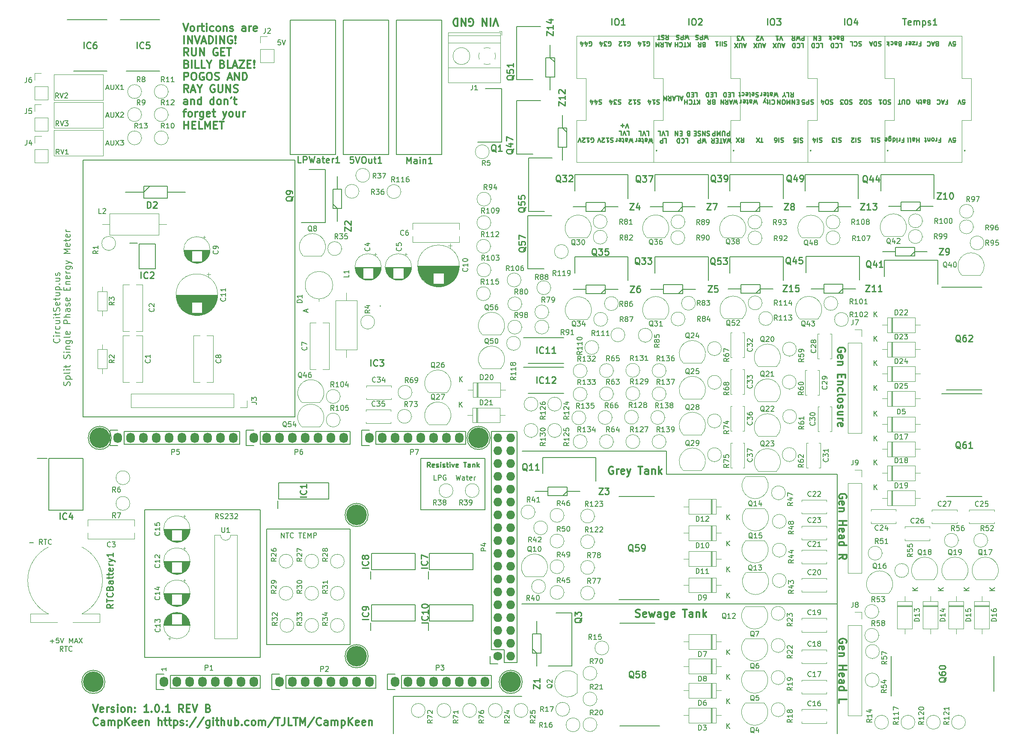
<source format=gbr>
G04 #@! TF.GenerationSoftware,KiCad,Pcbnew,(6.0.0)*
G04 #@! TF.CreationDate,2022-05-11T19:18:29-07:00*
G04 #@! TF.ProjectId,CampKeen,43616d70-4b65-4656-9e2e-6b696361645f,rev?*
G04 #@! TF.SameCoordinates,Original*
G04 #@! TF.FileFunction,Legend,Top*
G04 #@! TF.FilePolarity,Positive*
%FSLAX46Y46*%
G04 Gerber Fmt 4.6, Leading zero omitted, Abs format (unit mm)*
G04 Created by KiCad (PCBNEW (6.0.0)) date 2022-05-11 19:18:29*
%MOMM*%
%LPD*%
G01*
G04 APERTURE LIST*
%ADD10C,0.150000*%
%ADD11C,0.300000*%
%ADD12C,0.222250*%
%ADD13C,0.247650*%
%ADD14C,0.254000*%
%ADD15C,0.120000*%
%ADD16C,0.200000*%
%ADD17C,0.100000*%
%ADD18C,1.727200*%
%ADD19O,1.727200X1.727200*%
%ADD20O,1.727200X2.032000*%
%ADD21C,4.064000*%
G04 APERTURE END LIST*
D10*
X179913000Y-180300000D02*
X179913000Y-190460000D01*
X125303000Y-190460000D02*
X148163000Y-190460000D01*
X113089960Y-121240177D02*
X154999960Y-121240177D01*
X154999960Y-121240177D02*
X154999960Y-172040177D01*
X174498000Y-233680000D02*
X174500454Y-234725060D01*
X199970455Y-178817949D02*
X228467947Y-178817949D01*
X192613000Y-190460000D02*
X192613000Y-180300000D01*
X174498000Y-227330000D02*
X199898000Y-227330000D01*
X149433000Y-194270000D02*
X149433000Y-217130000D01*
X113089960Y-172040177D02*
X154999960Y-172040177D01*
X192613000Y-180300000D02*
X179913000Y-180300000D01*
X174498000Y-227330000D02*
X174498000Y-233680000D01*
X148163000Y-219670000D02*
X148163000Y-190460000D01*
X165943000Y-217130000D02*
X165943000Y-194270000D01*
X125303000Y-219670000D02*
X148163000Y-219670000D01*
X228467947Y-183385103D02*
X262307658Y-183393476D01*
X113089960Y-121240177D02*
X113089960Y-172040177D01*
X179913000Y-190460000D02*
X192613000Y-190460000D01*
X262307658Y-183393476D02*
X262311103Y-234746301D01*
X262305292Y-209067400D02*
X199914231Y-209067400D01*
X125303000Y-190460000D02*
X125303000Y-219670000D01*
X149433000Y-217130000D02*
X165943000Y-217130000D01*
X228467947Y-178817949D02*
X228467947Y-183385103D01*
X149433000Y-194270000D02*
X165943000Y-194270000D01*
D11*
X263796438Y-159179351D02*
X263867866Y-159036494D01*
X263867866Y-158822208D01*
X263796438Y-158607922D01*
X263653580Y-158465065D01*
X263510723Y-158393637D01*
X263225009Y-158322208D01*
X263010723Y-158322208D01*
X262725009Y-158393637D01*
X262582152Y-158465065D01*
X262439295Y-158607922D01*
X262367866Y-158822208D01*
X262367866Y-158965065D01*
X262439295Y-159179351D01*
X262510723Y-159250779D01*
X263010723Y-159250779D01*
X263010723Y-158965065D01*
X262439295Y-160465065D02*
X262367866Y-160322208D01*
X262367866Y-160036494D01*
X262439295Y-159893637D01*
X262582152Y-159822208D01*
X263153580Y-159822208D01*
X263296438Y-159893637D01*
X263367866Y-160036494D01*
X263367866Y-160322208D01*
X263296438Y-160465065D01*
X263153580Y-160536494D01*
X263010723Y-160536494D01*
X262867866Y-159822208D01*
X263367866Y-161179351D02*
X262367866Y-161179351D01*
X263225009Y-161179351D02*
X263296438Y-161250779D01*
X263367866Y-161393637D01*
X263367866Y-161607922D01*
X263296438Y-161750779D01*
X263153580Y-161822208D01*
X262367866Y-161822208D01*
X263153580Y-163679351D02*
X263153580Y-164179351D01*
X262367866Y-164393637D02*
X262367866Y-163679351D01*
X263867866Y-163679351D01*
X263867866Y-164393637D01*
X263367866Y-165036494D02*
X262367866Y-165036494D01*
X263225009Y-165036494D02*
X263296438Y-165107922D01*
X263367866Y-165250779D01*
X263367866Y-165465065D01*
X263296438Y-165607922D01*
X263153580Y-165679351D01*
X262367866Y-165679351D01*
X262439295Y-167036494D02*
X262367866Y-166893637D01*
X262367866Y-166607922D01*
X262439295Y-166465065D01*
X262510723Y-166393637D01*
X262653580Y-166322208D01*
X263082152Y-166322208D01*
X263225009Y-166393637D01*
X263296438Y-166465065D01*
X263367866Y-166607922D01*
X263367866Y-166893637D01*
X263296438Y-167036494D01*
X262367866Y-167893637D02*
X262439295Y-167750779D01*
X262582152Y-167679351D01*
X263867866Y-167679351D01*
X262367866Y-168679351D02*
X262439295Y-168536494D01*
X262510723Y-168465065D01*
X262653580Y-168393637D01*
X263082152Y-168393637D01*
X263225009Y-168465065D01*
X263296438Y-168536494D01*
X263367866Y-168679351D01*
X263367866Y-168893637D01*
X263296438Y-169036494D01*
X263225009Y-169107922D01*
X263082152Y-169179351D01*
X262653580Y-169179351D01*
X262510723Y-169107922D01*
X262439295Y-169036494D01*
X262367866Y-168893637D01*
X262367866Y-168679351D01*
X262439295Y-169750779D02*
X262367866Y-169893637D01*
X262367866Y-170179351D01*
X262439295Y-170322208D01*
X262582152Y-170393637D01*
X262653580Y-170393637D01*
X262796438Y-170322208D01*
X262867866Y-170179351D01*
X262867866Y-169965065D01*
X262939295Y-169822208D01*
X263082152Y-169750779D01*
X263153580Y-169750779D01*
X263296438Y-169822208D01*
X263367866Y-169965065D01*
X263367866Y-170179351D01*
X263296438Y-170322208D01*
X263367866Y-171679351D02*
X262367866Y-171679351D01*
X263367866Y-171036494D02*
X262582152Y-171036494D01*
X262439295Y-171107922D01*
X262367866Y-171250779D01*
X262367866Y-171465065D01*
X262439295Y-171607922D01*
X262510723Y-171679351D01*
X262367866Y-172393637D02*
X263367866Y-172393637D01*
X263082152Y-172393637D02*
X263225009Y-172465065D01*
X263296438Y-172536494D01*
X263367866Y-172679351D01*
X263367866Y-172822208D01*
X262439295Y-173893637D02*
X262367866Y-173750779D01*
X262367866Y-173465065D01*
X262439295Y-173322208D01*
X262582152Y-173250779D01*
X263153580Y-173250779D01*
X263296438Y-173322208D01*
X263367866Y-173465065D01*
X263367866Y-173750779D01*
X263296438Y-173893637D01*
X263153580Y-173965065D01*
X263010723Y-173965065D01*
X262867866Y-173250779D01*
X115024130Y-228993536D02*
X115524130Y-230493536D01*
X116024130Y-228993536D01*
X117095559Y-230422107D02*
X116952702Y-230493536D01*
X116666987Y-230493536D01*
X116524130Y-230422107D01*
X116452702Y-230279250D01*
X116452702Y-229707822D01*
X116524130Y-229564965D01*
X116666987Y-229493536D01*
X116952702Y-229493536D01*
X117095559Y-229564965D01*
X117166987Y-229707822D01*
X117166987Y-229850679D01*
X116452702Y-229993536D01*
X117809844Y-230493536D02*
X117809844Y-229493536D01*
X117809844Y-229779250D02*
X117881273Y-229636393D01*
X117952702Y-229564965D01*
X118095559Y-229493536D01*
X118238416Y-229493536D01*
X118666987Y-230422107D02*
X118809844Y-230493536D01*
X119095559Y-230493536D01*
X119238416Y-230422107D01*
X119309844Y-230279250D01*
X119309844Y-230207822D01*
X119238416Y-230064965D01*
X119095559Y-229993536D01*
X118881273Y-229993536D01*
X118738416Y-229922107D01*
X118666987Y-229779250D01*
X118666987Y-229707822D01*
X118738416Y-229564965D01*
X118881273Y-229493536D01*
X119095559Y-229493536D01*
X119238416Y-229564965D01*
X119952702Y-230493536D02*
X119952702Y-229493536D01*
X119952702Y-228993536D02*
X119881273Y-229064965D01*
X119952702Y-229136393D01*
X120024130Y-229064965D01*
X119952702Y-228993536D01*
X119952702Y-229136393D01*
X120881273Y-230493536D02*
X120738416Y-230422107D01*
X120666987Y-230350679D01*
X120595559Y-230207822D01*
X120595559Y-229779250D01*
X120666987Y-229636393D01*
X120738416Y-229564965D01*
X120881273Y-229493536D01*
X121095559Y-229493536D01*
X121238416Y-229564965D01*
X121309844Y-229636393D01*
X121381273Y-229779250D01*
X121381273Y-230207822D01*
X121309844Y-230350679D01*
X121238416Y-230422107D01*
X121095559Y-230493536D01*
X120881273Y-230493536D01*
X122024130Y-229493536D02*
X122024130Y-230493536D01*
X122024130Y-229636393D02*
X122095559Y-229564965D01*
X122238416Y-229493536D01*
X122452702Y-229493536D01*
X122595559Y-229564965D01*
X122666987Y-229707822D01*
X122666987Y-230493536D01*
X123381273Y-230350679D02*
X123452702Y-230422107D01*
X123381273Y-230493536D01*
X123309844Y-230422107D01*
X123381273Y-230350679D01*
X123381273Y-230493536D01*
X123381273Y-229564965D02*
X123452702Y-229636393D01*
X123381273Y-229707822D01*
X123309844Y-229636393D01*
X123381273Y-229564965D01*
X123381273Y-229707822D01*
X126024130Y-230493536D02*
X125166987Y-230493536D01*
X125595559Y-230493536D02*
X125595559Y-228993536D01*
X125452702Y-229207822D01*
X125309844Y-229350679D01*
X125166987Y-229422107D01*
X126666987Y-230350679D02*
X126738416Y-230422107D01*
X126666987Y-230493536D01*
X126595559Y-230422107D01*
X126666987Y-230350679D01*
X126666987Y-230493536D01*
X127666987Y-228993536D02*
X127809844Y-228993536D01*
X127952702Y-229064965D01*
X128024130Y-229136393D01*
X128095559Y-229279250D01*
X128166987Y-229564965D01*
X128166987Y-229922107D01*
X128095559Y-230207822D01*
X128024130Y-230350679D01*
X127952702Y-230422107D01*
X127809844Y-230493536D01*
X127666987Y-230493536D01*
X127524130Y-230422107D01*
X127452702Y-230350679D01*
X127381273Y-230207822D01*
X127309844Y-229922107D01*
X127309844Y-229564965D01*
X127381273Y-229279250D01*
X127452702Y-229136393D01*
X127524130Y-229064965D01*
X127666987Y-228993536D01*
X128809844Y-230350679D02*
X128881273Y-230422107D01*
X128809844Y-230493536D01*
X128738416Y-230422107D01*
X128809844Y-230350679D01*
X128809844Y-230493536D01*
X130309844Y-230493536D02*
X129452702Y-230493536D01*
X129881273Y-230493536D02*
X129881273Y-228993536D01*
X129738416Y-229207822D01*
X129595559Y-229350679D01*
X129452702Y-229422107D01*
X132952702Y-230493536D02*
X132452702Y-229779250D01*
X132095559Y-230493536D02*
X132095559Y-228993536D01*
X132666987Y-228993536D01*
X132809844Y-229064965D01*
X132881273Y-229136393D01*
X132952702Y-229279250D01*
X132952702Y-229493536D01*
X132881273Y-229636393D01*
X132809844Y-229707822D01*
X132666987Y-229779250D01*
X132095559Y-229779250D01*
X133595559Y-229707822D02*
X134095559Y-229707822D01*
X134309844Y-230493536D02*
X133595559Y-230493536D01*
X133595559Y-228993536D01*
X134309844Y-228993536D01*
X134738416Y-228993536D02*
X135238416Y-230493536D01*
X135738416Y-228993536D01*
X137881273Y-229707822D02*
X138095559Y-229779250D01*
X138166987Y-229850679D01*
X138238416Y-229993536D01*
X138238416Y-230207822D01*
X138166987Y-230350679D01*
X138095559Y-230422107D01*
X137952702Y-230493536D01*
X137381273Y-230493536D01*
X137381273Y-228993536D01*
X137881273Y-228993536D01*
X138024130Y-229064965D01*
X138095559Y-229136393D01*
X138166987Y-229279250D01*
X138166987Y-229422107D01*
X138095559Y-229564965D01*
X138024130Y-229636393D01*
X137881273Y-229707822D01*
X137381273Y-229707822D01*
X132894230Y-94299788D02*
X133394230Y-95799788D01*
X133894230Y-94299788D01*
X134608515Y-95799788D02*
X134465658Y-95728359D01*
X134394230Y-95656931D01*
X134322801Y-95514074D01*
X134322801Y-95085502D01*
X134394230Y-94942645D01*
X134465658Y-94871217D01*
X134608515Y-94799788D01*
X134822801Y-94799788D01*
X134965658Y-94871217D01*
X135037087Y-94942645D01*
X135108515Y-95085502D01*
X135108515Y-95514074D01*
X135037087Y-95656931D01*
X134965658Y-95728359D01*
X134822801Y-95799788D01*
X134608515Y-95799788D01*
X135751373Y-95799788D02*
X135751373Y-94799788D01*
X135751373Y-95085502D02*
X135822801Y-94942645D01*
X135894230Y-94871217D01*
X136037087Y-94799788D01*
X136179944Y-94799788D01*
X136465658Y-94799788D02*
X137037087Y-94799788D01*
X136679944Y-94299788D02*
X136679944Y-95585502D01*
X136751373Y-95728359D01*
X136894230Y-95799788D01*
X137037087Y-95799788D01*
X137537087Y-95799788D02*
X137537087Y-94799788D01*
X137537087Y-94299788D02*
X137465658Y-94371217D01*
X137537087Y-94442645D01*
X137608515Y-94371217D01*
X137537087Y-94299788D01*
X137537087Y-94442645D01*
X138894230Y-95728359D02*
X138751373Y-95799788D01*
X138465658Y-95799788D01*
X138322801Y-95728359D01*
X138251373Y-95656931D01*
X138179944Y-95514074D01*
X138179944Y-95085502D01*
X138251373Y-94942645D01*
X138322801Y-94871217D01*
X138465658Y-94799788D01*
X138751373Y-94799788D01*
X138894230Y-94871217D01*
X139751373Y-95799788D02*
X139608515Y-95728359D01*
X139537087Y-95656931D01*
X139465658Y-95514074D01*
X139465658Y-95085502D01*
X139537087Y-94942645D01*
X139608515Y-94871217D01*
X139751373Y-94799788D01*
X139965658Y-94799788D01*
X140108515Y-94871217D01*
X140179944Y-94942645D01*
X140251373Y-95085502D01*
X140251373Y-95514074D01*
X140179944Y-95656931D01*
X140108515Y-95728359D01*
X139965658Y-95799788D01*
X139751373Y-95799788D01*
X140894230Y-94799788D02*
X140894230Y-95799788D01*
X140894230Y-94942645D02*
X140965658Y-94871217D01*
X141108515Y-94799788D01*
X141322801Y-94799788D01*
X141465658Y-94871217D01*
X141537087Y-95014074D01*
X141537087Y-95799788D01*
X142179944Y-95728359D02*
X142322801Y-95799788D01*
X142608515Y-95799788D01*
X142751373Y-95728359D01*
X142822801Y-95585502D01*
X142822801Y-95514074D01*
X142751373Y-95371217D01*
X142608515Y-95299788D01*
X142394230Y-95299788D01*
X142251373Y-95228359D01*
X142179944Y-95085502D01*
X142179944Y-95014074D01*
X142251373Y-94871217D01*
X142394230Y-94799788D01*
X142608515Y-94799788D01*
X142751373Y-94871217D01*
X145251373Y-95799788D02*
X145251373Y-95014074D01*
X145179944Y-94871217D01*
X145037087Y-94799788D01*
X144751373Y-94799788D01*
X144608515Y-94871217D01*
X145251373Y-95728359D02*
X145108515Y-95799788D01*
X144751373Y-95799788D01*
X144608515Y-95728359D01*
X144537087Y-95585502D01*
X144537087Y-95442645D01*
X144608515Y-95299788D01*
X144751373Y-95228359D01*
X145108515Y-95228359D01*
X145251373Y-95156931D01*
X145965658Y-95799788D02*
X145965658Y-94799788D01*
X145965658Y-95085502D02*
X146037087Y-94942645D01*
X146108515Y-94871217D01*
X146251373Y-94799788D01*
X146394230Y-94799788D01*
X147465658Y-95728359D02*
X147322801Y-95799788D01*
X147037087Y-95799788D01*
X146894230Y-95728359D01*
X146822801Y-95585502D01*
X146822801Y-95014074D01*
X146894230Y-94871217D01*
X147037087Y-94799788D01*
X147322801Y-94799788D01*
X147465658Y-94871217D01*
X147537087Y-95014074D01*
X147537087Y-95156931D01*
X146822801Y-95299788D01*
X133108515Y-98214788D02*
X133108515Y-96714788D01*
X133822801Y-98214788D02*
X133822801Y-96714788D01*
X134679944Y-98214788D01*
X134679944Y-96714788D01*
X135179944Y-96714788D02*
X135679944Y-98214788D01*
X136179944Y-96714788D01*
X136608515Y-97786217D02*
X137322801Y-97786217D01*
X136465658Y-98214788D02*
X136965658Y-96714788D01*
X137465658Y-98214788D01*
X137965658Y-98214788D02*
X137965658Y-96714788D01*
X138322801Y-96714788D01*
X138537087Y-96786217D01*
X138679944Y-96929074D01*
X138751373Y-97071931D01*
X138822801Y-97357645D01*
X138822801Y-97571931D01*
X138751373Y-97857645D01*
X138679944Y-98000502D01*
X138537087Y-98143359D01*
X138322801Y-98214788D01*
X137965658Y-98214788D01*
X139465658Y-98214788D02*
X139465658Y-96714788D01*
X140179944Y-98214788D02*
X140179944Y-96714788D01*
X141037087Y-98214788D01*
X141037087Y-96714788D01*
X142537087Y-96786217D02*
X142394230Y-96714788D01*
X142179944Y-96714788D01*
X141965658Y-96786217D01*
X141822801Y-96929074D01*
X141751373Y-97071931D01*
X141679944Y-97357645D01*
X141679944Y-97571931D01*
X141751373Y-97857645D01*
X141822801Y-98000502D01*
X141965658Y-98143359D01*
X142179944Y-98214788D01*
X142322801Y-98214788D01*
X142537087Y-98143359D01*
X142608515Y-98071931D01*
X142608515Y-97571931D01*
X142322801Y-97571931D01*
X143251373Y-98071931D02*
X143322801Y-98143359D01*
X143251373Y-98214788D01*
X143179944Y-98143359D01*
X143251373Y-98071931D01*
X143251373Y-98214788D01*
X143251373Y-97643359D02*
X143179944Y-96786217D01*
X143251373Y-96714788D01*
X143322801Y-96786217D01*
X143251373Y-97643359D01*
X143251373Y-96714788D01*
X133965658Y-100629788D02*
X133465658Y-99915502D01*
X133108515Y-100629788D02*
X133108515Y-99129788D01*
X133679944Y-99129788D01*
X133822801Y-99201217D01*
X133894230Y-99272645D01*
X133965658Y-99415502D01*
X133965658Y-99629788D01*
X133894230Y-99772645D01*
X133822801Y-99844074D01*
X133679944Y-99915502D01*
X133108515Y-99915502D01*
X134608515Y-99129788D02*
X134608515Y-100344074D01*
X134679944Y-100486931D01*
X134751373Y-100558359D01*
X134894230Y-100629788D01*
X135179944Y-100629788D01*
X135322801Y-100558359D01*
X135394230Y-100486931D01*
X135465658Y-100344074D01*
X135465658Y-99129788D01*
X136179944Y-100629788D02*
X136179944Y-99129788D01*
X137037087Y-100629788D01*
X137037087Y-99129788D01*
X139679944Y-99201217D02*
X139537087Y-99129788D01*
X139322801Y-99129788D01*
X139108515Y-99201217D01*
X138965658Y-99344074D01*
X138894230Y-99486931D01*
X138822801Y-99772645D01*
X138822801Y-99986931D01*
X138894230Y-100272645D01*
X138965658Y-100415502D01*
X139108515Y-100558359D01*
X139322801Y-100629788D01*
X139465658Y-100629788D01*
X139679944Y-100558359D01*
X139751373Y-100486931D01*
X139751373Y-99986931D01*
X139465658Y-99986931D01*
X140394230Y-99844074D02*
X140894230Y-99844074D01*
X141108515Y-100629788D02*
X140394230Y-100629788D01*
X140394230Y-99129788D01*
X141108515Y-99129788D01*
X141537087Y-99129788D02*
X142394230Y-99129788D01*
X141965658Y-100629788D02*
X141965658Y-99129788D01*
X133608515Y-102259074D02*
X133822801Y-102330502D01*
X133894230Y-102401931D01*
X133965658Y-102544788D01*
X133965658Y-102759074D01*
X133894230Y-102901931D01*
X133822801Y-102973359D01*
X133679944Y-103044788D01*
X133108515Y-103044788D01*
X133108515Y-101544788D01*
X133608515Y-101544788D01*
X133751373Y-101616217D01*
X133822801Y-101687645D01*
X133894230Y-101830502D01*
X133894230Y-101973359D01*
X133822801Y-102116217D01*
X133751373Y-102187645D01*
X133608515Y-102259074D01*
X133108515Y-102259074D01*
X134608515Y-103044788D02*
X134608515Y-101544788D01*
X136037087Y-103044788D02*
X135322801Y-103044788D01*
X135322801Y-101544788D01*
X137251373Y-103044788D02*
X136537087Y-103044788D01*
X136537087Y-101544788D01*
X138037087Y-102330502D02*
X138037087Y-103044788D01*
X137537087Y-101544788D02*
X138037087Y-102330502D01*
X138537087Y-101544788D01*
X140679944Y-102259074D02*
X140894230Y-102330502D01*
X140965658Y-102401931D01*
X141037087Y-102544788D01*
X141037087Y-102759074D01*
X140965658Y-102901931D01*
X140894230Y-102973359D01*
X140751373Y-103044788D01*
X140179944Y-103044788D01*
X140179944Y-101544788D01*
X140679944Y-101544788D01*
X140822801Y-101616217D01*
X140894230Y-101687645D01*
X140965658Y-101830502D01*
X140965658Y-101973359D01*
X140894230Y-102116217D01*
X140822801Y-102187645D01*
X140679944Y-102259074D01*
X140179944Y-102259074D01*
X142394230Y-103044788D02*
X141679944Y-103044788D01*
X141679944Y-101544788D01*
X142822801Y-102616217D02*
X143537087Y-102616217D01*
X142679944Y-103044788D02*
X143179944Y-101544788D01*
X143679944Y-103044788D01*
X144037087Y-101544788D02*
X145037087Y-101544788D01*
X144037087Y-103044788D01*
X145037087Y-103044788D01*
X145608515Y-102259074D02*
X146108515Y-102259074D01*
X146322801Y-103044788D02*
X145608515Y-103044788D01*
X145608515Y-101544788D01*
X146322801Y-101544788D01*
X146965658Y-102901931D02*
X147037087Y-102973359D01*
X146965658Y-103044788D01*
X146894230Y-102973359D01*
X146965658Y-102901931D01*
X146965658Y-103044788D01*
X146965658Y-102473359D02*
X146894230Y-101616217D01*
X146965658Y-101544788D01*
X147037087Y-101616217D01*
X146965658Y-102473359D01*
X146965658Y-101544788D01*
X133108515Y-105459788D02*
X133108515Y-103959788D01*
X133679944Y-103959788D01*
X133822801Y-104031217D01*
X133894230Y-104102645D01*
X133965658Y-104245502D01*
X133965658Y-104459788D01*
X133894230Y-104602645D01*
X133822801Y-104674074D01*
X133679944Y-104745502D01*
X133108515Y-104745502D01*
X134894230Y-103959788D02*
X135179944Y-103959788D01*
X135322801Y-104031217D01*
X135465658Y-104174074D01*
X135537087Y-104459788D01*
X135537087Y-104959788D01*
X135465658Y-105245502D01*
X135322801Y-105388359D01*
X135179944Y-105459788D01*
X134894230Y-105459788D01*
X134751373Y-105388359D01*
X134608515Y-105245502D01*
X134537087Y-104959788D01*
X134537087Y-104459788D01*
X134608515Y-104174074D01*
X134751373Y-104031217D01*
X134894230Y-103959788D01*
X136965658Y-104031217D02*
X136822801Y-103959788D01*
X136608515Y-103959788D01*
X136394230Y-104031217D01*
X136251373Y-104174074D01*
X136179944Y-104316931D01*
X136108515Y-104602645D01*
X136108515Y-104816931D01*
X136179944Y-105102645D01*
X136251373Y-105245502D01*
X136394230Y-105388359D01*
X136608515Y-105459788D01*
X136751373Y-105459788D01*
X136965658Y-105388359D01*
X137037087Y-105316931D01*
X137037087Y-104816931D01*
X136751373Y-104816931D01*
X137965658Y-103959788D02*
X138251373Y-103959788D01*
X138394230Y-104031217D01*
X138537087Y-104174074D01*
X138608515Y-104459788D01*
X138608515Y-104959788D01*
X138537087Y-105245502D01*
X138394230Y-105388359D01*
X138251373Y-105459788D01*
X137965658Y-105459788D01*
X137822801Y-105388359D01*
X137679944Y-105245502D01*
X137608515Y-104959788D01*
X137608515Y-104459788D01*
X137679944Y-104174074D01*
X137822801Y-104031217D01*
X137965658Y-103959788D01*
X139179944Y-105388359D02*
X139394230Y-105459788D01*
X139751373Y-105459788D01*
X139894230Y-105388359D01*
X139965658Y-105316931D01*
X140037087Y-105174074D01*
X140037087Y-105031217D01*
X139965658Y-104888359D01*
X139894230Y-104816931D01*
X139751373Y-104745502D01*
X139465658Y-104674074D01*
X139322801Y-104602645D01*
X139251373Y-104531217D01*
X139179944Y-104388359D01*
X139179944Y-104245502D01*
X139251373Y-104102645D01*
X139322801Y-104031217D01*
X139465658Y-103959788D01*
X139822801Y-103959788D01*
X140037087Y-104031217D01*
X141751373Y-105031217D02*
X142465658Y-105031217D01*
X141608515Y-105459788D02*
X142108515Y-103959788D01*
X142608515Y-105459788D01*
X143108515Y-105459788D02*
X143108515Y-103959788D01*
X143965658Y-105459788D01*
X143965658Y-103959788D01*
X144679944Y-105459788D02*
X144679944Y-103959788D01*
X145037087Y-103959788D01*
X145251373Y-104031217D01*
X145394230Y-104174074D01*
X145465658Y-104316931D01*
X145537087Y-104602645D01*
X145537087Y-104816931D01*
X145465658Y-105102645D01*
X145394230Y-105245502D01*
X145251373Y-105388359D01*
X145037087Y-105459788D01*
X144679944Y-105459788D01*
X133965658Y-107874788D02*
X133465658Y-107160502D01*
X133108515Y-107874788D02*
X133108515Y-106374788D01*
X133679944Y-106374788D01*
X133822801Y-106446217D01*
X133894230Y-106517645D01*
X133965658Y-106660502D01*
X133965658Y-106874788D01*
X133894230Y-107017645D01*
X133822801Y-107089074D01*
X133679944Y-107160502D01*
X133108515Y-107160502D01*
X134537087Y-107446217D02*
X135251373Y-107446217D01*
X134394230Y-107874788D02*
X134894230Y-106374788D01*
X135394230Y-107874788D01*
X136179944Y-107160502D02*
X136179944Y-107874788D01*
X135679944Y-106374788D02*
X136179944Y-107160502D01*
X136679944Y-106374788D01*
X139108515Y-106446217D02*
X138965658Y-106374788D01*
X138751373Y-106374788D01*
X138537087Y-106446217D01*
X138394230Y-106589074D01*
X138322801Y-106731931D01*
X138251373Y-107017645D01*
X138251373Y-107231931D01*
X138322801Y-107517645D01*
X138394230Y-107660502D01*
X138537087Y-107803359D01*
X138751373Y-107874788D01*
X138894230Y-107874788D01*
X139108515Y-107803359D01*
X139179944Y-107731931D01*
X139179944Y-107231931D01*
X138894230Y-107231931D01*
X139822801Y-106374788D02*
X139822801Y-107589074D01*
X139894230Y-107731931D01*
X139965658Y-107803359D01*
X140108515Y-107874788D01*
X140394230Y-107874788D01*
X140537087Y-107803359D01*
X140608515Y-107731931D01*
X140679944Y-107589074D01*
X140679944Y-106374788D01*
X141394230Y-107874788D02*
X141394230Y-106374788D01*
X142251373Y-107874788D01*
X142251373Y-106374788D01*
X142894230Y-107803359D02*
X143108515Y-107874788D01*
X143465658Y-107874788D01*
X143608515Y-107803359D01*
X143679944Y-107731931D01*
X143751373Y-107589074D01*
X143751373Y-107446217D01*
X143679944Y-107303359D01*
X143608515Y-107231931D01*
X143465658Y-107160502D01*
X143179944Y-107089074D01*
X143037087Y-107017645D01*
X142965658Y-106946217D01*
X142894230Y-106803359D01*
X142894230Y-106660502D01*
X142965658Y-106517645D01*
X143037087Y-106446217D01*
X143179944Y-106374788D01*
X143537087Y-106374788D01*
X143751373Y-106446217D01*
X133751373Y-110289788D02*
X133751373Y-109504074D01*
X133679944Y-109361217D01*
X133537087Y-109289788D01*
X133251373Y-109289788D01*
X133108515Y-109361217D01*
X133751373Y-110218359D02*
X133608515Y-110289788D01*
X133251373Y-110289788D01*
X133108515Y-110218359D01*
X133037087Y-110075502D01*
X133037087Y-109932645D01*
X133108515Y-109789788D01*
X133251373Y-109718359D01*
X133608515Y-109718359D01*
X133751373Y-109646931D01*
X134465658Y-109289788D02*
X134465658Y-110289788D01*
X134465658Y-109432645D02*
X134537087Y-109361217D01*
X134679944Y-109289788D01*
X134894230Y-109289788D01*
X135037087Y-109361217D01*
X135108515Y-109504074D01*
X135108515Y-110289788D01*
X136465658Y-110289788D02*
X136465658Y-108789788D01*
X136465658Y-110218359D02*
X136322801Y-110289788D01*
X136037087Y-110289788D01*
X135894230Y-110218359D01*
X135822801Y-110146931D01*
X135751373Y-110004074D01*
X135751373Y-109575502D01*
X135822801Y-109432645D01*
X135894230Y-109361217D01*
X136037087Y-109289788D01*
X136322801Y-109289788D01*
X136465658Y-109361217D01*
X138965658Y-110289788D02*
X138965658Y-108789788D01*
X138965658Y-110218359D02*
X138822801Y-110289788D01*
X138537087Y-110289788D01*
X138394230Y-110218359D01*
X138322801Y-110146931D01*
X138251373Y-110004074D01*
X138251373Y-109575502D01*
X138322801Y-109432645D01*
X138394230Y-109361217D01*
X138537087Y-109289788D01*
X138822801Y-109289788D01*
X138965658Y-109361217D01*
X139894230Y-110289788D02*
X139751373Y-110218359D01*
X139679944Y-110146931D01*
X139608515Y-110004074D01*
X139608515Y-109575502D01*
X139679944Y-109432645D01*
X139751373Y-109361217D01*
X139894230Y-109289788D01*
X140108515Y-109289788D01*
X140251373Y-109361217D01*
X140322801Y-109432645D01*
X140394230Y-109575502D01*
X140394230Y-110004074D01*
X140322801Y-110146931D01*
X140251373Y-110218359D01*
X140108515Y-110289788D01*
X139894230Y-110289788D01*
X141037087Y-109289788D02*
X141037087Y-110289788D01*
X141037087Y-109432645D02*
X141108515Y-109361217D01*
X141251373Y-109289788D01*
X141465658Y-109289788D01*
X141608515Y-109361217D01*
X141679944Y-109504074D01*
X141679944Y-110289788D01*
X142465658Y-108789788D02*
X142322801Y-109075502D01*
X142894230Y-109289788D02*
X143465658Y-109289788D01*
X143108515Y-108789788D02*
X143108515Y-110075502D01*
X143179944Y-110218359D01*
X143322801Y-110289788D01*
X143465658Y-110289788D01*
X132894230Y-111704788D02*
X133465658Y-111704788D01*
X133108515Y-112704788D02*
X133108515Y-111419074D01*
X133179944Y-111276217D01*
X133322801Y-111204788D01*
X133465658Y-111204788D01*
X134179944Y-112704788D02*
X134037087Y-112633359D01*
X133965658Y-112561931D01*
X133894230Y-112419074D01*
X133894230Y-111990502D01*
X133965658Y-111847645D01*
X134037087Y-111776217D01*
X134179944Y-111704788D01*
X134394230Y-111704788D01*
X134537087Y-111776217D01*
X134608515Y-111847645D01*
X134679944Y-111990502D01*
X134679944Y-112419074D01*
X134608515Y-112561931D01*
X134537087Y-112633359D01*
X134394230Y-112704788D01*
X134179944Y-112704788D01*
X135322801Y-112704788D02*
X135322801Y-111704788D01*
X135322801Y-111990502D02*
X135394230Y-111847645D01*
X135465658Y-111776217D01*
X135608515Y-111704788D01*
X135751373Y-111704788D01*
X136894230Y-111704788D02*
X136894230Y-112919074D01*
X136822801Y-113061931D01*
X136751373Y-113133359D01*
X136608515Y-113204788D01*
X136394230Y-113204788D01*
X136251373Y-113133359D01*
X136894230Y-112633359D02*
X136751373Y-112704788D01*
X136465658Y-112704788D01*
X136322801Y-112633359D01*
X136251373Y-112561931D01*
X136179944Y-112419074D01*
X136179944Y-111990502D01*
X136251373Y-111847645D01*
X136322801Y-111776217D01*
X136465658Y-111704788D01*
X136751373Y-111704788D01*
X136894230Y-111776217D01*
X138179944Y-112633359D02*
X138037087Y-112704788D01*
X137751373Y-112704788D01*
X137608515Y-112633359D01*
X137537087Y-112490502D01*
X137537087Y-111919074D01*
X137608515Y-111776217D01*
X137751373Y-111704788D01*
X138037087Y-111704788D01*
X138179944Y-111776217D01*
X138251373Y-111919074D01*
X138251373Y-112061931D01*
X137537087Y-112204788D01*
X138679944Y-111704788D02*
X139251373Y-111704788D01*
X138894230Y-111204788D02*
X138894230Y-112490502D01*
X138965658Y-112633359D01*
X139108515Y-112704788D01*
X139251373Y-112704788D01*
X140751373Y-111704788D02*
X141108515Y-112704788D01*
X141465658Y-111704788D02*
X141108515Y-112704788D01*
X140965658Y-113061931D01*
X140894230Y-113133359D01*
X140751373Y-113204788D01*
X142251373Y-112704788D02*
X142108515Y-112633359D01*
X142037087Y-112561931D01*
X141965658Y-112419074D01*
X141965658Y-111990502D01*
X142037087Y-111847645D01*
X142108515Y-111776217D01*
X142251373Y-111704788D01*
X142465658Y-111704788D01*
X142608515Y-111776217D01*
X142679944Y-111847645D01*
X142751373Y-111990502D01*
X142751373Y-112419074D01*
X142679944Y-112561931D01*
X142608515Y-112633359D01*
X142465658Y-112704788D01*
X142251373Y-112704788D01*
X144037087Y-111704788D02*
X144037087Y-112704788D01*
X143394230Y-111704788D02*
X143394230Y-112490502D01*
X143465658Y-112633359D01*
X143608515Y-112704788D01*
X143822801Y-112704788D01*
X143965658Y-112633359D01*
X144037087Y-112561931D01*
X144751373Y-112704788D02*
X144751373Y-111704788D01*
X144751373Y-111990502D02*
X144822801Y-111847645D01*
X144894230Y-111776217D01*
X145037087Y-111704788D01*
X145179944Y-111704788D01*
X133108515Y-115119788D02*
X133108515Y-113619788D01*
X133108515Y-114334074D02*
X133965658Y-114334074D01*
X133965658Y-115119788D02*
X133965658Y-113619788D01*
X134679944Y-114334074D02*
X135179944Y-114334074D01*
X135394230Y-115119788D02*
X134679944Y-115119788D01*
X134679944Y-113619788D01*
X135394230Y-113619788D01*
X136751373Y-115119788D02*
X136037087Y-115119788D01*
X136037087Y-113619788D01*
X137251373Y-115119788D02*
X137251373Y-113619788D01*
X137751373Y-114691217D01*
X138251373Y-113619788D01*
X138251373Y-115119788D01*
X138965658Y-114334074D02*
X139465658Y-114334074D01*
X139679944Y-115119788D02*
X138965658Y-115119788D01*
X138965658Y-113619788D01*
X139679944Y-113619788D01*
X140108515Y-113619788D02*
X140965658Y-113619788D01*
X140537087Y-115119788D02*
X140537087Y-113619788D01*
X264055751Y-216775714D02*
X264127179Y-216632857D01*
X264127179Y-216418571D01*
X264055751Y-216204285D01*
X263912893Y-216061428D01*
X263770036Y-215990000D01*
X263484322Y-215918571D01*
X263270036Y-215918571D01*
X262984322Y-215990000D01*
X262841465Y-216061428D01*
X262698608Y-216204285D01*
X262627179Y-216418571D01*
X262627179Y-216561428D01*
X262698608Y-216775714D01*
X262770036Y-216847142D01*
X263270036Y-216847142D01*
X263270036Y-216561428D01*
X262698608Y-218061428D02*
X262627179Y-217918571D01*
X262627179Y-217632857D01*
X262698608Y-217490000D01*
X262841465Y-217418571D01*
X263412893Y-217418571D01*
X263555751Y-217490000D01*
X263627179Y-217632857D01*
X263627179Y-217918571D01*
X263555751Y-218061428D01*
X263412893Y-218132857D01*
X263270036Y-218132857D01*
X263127179Y-217418571D01*
X263627179Y-218775714D02*
X262627179Y-218775714D01*
X263484322Y-218775714D02*
X263555751Y-218847142D01*
X263627179Y-218990000D01*
X263627179Y-219204285D01*
X263555751Y-219347142D01*
X263412893Y-219418571D01*
X262627179Y-219418571D01*
X262627179Y-221275714D02*
X264127179Y-221275714D01*
X263412893Y-221275714D02*
X263412893Y-222132857D01*
X262627179Y-222132857D02*
X264127179Y-222132857D01*
X262698608Y-223418571D02*
X262627179Y-223275714D01*
X262627179Y-222990000D01*
X262698608Y-222847142D01*
X262841465Y-222775714D01*
X263412893Y-222775714D01*
X263555751Y-222847142D01*
X263627179Y-222990000D01*
X263627179Y-223275714D01*
X263555751Y-223418571D01*
X263412893Y-223490000D01*
X263270036Y-223490000D01*
X263127179Y-222775714D01*
X262627179Y-224775714D02*
X263412893Y-224775714D01*
X263555751Y-224704285D01*
X263627179Y-224561428D01*
X263627179Y-224275714D01*
X263555751Y-224132857D01*
X262698608Y-224775714D02*
X262627179Y-224632857D01*
X262627179Y-224275714D01*
X262698608Y-224132857D01*
X262841465Y-224061428D01*
X262984322Y-224061428D01*
X263127179Y-224132857D01*
X263198608Y-224275714D01*
X263198608Y-224632857D01*
X263270036Y-224775714D01*
X262627179Y-226132857D02*
X264127179Y-226132857D01*
X262698608Y-226132857D02*
X262627179Y-225990000D01*
X262627179Y-225704285D01*
X262698608Y-225561428D01*
X262770036Y-225490000D01*
X262912893Y-225418571D01*
X263341465Y-225418571D01*
X263484322Y-225490000D01*
X263555751Y-225561428D01*
X263627179Y-225704285D01*
X263627179Y-225990000D01*
X263555751Y-226132857D01*
X262627179Y-228704285D02*
X262627179Y-227990000D01*
X264127179Y-227990000D01*
D10*
X106585142Y-216436428D02*
X107347047Y-216436428D01*
X106966095Y-216817380D02*
X106966095Y-216055476D01*
X108299428Y-215817380D02*
X107823238Y-215817380D01*
X107775619Y-216293571D01*
X107823238Y-216245952D01*
X107918476Y-216198333D01*
X108156571Y-216198333D01*
X108251809Y-216245952D01*
X108299428Y-216293571D01*
X108347047Y-216388809D01*
X108347047Y-216626904D01*
X108299428Y-216722142D01*
X108251809Y-216769761D01*
X108156571Y-216817380D01*
X107918476Y-216817380D01*
X107823238Y-216769761D01*
X107775619Y-216722142D01*
X108632761Y-215817380D02*
X108966095Y-216817380D01*
X109299428Y-215817380D01*
X110394666Y-216817380D02*
X110394666Y-215817380D01*
X110728000Y-216531666D01*
X111061333Y-215817380D01*
X111061333Y-216817380D01*
X111489904Y-216531666D02*
X111966095Y-216531666D01*
X111394666Y-216817380D02*
X111728000Y-215817380D01*
X112061333Y-216817380D01*
X112299428Y-215817380D02*
X112966095Y-216817380D01*
X112966095Y-215817380D02*
X112299428Y-216817380D01*
X109156571Y-218427380D02*
X108823238Y-217951190D01*
X108585142Y-218427380D02*
X108585142Y-217427380D01*
X108966095Y-217427380D01*
X109061333Y-217475000D01*
X109108952Y-217522619D01*
X109156571Y-217617857D01*
X109156571Y-217760714D01*
X109108952Y-217855952D01*
X109061333Y-217903571D01*
X108966095Y-217951190D01*
X108585142Y-217951190D01*
X109442285Y-217427380D02*
X110013714Y-217427380D01*
X109728000Y-218427380D02*
X109728000Y-217427380D01*
X110918476Y-218332142D02*
X110870857Y-218379761D01*
X110728000Y-218427380D01*
X110632761Y-218427380D01*
X110489904Y-218379761D01*
X110394666Y-218284523D01*
X110347047Y-218189285D01*
X110299428Y-217998809D01*
X110299428Y-217855952D01*
X110347047Y-217665476D01*
X110394666Y-217570238D01*
X110489904Y-217475000D01*
X110632761Y-217427380D01*
X110728000Y-217427380D01*
X110870857Y-217475000D01*
X110918476Y-217522619D01*
D11*
X222417964Y-211586221D02*
X222632250Y-211657650D01*
X222989392Y-211657650D01*
X223132250Y-211586221D01*
X223203678Y-211514793D01*
X223275107Y-211371936D01*
X223275107Y-211229079D01*
X223203678Y-211086221D01*
X223132250Y-211014793D01*
X222989392Y-210943364D01*
X222703678Y-210871936D01*
X222560821Y-210800507D01*
X222489392Y-210729079D01*
X222417964Y-210586221D01*
X222417964Y-210443364D01*
X222489392Y-210300507D01*
X222560821Y-210229079D01*
X222703678Y-210157650D01*
X223060821Y-210157650D01*
X223275107Y-210229079D01*
X224489392Y-211586221D02*
X224346535Y-211657650D01*
X224060821Y-211657650D01*
X223917964Y-211586221D01*
X223846535Y-211443364D01*
X223846535Y-210871936D01*
X223917964Y-210729079D01*
X224060821Y-210657650D01*
X224346535Y-210657650D01*
X224489392Y-210729079D01*
X224560821Y-210871936D01*
X224560821Y-211014793D01*
X223846535Y-211157650D01*
X225060821Y-210657650D02*
X225346535Y-211657650D01*
X225632250Y-210943364D01*
X225917964Y-211657650D01*
X226203678Y-210657650D01*
X227417964Y-211657650D02*
X227417964Y-210871936D01*
X227346535Y-210729079D01*
X227203678Y-210657650D01*
X226917964Y-210657650D01*
X226775107Y-210729079D01*
X227417964Y-211586221D02*
X227275107Y-211657650D01*
X226917964Y-211657650D01*
X226775107Y-211586221D01*
X226703678Y-211443364D01*
X226703678Y-211300507D01*
X226775107Y-211157650D01*
X226917964Y-211086221D01*
X227275107Y-211086221D01*
X227417964Y-211014793D01*
X228775107Y-210657650D02*
X228775107Y-211871936D01*
X228703678Y-212014793D01*
X228632250Y-212086221D01*
X228489392Y-212157650D01*
X228275107Y-212157650D01*
X228132250Y-212086221D01*
X228775107Y-211586221D02*
X228632250Y-211657650D01*
X228346535Y-211657650D01*
X228203678Y-211586221D01*
X228132250Y-211514793D01*
X228060821Y-211371936D01*
X228060821Y-210943364D01*
X228132250Y-210800507D01*
X228203678Y-210729079D01*
X228346535Y-210657650D01*
X228632250Y-210657650D01*
X228775107Y-210729079D01*
X230060821Y-211586221D02*
X229917964Y-211657650D01*
X229632250Y-211657650D01*
X229489392Y-211586221D01*
X229417964Y-211443364D01*
X229417964Y-210871936D01*
X229489392Y-210729079D01*
X229632250Y-210657650D01*
X229917964Y-210657650D01*
X230060821Y-210729079D01*
X230132250Y-210871936D01*
X230132250Y-211014793D01*
X229417964Y-211157650D01*
X231703678Y-210157650D02*
X232560821Y-210157650D01*
X232132250Y-211657650D02*
X232132250Y-210157650D01*
X233703678Y-211657650D02*
X233703678Y-210871936D01*
X233632250Y-210729079D01*
X233489392Y-210657650D01*
X233203678Y-210657650D01*
X233060821Y-210729079D01*
X233703678Y-211586221D02*
X233560821Y-211657650D01*
X233203678Y-211657650D01*
X233060821Y-211586221D01*
X232989392Y-211443364D01*
X232989392Y-211300507D01*
X233060821Y-211157650D01*
X233203678Y-211086221D01*
X233560821Y-211086221D01*
X233703678Y-211014793D01*
X234417964Y-210657650D02*
X234417964Y-211657650D01*
X234417964Y-210800507D02*
X234489392Y-210729079D01*
X234632250Y-210657650D01*
X234846535Y-210657650D01*
X234989392Y-210729079D01*
X235060821Y-210871936D01*
X235060821Y-211657650D01*
X235775107Y-211657650D02*
X235775107Y-210157650D01*
X235917964Y-211086221D02*
X236346535Y-211657650D01*
X236346535Y-210657650D02*
X235775107Y-211229079D01*
X217931369Y-181964291D02*
X217788512Y-181892862D01*
X217574227Y-181892862D01*
X217359941Y-181964291D01*
X217217084Y-182107148D01*
X217145655Y-182250005D01*
X217074227Y-182535719D01*
X217074227Y-182750005D01*
X217145655Y-183035719D01*
X217217084Y-183178576D01*
X217359941Y-183321433D01*
X217574227Y-183392862D01*
X217717084Y-183392862D01*
X217931369Y-183321433D01*
X218002798Y-183250005D01*
X218002798Y-182750005D01*
X217717084Y-182750005D01*
X218645655Y-183392862D02*
X218645655Y-182392862D01*
X218645655Y-182678576D02*
X218717084Y-182535719D01*
X218788512Y-182464291D01*
X218931369Y-182392862D01*
X219074227Y-182392862D01*
X220145655Y-183321433D02*
X220002798Y-183392862D01*
X219717084Y-183392862D01*
X219574227Y-183321433D01*
X219502798Y-183178576D01*
X219502798Y-182607148D01*
X219574227Y-182464291D01*
X219717084Y-182392862D01*
X220002798Y-182392862D01*
X220145655Y-182464291D01*
X220217084Y-182607148D01*
X220217084Y-182750005D01*
X219502798Y-182892862D01*
X220717084Y-182392862D02*
X221074227Y-183392862D01*
X221431369Y-182392862D02*
X221074227Y-183392862D01*
X220931369Y-183750005D01*
X220859941Y-183821433D01*
X220717084Y-183892862D01*
X222931369Y-181892862D02*
X223788512Y-181892862D01*
X223359941Y-183392862D02*
X223359941Y-181892862D01*
X224931369Y-183392862D02*
X224931369Y-182607148D01*
X224859941Y-182464291D01*
X224717084Y-182392862D01*
X224431369Y-182392862D01*
X224288512Y-182464291D01*
X224931369Y-183321433D02*
X224788512Y-183392862D01*
X224431369Y-183392862D01*
X224288512Y-183321433D01*
X224217084Y-183178576D01*
X224217084Y-183035719D01*
X224288512Y-182892862D01*
X224431369Y-182821433D01*
X224788512Y-182821433D01*
X224931369Y-182750005D01*
X225645655Y-182392862D02*
X225645655Y-183392862D01*
X225645655Y-182535719D02*
X225717084Y-182464291D01*
X225859941Y-182392862D01*
X226074227Y-182392862D01*
X226217084Y-182464291D01*
X226288512Y-182607148D01*
X226288512Y-183392862D01*
X227002798Y-183392862D02*
X227002798Y-181892862D01*
X227145655Y-182821433D02*
X227574227Y-183392862D01*
X227574227Y-182392862D02*
X227002798Y-182964291D01*
D10*
X139882761Y-192222380D02*
X139549428Y-191746190D01*
X139311333Y-192222380D02*
X139311333Y-191222380D01*
X139692285Y-191222380D01*
X139787523Y-191270000D01*
X139835142Y-191317619D01*
X139882761Y-191412857D01*
X139882761Y-191555714D01*
X139835142Y-191650952D01*
X139787523Y-191698571D01*
X139692285Y-191746190D01*
X139311333Y-191746190D01*
X140263714Y-192174761D02*
X140406571Y-192222380D01*
X140644666Y-192222380D01*
X140739904Y-192174761D01*
X140787523Y-192127142D01*
X140835142Y-192031904D01*
X140835142Y-191936666D01*
X140787523Y-191841428D01*
X140739904Y-191793809D01*
X140644666Y-191746190D01*
X140454190Y-191698571D01*
X140358952Y-191650952D01*
X140311333Y-191603333D01*
X140263714Y-191508095D01*
X140263714Y-191412857D01*
X140311333Y-191317619D01*
X140358952Y-191270000D01*
X140454190Y-191222380D01*
X140692285Y-191222380D01*
X140835142Y-191270000D01*
X141216095Y-191317619D02*
X141263714Y-191270000D01*
X141358952Y-191222380D01*
X141597047Y-191222380D01*
X141692285Y-191270000D01*
X141739904Y-191317619D01*
X141787523Y-191412857D01*
X141787523Y-191508095D01*
X141739904Y-191650952D01*
X141168476Y-192222380D01*
X141787523Y-192222380D01*
X142120857Y-191222380D02*
X142739904Y-191222380D01*
X142406571Y-191603333D01*
X142549428Y-191603333D01*
X142644666Y-191650952D01*
X142692285Y-191698571D01*
X142739904Y-191793809D01*
X142739904Y-192031904D01*
X142692285Y-192127142D01*
X142644666Y-192174761D01*
X142549428Y-192222380D01*
X142263714Y-192222380D01*
X142168476Y-192174761D01*
X142120857Y-192127142D01*
X143120857Y-191317619D02*
X143168476Y-191270000D01*
X143263714Y-191222380D01*
X143501809Y-191222380D01*
X143597047Y-191270000D01*
X143644666Y-191317619D01*
X143692285Y-191412857D01*
X143692285Y-191508095D01*
X143644666Y-191650952D01*
X143073238Y-192222380D01*
X143692285Y-192222380D01*
D12*
X213592834Y-117689327D02*
X213677501Y-117731660D01*
X213804501Y-117731660D01*
X213931501Y-117689327D01*
X214016167Y-117604660D01*
X214058501Y-117519993D01*
X214100834Y-117350660D01*
X214100834Y-117223660D01*
X214058501Y-117054327D01*
X214016167Y-116969660D01*
X213931501Y-116884993D01*
X213804501Y-116842660D01*
X213719834Y-116842660D01*
X213592834Y-116884993D01*
X213550501Y-116927327D01*
X213550501Y-117223660D01*
X213719834Y-117223660D01*
X212703834Y-116842660D02*
X213211834Y-116842660D01*
X212957834Y-116842660D02*
X212957834Y-117731660D01*
X213042501Y-117604660D01*
X213127167Y-117519993D01*
X213211834Y-117477660D01*
X212365167Y-117646993D02*
X212322834Y-117689327D01*
X212238167Y-117731660D01*
X212026501Y-117731660D01*
X211941834Y-117689327D01*
X211899501Y-117646993D01*
X211857167Y-117562327D01*
X211857167Y-117477660D01*
X211899501Y-117350660D01*
X212407501Y-116842660D01*
X211857167Y-116842660D01*
X211603167Y-117731660D02*
X211306834Y-116842660D01*
X211010501Y-117731660D01*
X228007334Y-116970213D02*
X228430667Y-116970213D01*
X228430667Y-117859213D01*
X227711001Y-116970213D02*
X227711001Y-117859213D01*
X227372334Y-117859213D01*
X227287667Y-117816880D01*
X227245334Y-117774546D01*
X227203001Y-117689880D01*
X227203001Y-117562880D01*
X227245334Y-117478213D01*
X227287667Y-117435880D01*
X227372334Y-117393546D01*
X227711001Y-117393546D01*
X228303667Y-115538923D02*
X228727001Y-115538923D01*
X228727001Y-116427923D01*
X228134334Y-116427923D02*
X227838001Y-115538923D01*
X227541667Y-116427923D01*
X226822001Y-115538923D02*
X227245334Y-115538923D01*
X227245334Y-116427923D01*
X275103167Y-117308327D02*
X275399501Y-117308327D01*
X275399501Y-116842660D02*
X275399501Y-117731660D01*
X274976167Y-117731660D01*
X274637501Y-116842660D02*
X274637501Y-117435327D01*
X274637501Y-117265993D02*
X274595167Y-117350660D01*
X274552834Y-117392993D01*
X274468167Y-117435327D01*
X274383501Y-117435327D01*
X274087167Y-116842660D02*
X274087167Y-117435327D01*
X274087167Y-117731660D02*
X274129501Y-117689327D01*
X274087167Y-117646993D01*
X274044834Y-117689327D01*
X274087167Y-117731660D01*
X274087167Y-117646993D01*
X273282834Y-116842660D02*
X273282834Y-117731660D01*
X273282834Y-116884993D02*
X273367501Y-116842660D01*
X273536834Y-116842660D01*
X273621501Y-116884993D01*
X273663834Y-116927327D01*
X273706167Y-117011993D01*
X273706167Y-117265993D01*
X273663834Y-117350660D01*
X273621501Y-117392993D01*
X273536834Y-117435327D01*
X273367501Y-117435327D01*
X273282834Y-117392993D01*
X272478501Y-117435327D02*
X272478501Y-116715660D01*
X272520834Y-116630993D01*
X272563167Y-116588660D01*
X272647834Y-116546327D01*
X272774834Y-116546327D01*
X272859501Y-116588660D01*
X272478501Y-116884993D02*
X272563167Y-116842660D01*
X272732501Y-116842660D01*
X272817167Y-116884993D01*
X272859501Y-116927327D01*
X272901834Y-117011993D01*
X272901834Y-117265993D01*
X272859501Y-117350660D01*
X272817167Y-117392993D01*
X272732501Y-117435327D01*
X272563167Y-117435327D01*
X272478501Y-117392993D01*
X271716501Y-116884993D02*
X271801167Y-116842660D01*
X271970501Y-116842660D01*
X272055167Y-116884993D01*
X272097501Y-116969660D01*
X272097501Y-117308327D01*
X272055167Y-117392993D01*
X271970501Y-117435327D01*
X271801167Y-117435327D01*
X271716501Y-117392993D01*
X271674167Y-117308327D01*
X271674167Y-117223660D01*
X272097501Y-117138993D01*
X225721334Y-117859213D02*
X225509667Y-116970213D01*
X225340334Y-117605213D01*
X225171001Y-116970213D01*
X224959334Y-117859213D01*
X224239667Y-116970213D02*
X224239667Y-117435880D01*
X224282001Y-117520546D01*
X224366667Y-117562880D01*
X224536001Y-117562880D01*
X224620667Y-117520546D01*
X224239667Y-117012546D02*
X224324334Y-116970213D01*
X224536001Y-116970213D01*
X224620667Y-117012546D01*
X224663001Y-117097213D01*
X224663001Y-117181880D01*
X224620667Y-117266546D01*
X224536001Y-117308880D01*
X224324334Y-117308880D01*
X224239667Y-117351213D01*
X223943334Y-117562880D02*
X223604667Y-117562880D01*
X223816334Y-117859213D02*
X223816334Y-117097213D01*
X223774001Y-117012546D01*
X223689334Y-116970213D01*
X223604667Y-116970213D01*
X222969667Y-117012546D02*
X223054334Y-116970213D01*
X223223667Y-116970213D01*
X223308334Y-117012546D01*
X223350667Y-117097213D01*
X223350667Y-117435880D01*
X223308334Y-117520546D01*
X223223667Y-117562880D01*
X223054334Y-117562880D01*
X222969667Y-117520546D01*
X222927334Y-117435880D01*
X222927334Y-117351213D01*
X223350667Y-117266546D01*
X222546334Y-116970213D02*
X222546334Y-117562880D01*
X222546334Y-117393546D02*
X222504001Y-117478213D01*
X222461667Y-117520546D01*
X222377001Y-117562880D01*
X222292334Y-117562880D01*
X224493667Y-115538923D02*
X224917001Y-115538923D01*
X224917001Y-116427923D01*
X224324334Y-116427923D02*
X224028001Y-115538923D01*
X223731667Y-116427923D01*
X223012001Y-115538923D02*
X223435334Y-115538923D01*
X223435334Y-116427923D01*
D11*
X195194093Y-94746838D02*
X194694093Y-93246838D01*
X194194093Y-94746838D01*
X193694093Y-93246838D02*
X193694093Y-94746838D01*
X192979807Y-93246838D02*
X192979807Y-94746838D01*
X192122664Y-93246838D01*
X192122664Y-94746838D01*
X189479807Y-94675410D02*
X189622664Y-94746838D01*
X189836950Y-94746838D01*
X190051235Y-94675410D01*
X190194093Y-94532552D01*
X190265521Y-94389695D01*
X190336950Y-94103981D01*
X190336950Y-93889695D01*
X190265521Y-93603981D01*
X190194093Y-93461124D01*
X190051235Y-93318267D01*
X189836950Y-93246838D01*
X189694093Y-93246838D01*
X189479807Y-93318267D01*
X189408378Y-93389695D01*
X189408378Y-93889695D01*
X189694093Y-93889695D01*
X188765521Y-93246838D02*
X188765521Y-94746838D01*
X187908378Y-93246838D01*
X187908378Y-94746838D01*
X187194093Y-93246838D02*
X187194093Y-94746838D01*
X186836950Y-94746838D01*
X186622664Y-94675410D01*
X186479807Y-94532552D01*
X186408378Y-94389695D01*
X186336950Y-94103981D01*
X186336950Y-93889695D01*
X186408378Y-93603981D01*
X186479807Y-93461124D01*
X186622664Y-93318267D01*
X186836950Y-93246838D01*
X187194093Y-93246838D01*
D12*
X255397001Y-116951181D02*
X255270001Y-116908848D01*
X255058334Y-116908848D01*
X254973667Y-116951181D01*
X254931334Y-116993515D01*
X254889001Y-117078181D01*
X254889001Y-117162848D01*
X254931334Y-117247515D01*
X254973667Y-117289848D01*
X255058334Y-117332181D01*
X255227667Y-117374515D01*
X255312334Y-117416848D01*
X255354667Y-117459181D01*
X255397001Y-117543848D01*
X255397001Y-117628515D01*
X255354667Y-117713181D01*
X255312334Y-117755515D01*
X255227667Y-117797848D01*
X255016001Y-117797848D01*
X254889001Y-117755515D01*
X254508001Y-116908848D02*
X254508001Y-117797848D01*
X253661334Y-117797848D02*
X254084667Y-117797848D01*
X254127001Y-117374515D01*
X254084667Y-117416848D01*
X254000001Y-117459181D01*
X253788334Y-117459181D01*
X253703667Y-117416848D01*
X253661334Y-117374515D01*
X253619001Y-117289848D01*
X253619001Y-117078181D01*
X253661334Y-116993515D01*
X253703667Y-116951181D01*
X253788334Y-116908848D01*
X254000001Y-116908848D01*
X254084667Y-116951181D01*
X254127001Y-116993515D01*
X221825850Y-117823671D02*
X221614183Y-116934671D01*
X221444850Y-117569671D01*
X221275517Y-116934671D01*
X221063850Y-117823671D01*
X220344183Y-116934671D02*
X220344183Y-117400338D01*
X220386517Y-117485004D01*
X220471183Y-117527338D01*
X220640517Y-117527338D01*
X220725183Y-117485004D01*
X220344183Y-116977004D02*
X220428850Y-116934671D01*
X220640517Y-116934671D01*
X220725183Y-116977004D01*
X220767517Y-117061671D01*
X220767517Y-117146338D01*
X220725183Y-117231004D01*
X220640517Y-117273338D01*
X220428850Y-117273338D01*
X220344183Y-117315671D01*
X220047850Y-117527338D02*
X219709183Y-117527338D01*
X219920850Y-117823671D02*
X219920850Y-117061671D01*
X219878517Y-116977004D01*
X219793850Y-116934671D01*
X219709183Y-116934671D01*
X219074183Y-116977004D02*
X219158850Y-116934671D01*
X219328183Y-116934671D01*
X219412850Y-116977004D01*
X219455183Y-117061671D01*
X219455183Y-117400338D01*
X219412850Y-117485004D01*
X219328183Y-117527338D01*
X219158850Y-117527338D01*
X219074183Y-117485004D01*
X219031850Y-117400338D01*
X219031850Y-117315671D01*
X219455183Y-117231004D01*
X218650850Y-116934671D02*
X218650850Y-117527338D01*
X218650850Y-117358004D02*
X218608517Y-117442671D01*
X218566183Y-117485004D01*
X218481517Y-117527338D01*
X218396850Y-117527338D01*
X220598183Y-115503381D02*
X221021517Y-115503381D01*
X221021517Y-116392381D01*
X220428850Y-116392381D02*
X220132517Y-115503381D01*
X219836183Y-116392381D01*
X219116517Y-115503381D02*
X219539850Y-115503381D01*
X219539850Y-116392381D01*
X220979183Y-114961091D02*
X220682850Y-114072091D01*
X220386517Y-114961091D01*
X220090183Y-114410758D02*
X219412850Y-114410758D01*
X219751517Y-114072091D02*
X219751517Y-114749424D01*
X285157334Y-117731660D02*
X285580667Y-117731660D01*
X285623001Y-117308327D01*
X285580667Y-117350660D01*
X285496001Y-117392993D01*
X285284334Y-117392993D01*
X285199667Y-117350660D01*
X285157334Y-117308327D01*
X285115001Y-117223660D01*
X285115001Y-117011993D01*
X285157334Y-116927327D01*
X285199667Y-116884993D01*
X285284334Y-116842660D01*
X285496001Y-116842660D01*
X285580667Y-116884993D01*
X285623001Y-116927327D01*
X284861001Y-117731660D02*
X284564667Y-116842660D01*
X284268334Y-117731660D01*
X247988666Y-98371730D02*
X247565333Y-98371730D01*
X248073333Y-98117730D02*
X247777000Y-99006730D01*
X247480666Y-98117730D01*
X247184333Y-99006730D02*
X247184333Y-98287063D01*
X247142000Y-98202397D01*
X247099666Y-98160063D01*
X247015000Y-98117730D01*
X246845666Y-98117730D01*
X246761000Y-98160063D01*
X246718666Y-98202397D01*
X246676333Y-98287063D01*
X246676333Y-99006730D01*
X246337666Y-99006730D02*
X245745000Y-98117730D01*
X245745000Y-99006730D02*
X246337666Y-98117730D01*
X247607666Y-97575440D02*
X247311333Y-96686440D01*
X247015000Y-97575440D01*
X246761000Y-97490773D02*
X246718666Y-97533107D01*
X246634000Y-97575440D01*
X246422333Y-97575440D01*
X246337666Y-97533107D01*
X246295333Y-97490773D01*
X246253000Y-97406107D01*
X246253000Y-97321440D01*
X246295333Y-97194440D01*
X246803333Y-96686440D01*
X246253000Y-96686440D01*
X257529834Y-109352435D02*
X257402834Y-109310102D01*
X257191167Y-109310102D01*
X257106501Y-109352435D01*
X257064167Y-109394769D01*
X257021834Y-109479435D01*
X257021834Y-109564102D01*
X257064167Y-109648769D01*
X257106501Y-109691102D01*
X257191167Y-109733435D01*
X257360501Y-109775769D01*
X257445167Y-109818102D01*
X257487501Y-109860435D01*
X257529834Y-109945102D01*
X257529834Y-110029769D01*
X257487501Y-110114435D01*
X257445167Y-110156769D01*
X257360501Y-110199102D01*
X257148834Y-110199102D01*
X257021834Y-110156769D01*
X256640834Y-109310102D02*
X256640834Y-110199102D01*
X256302167Y-110199102D01*
X256217501Y-110156769D01*
X256175167Y-110114435D01*
X256132834Y-110029769D01*
X256132834Y-109902769D01*
X256175167Y-109818102D01*
X256217501Y-109775769D01*
X256302167Y-109733435D01*
X256640834Y-109733435D01*
X255328501Y-110199102D02*
X255751834Y-110199102D01*
X255794167Y-109775769D01*
X255751834Y-109818102D01*
X255667167Y-109860435D01*
X255455501Y-109860435D01*
X255370834Y-109818102D01*
X255328501Y-109775769D01*
X255286167Y-109691102D01*
X255286167Y-109479435D01*
X255328501Y-109394769D01*
X255370834Y-109352435D01*
X255455501Y-109310102D01*
X255667167Y-109310102D01*
X255751834Y-109352435D01*
X255794167Y-109394769D01*
X237739000Y-109786206D02*
X237612000Y-109743872D01*
X237569666Y-109701539D01*
X237527333Y-109616872D01*
X237527333Y-109489872D01*
X237569666Y-109405206D01*
X237612000Y-109362872D01*
X237696666Y-109320539D01*
X238035333Y-109320539D01*
X238035333Y-110209539D01*
X237739000Y-110209539D01*
X237654333Y-110167206D01*
X237612000Y-110124872D01*
X237569666Y-110040206D01*
X237569666Y-109955539D01*
X237612000Y-109870872D01*
X237654333Y-109828539D01*
X237739000Y-109786206D01*
X238035333Y-109786206D01*
X236638333Y-109320539D02*
X236934666Y-109743872D01*
X237146333Y-109320539D02*
X237146333Y-110209539D01*
X236807666Y-110209539D01*
X236723000Y-110167206D01*
X236680666Y-110124872D01*
X236638333Y-110040206D01*
X236638333Y-109913206D01*
X236680666Y-109828539D01*
X236723000Y-109786206D01*
X236807666Y-109743872D01*
X237146333Y-109743872D01*
X237929500Y-107889249D02*
X238352833Y-107889249D01*
X238352833Y-108778249D01*
X237633166Y-108354916D02*
X237336833Y-108354916D01*
X237209833Y-107889249D02*
X237633166Y-107889249D01*
X237633166Y-108778249D01*
X237209833Y-108778249D01*
X236828833Y-107889249D02*
X236828833Y-108778249D01*
X236617166Y-108778249D01*
X236490166Y-108735916D01*
X236405500Y-108651249D01*
X236363166Y-108566582D01*
X236320833Y-108397249D01*
X236320833Y-108270249D01*
X236363166Y-108100916D01*
X236405500Y-108016249D01*
X236490166Y-107931582D01*
X236617166Y-107889249D01*
X236828833Y-107889249D01*
X235029667Y-109320539D02*
X235029667Y-110209539D01*
X234521667Y-109320539D02*
X234902667Y-109828539D01*
X234521667Y-110209539D02*
X235029667Y-109701539D01*
X234267667Y-110209539D02*
X233759667Y-110209539D01*
X234013667Y-109320539D02*
X234013667Y-110209539D01*
X232955334Y-109405206D02*
X232997667Y-109362872D01*
X233124667Y-109320539D01*
X233209334Y-109320539D01*
X233336334Y-109362872D01*
X233421001Y-109447539D01*
X233463334Y-109532206D01*
X233505667Y-109701539D01*
X233505667Y-109828539D01*
X233463334Y-109997872D01*
X233421001Y-110082539D01*
X233336334Y-110167206D01*
X233209334Y-110209539D01*
X233124667Y-110209539D01*
X232997667Y-110167206D01*
X232955334Y-110124872D01*
X232574334Y-109320539D02*
X232574334Y-110209539D01*
X232574334Y-109786206D02*
X232066334Y-109786206D01*
X232066334Y-109320539D02*
X232066334Y-110209539D01*
X234119501Y-107889249D02*
X234542834Y-107889249D01*
X234542834Y-108778249D01*
X233823167Y-108354916D02*
X233526834Y-108354916D01*
X233399834Y-107889249D02*
X233823167Y-107889249D01*
X233823167Y-108778249D01*
X233399834Y-108778249D01*
X233018834Y-107889249D02*
X233018834Y-108778249D01*
X232807167Y-108778249D01*
X232680167Y-108735916D01*
X232595501Y-108651249D01*
X232553167Y-108566582D01*
X232510834Y-108397249D01*
X232510834Y-108270249D01*
X232553167Y-108100916D01*
X232595501Y-108016249D01*
X232680167Y-107931582D01*
X232807167Y-107889249D01*
X233018834Y-107889249D01*
X244178666Y-98371730D02*
X243755333Y-98371730D01*
X244263333Y-98117730D02*
X243967000Y-99006730D01*
X243670666Y-98117730D01*
X243374333Y-99006730D02*
X243374333Y-98287063D01*
X243332000Y-98202397D01*
X243289666Y-98160063D01*
X243205000Y-98117730D01*
X243035666Y-98117730D01*
X242951000Y-98160063D01*
X242908666Y-98202397D01*
X242866333Y-98287063D01*
X242866333Y-99006730D01*
X242527666Y-99006730D02*
X241935000Y-98117730D01*
X241935000Y-99006730D02*
X242527666Y-98117730D01*
X243797666Y-97575440D02*
X243501333Y-96686440D01*
X243205000Y-97575440D01*
X242993333Y-97575440D02*
X242443000Y-97575440D01*
X242739333Y-97236773D01*
X242612333Y-97236773D01*
X242527666Y-97194440D01*
X242485333Y-97152107D01*
X242443000Y-97067440D01*
X242443000Y-96855773D01*
X242485333Y-96771107D01*
X242527666Y-96728773D01*
X242612333Y-96686440D01*
X242866333Y-96686440D01*
X242951000Y-96728773D01*
X242993333Y-96771107D01*
X262741833Y-98117730D02*
X263165166Y-98117730D01*
X263165166Y-99006730D01*
X261937500Y-98202397D02*
X261979833Y-98160063D01*
X262106833Y-98117730D01*
X262191500Y-98117730D01*
X262318500Y-98160063D01*
X262403166Y-98244730D01*
X262445500Y-98329397D01*
X262487833Y-98498730D01*
X262487833Y-98625730D01*
X262445500Y-98795063D01*
X262403166Y-98879730D01*
X262318500Y-98964397D01*
X262191500Y-99006730D01*
X262106833Y-99006730D01*
X261979833Y-98964397D01*
X261937500Y-98922063D01*
X261556500Y-98117730D02*
X261556500Y-99006730D01*
X261344833Y-99006730D01*
X261217833Y-98964397D01*
X261133166Y-98879730D01*
X261090833Y-98795063D01*
X261048500Y-98625730D01*
X261048500Y-98498730D01*
X261090833Y-98329397D01*
X261133166Y-98244730D01*
X261217833Y-98160063D01*
X261344833Y-98117730D01*
X261556500Y-98117730D01*
X263207500Y-97152107D02*
X263080500Y-97109773D01*
X263038166Y-97067440D01*
X262995833Y-96982773D01*
X262995833Y-96855773D01*
X263038166Y-96771107D01*
X263080500Y-96728773D01*
X263165166Y-96686440D01*
X263503833Y-96686440D01*
X263503833Y-97575440D01*
X263207500Y-97575440D01*
X263122833Y-97533107D01*
X263080500Y-97490773D01*
X263038166Y-97406107D01*
X263038166Y-97321440D01*
X263080500Y-97236773D01*
X263122833Y-97194440D01*
X263207500Y-97152107D01*
X263503833Y-97152107D01*
X262233833Y-96686440D02*
X262233833Y-97152107D01*
X262276166Y-97236773D01*
X262360833Y-97279107D01*
X262530166Y-97279107D01*
X262614833Y-97236773D01*
X262233833Y-96728773D02*
X262318500Y-96686440D01*
X262530166Y-96686440D01*
X262614833Y-96728773D01*
X262657166Y-96813440D01*
X262657166Y-96898107D01*
X262614833Y-96982773D01*
X262530166Y-97025107D01*
X262318500Y-97025107D01*
X262233833Y-97067440D01*
X261429500Y-96728773D02*
X261514166Y-96686440D01*
X261683500Y-96686440D01*
X261768166Y-96728773D01*
X261810500Y-96771107D01*
X261852833Y-96855773D01*
X261852833Y-97109773D01*
X261810500Y-97194440D01*
X261768166Y-97236773D01*
X261683500Y-97279107D01*
X261514166Y-97279107D01*
X261429500Y-97236773D01*
X261048500Y-96686440D02*
X261048500Y-97575440D01*
X260963833Y-97025107D02*
X260709833Y-96686440D01*
X260709833Y-97279107D02*
X261048500Y-96940440D01*
X281940000Y-98282045D02*
X281813000Y-98239711D01*
X281770666Y-98197378D01*
X281728333Y-98112711D01*
X281728333Y-97985711D01*
X281770666Y-97901045D01*
X281813000Y-97858711D01*
X281897666Y-97816378D01*
X282236333Y-97816378D01*
X282236333Y-98705378D01*
X281940000Y-98705378D01*
X281855333Y-98663045D01*
X281813000Y-98620711D01*
X281770666Y-98536045D01*
X281770666Y-98451378D01*
X281813000Y-98366711D01*
X281855333Y-98324378D01*
X281940000Y-98282045D01*
X282236333Y-98282045D01*
X281389666Y-98070378D02*
X280966333Y-98070378D01*
X281474333Y-97816378D02*
X281178000Y-98705378D01*
X280881666Y-97816378D01*
X280077333Y-97901045D02*
X280119666Y-97858711D01*
X280246666Y-97816378D01*
X280331333Y-97816378D01*
X280458333Y-97858711D01*
X280543000Y-97943378D01*
X280585333Y-98028045D01*
X280627666Y-98197378D01*
X280627666Y-98324378D01*
X280585333Y-98493711D01*
X280543000Y-98578378D01*
X280458333Y-98663045D01*
X280331333Y-98705378D01*
X280246666Y-98705378D01*
X280119666Y-98663045D01*
X280077333Y-98620711D01*
D10*
X117680743Y-107043266D02*
X118156933Y-107043266D01*
X117585505Y-107328980D02*
X117918838Y-106328980D01*
X118252171Y-107328980D01*
X118585505Y-106328980D02*
X118585505Y-107138504D01*
X118633124Y-107233742D01*
X118680743Y-107281361D01*
X118775981Y-107328980D01*
X118966457Y-107328980D01*
X119061695Y-107281361D01*
X119109314Y-107233742D01*
X119156933Y-107138504D01*
X119156933Y-106328980D01*
X119537886Y-106328980D02*
X120204552Y-107328980D01*
X120204552Y-106328980D02*
X119537886Y-107328980D01*
X121109314Y-107328980D02*
X120537886Y-107328980D01*
X120823600Y-107328980D02*
X120823600Y-106328980D01*
X120728362Y-106471838D01*
X120633124Y-106567076D01*
X120537886Y-106614695D01*
D12*
X268981001Y-109352435D02*
X268854001Y-109310102D01*
X268642334Y-109310102D01*
X268557667Y-109352435D01*
X268515334Y-109394769D01*
X268473001Y-109479435D01*
X268473001Y-109564102D01*
X268515334Y-109648769D01*
X268557667Y-109691102D01*
X268642334Y-109733435D01*
X268811667Y-109775769D01*
X268896334Y-109818102D01*
X268938667Y-109860435D01*
X268981001Y-109945102D01*
X268981001Y-110029769D01*
X268938667Y-110114435D01*
X268896334Y-110156769D01*
X268811667Y-110199102D01*
X268600001Y-110199102D01*
X268473001Y-110156769D01*
X267922667Y-110199102D02*
X267753334Y-110199102D01*
X267668667Y-110156769D01*
X267584001Y-110072102D01*
X267541667Y-109902769D01*
X267541667Y-109606435D01*
X267584001Y-109437102D01*
X267668667Y-109352435D01*
X267753334Y-109310102D01*
X267922667Y-109310102D01*
X268007334Y-109352435D01*
X268092001Y-109437102D01*
X268134334Y-109606435D01*
X268134334Y-109902769D01*
X268092001Y-110072102D01*
X268007334Y-110156769D01*
X267922667Y-110199102D01*
X267203001Y-110114435D02*
X267160667Y-110156769D01*
X267076001Y-110199102D01*
X266864334Y-110199102D01*
X266779667Y-110156769D01*
X266737334Y-110114435D01*
X266695001Y-110029769D01*
X266695001Y-109945102D01*
X266737334Y-109818102D01*
X267245334Y-109310102D01*
X266695001Y-109310102D01*
X263017001Y-116884993D02*
X262890001Y-116842660D01*
X262678334Y-116842660D01*
X262593667Y-116884993D01*
X262551334Y-116927327D01*
X262509001Y-117011993D01*
X262509001Y-117096660D01*
X262551334Y-117181327D01*
X262593667Y-117223660D01*
X262678334Y-117265993D01*
X262847667Y-117308327D01*
X262932334Y-117350660D01*
X262974667Y-117392993D01*
X263017001Y-117477660D01*
X263017001Y-117562327D01*
X262974667Y-117646993D01*
X262932334Y-117689327D01*
X262847667Y-117731660D01*
X262636001Y-117731660D01*
X262509001Y-117689327D01*
X262128001Y-116842660D02*
X262128001Y-117731660D01*
X261789334Y-117731660D02*
X261239001Y-117731660D01*
X261535334Y-117392993D01*
X261408334Y-117392993D01*
X261323667Y-117350660D01*
X261281334Y-117308327D01*
X261239001Y-117223660D01*
X261239001Y-117011993D01*
X261281334Y-116927327D01*
X261323667Y-116884993D01*
X261408334Y-116842660D01*
X261662334Y-116842660D01*
X261747001Y-116884993D01*
X261789334Y-116927327D01*
X246437787Y-110209539D02*
X246226120Y-109320539D01*
X246056787Y-109955539D01*
X245887454Y-109320539D01*
X245675787Y-110209539D01*
X244956120Y-109320539D02*
X244956120Y-109786206D01*
X244998454Y-109870872D01*
X245083120Y-109913206D01*
X245252454Y-109913206D01*
X245337120Y-109870872D01*
X244956120Y-109362872D02*
X245040787Y-109320539D01*
X245252454Y-109320539D01*
X245337120Y-109362872D01*
X245379454Y-109447539D01*
X245379454Y-109532206D01*
X245337120Y-109616872D01*
X245252454Y-109659206D01*
X245040787Y-109659206D01*
X244956120Y-109701539D01*
X244659787Y-109913206D02*
X244321120Y-109913206D01*
X244532787Y-110209539D02*
X244532787Y-109447539D01*
X244490454Y-109362872D01*
X244405787Y-109320539D01*
X244321120Y-109320539D01*
X243686120Y-109362872D02*
X243770787Y-109320539D01*
X243940120Y-109320539D01*
X244024787Y-109362872D01*
X244067120Y-109447539D01*
X244067120Y-109786206D01*
X244024787Y-109870872D01*
X243940120Y-109913206D01*
X243770787Y-109913206D01*
X243686120Y-109870872D01*
X243643787Y-109786206D01*
X243643787Y-109701539D01*
X244067120Y-109616872D01*
X243262787Y-109320539D02*
X243262787Y-109913206D01*
X243262787Y-109743872D02*
X243220454Y-109828539D01*
X243178120Y-109870872D01*
X243093454Y-109913206D01*
X243008787Y-109913206D01*
X246628287Y-107931582D02*
X246501287Y-107889249D01*
X246289620Y-107889249D01*
X246204954Y-107931582D01*
X246162620Y-107973916D01*
X246120287Y-108058582D01*
X246120287Y-108143249D01*
X246162620Y-108227916D01*
X246204954Y-108270249D01*
X246289620Y-108312582D01*
X246458954Y-108354916D01*
X246543620Y-108397249D01*
X246585954Y-108439582D01*
X246628287Y-108524249D01*
X246628287Y-108608916D01*
X246585954Y-108693582D01*
X246543620Y-108735916D01*
X246458954Y-108778249D01*
X246247287Y-108778249D01*
X246120287Y-108735916D01*
X245400620Y-107931582D02*
X245485287Y-107889249D01*
X245654620Y-107889249D01*
X245739287Y-107931582D01*
X245781620Y-108016249D01*
X245781620Y-108354916D01*
X245739287Y-108439582D01*
X245654620Y-108481916D01*
X245485287Y-108481916D01*
X245400620Y-108439582D01*
X245358287Y-108354916D01*
X245358287Y-108270249D01*
X245781620Y-108185582D01*
X244850287Y-107889249D02*
X244934954Y-107931582D01*
X244977287Y-108016249D01*
X244977287Y-108778249D01*
X244172954Y-107931582D02*
X244257620Y-107889249D01*
X244426954Y-107889249D01*
X244511620Y-107931582D01*
X244553954Y-108016249D01*
X244553954Y-108354916D01*
X244511620Y-108439582D01*
X244426954Y-108481916D01*
X244257620Y-108481916D01*
X244172954Y-108439582D01*
X244130620Y-108354916D01*
X244130620Y-108270249D01*
X244553954Y-108185582D01*
X243368620Y-107931582D02*
X243453287Y-107889249D01*
X243622620Y-107889249D01*
X243707287Y-107931582D01*
X243749620Y-107973916D01*
X243791954Y-108058582D01*
X243791954Y-108312582D01*
X243749620Y-108397249D01*
X243707287Y-108439582D01*
X243622620Y-108481916D01*
X243453287Y-108481916D01*
X243368620Y-108439582D01*
X243114620Y-108481916D02*
X242775954Y-108481916D01*
X242987620Y-108778249D02*
X242987620Y-108016249D01*
X242945287Y-107931582D01*
X242860620Y-107889249D01*
X242775954Y-107889249D01*
X224641834Y-98663045D02*
X224726501Y-98705378D01*
X224853501Y-98705378D01*
X224980501Y-98663045D01*
X225065167Y-98578378D01*
X225107501Y-98493711D01*
X225149834Y-98324378D01*
X225149834Y-98197378D01*
X225107501Y-98028045D01*
X225065167Y-97943378D01*
X224980501Y-97858711D01*
X224853501Y-97816378D01*
X224768834Y-97816378D01*
X224641834Y-97858711D01*
X224599501Y-97901045D01*
X224599501Y-98197378D01*
X224768834Y-98197378D01*
X223752834Y-97816378D02*
X224260834Y-97816378D01*
X224006834Y-97816378D02*
X224006834Y-98705378D01*
X224091501Y-98578378D01*
X224176167Y-98493711D01*
X224260834Y-98451378D01*
X222990834Y-98409045D02*
X222990834Y-97816378D01*
X223202501Y-98747711D02*
X223414167Y-98112711D01*
X222863834Y-98112711D01*
X251798666Y-98371730D02*
X251375333Y-98371730D01*
X251883333Y-98117730D02*
X251587000Y-99006730D01*
X251290666Y-98117730D01*
X250994333Y-99006730D02*
X250994333Y-98287063D01*
X250952000Y-98202397D01*
X250909666Y-98160063D01*
X250825000Y-98117730D01*
X250655666Y-98117730D01*
X250571000Y-98160063D01*
X250528666Y-98202397D01*
X250486333Y-98287063D01*
X250486333Y-99006730D01*
X250147666Y-99006730D02*
X249555000Y-98117730D01*
X249555000Y-99006730D02*
X250147666Y-98117730D01*
X251417666Y-97575440D02*
X251121333Y-96686440D01*
X250825000Y-97575440D01*
X250063000Y-96686440D02*
X250571000Y-96686440D01*
X250317000Y-96686440D02*
X250317000Y-97575440D01*
X250401666Y-97448440D01*
X250486333Y-97363773D01*
X250571000Y-97321440D01*
X243226167Y-116842660D02*
X243522501Y-117265993D01*
X243734167Y-116842660D02*
X243734167Y-117731660D01*
X243395501Y-117731660D01*
X243310834Y-117689327D01*
X243268501Y-117646993D01*
X243226167Y-117562327D01*
X243226167Y-117435327D01*
X243268501Y-117350660D01*
X243310834Y-117308327D01*
X243395501Y-117265993D01*
X243734167Y-117265993D01*
X242929834Y-117731660D02*
X242337167Y-116842660D01*
X242337167Y-117731660D02*
X242929834Y-116842660D01*
X274637500Y-98282045D02*
X274510500Y-98239711D01*
X274468166Y-98197378D01*
X274425833Y-98112711D01*
X274425833Y-97985711D01*
X274468166Y-97901045D01*
X274510500Y-97858711D01*
X274595166Y-97816378D01*
X274933833Y-97816378D01*
X274933833Y-98705378D01*
X274637500Y-98705378D01*
X274552833Y-98663045D01*
X274510500Y-98620711D01*
X274468166Y-98536045D01*
X274468166Y-98451378D01*
X274510500Y-98366711D01*
X274552833Y-98324378D01*
X274637500Y-98282045D01*
X274933833Y-98282045D01*
X273663833Y-97816378D02*
X273663833Y-98282045D01*
X273706166Y-98366711D01*
X273790833Y-98409045D01*
X273960166Y-98409045D01*
X274044833Y-98366711D01*
X273663833Y-97858711D02*
X273748500Y-97816378D01*
X273960166Y-97816378D01*
X274044833Y-97858711D01*
X274087166Y-97943378D01*
X274087166Y-98028045D01*
X274044833Y-98112711D01*
X273960166Y-98155045D01*
X273748500Y-98155045D01*
X273663833Y-98197378D01*
X272859500Y-97858711D02*
X272944166Y-97816378D01*
X273113500Y-97816378D01*
X273198166Y-97858711D01*
X273240500Y-97901045D01*
X273282833Y-97985711D01*
X273282833Y-98239711D01*
X273240500Y-98324378D01*
X273198166Y-98366711D01*
X273113500Y-98409045D01*
X272944166Y-98409045D01*
X272859500Y-98366711D01*
X272478500Y-97816378D02*
X272478500Y-98705378D01*
X272393833Y-98155045D02*
X272139833Y-97816378D01*
X272139833Y-98409045D02*
X272478500Y-98070378D01*
X215598666Y-109352435D02*
X215471666Y-109310102D01*
X215260000Y-109310102D01*
X215175333Y-109352435D01*
X215133000Y-109394769D01*
X215090666Y-109479435D01*
X215090666Y-109564102D01*
X215133000Y-109648769D01*
X215175333Y-109691102D01*
X215260000Y-109733435D01*
X215429333Y-109775769D01*
X215514000Y-109818102D01*
X215556333Y-109860435D01*
X215598666Y-109945102D01*
X215598666Y-110029769D01*
X215556333Y-110114435D01*
X215514000Y-110156769D01*
X215429333Y-110199102D01*
X215217666Y-110199102D01*
X215090666Y-110156769D01*
X214328666Y-109902769D02*
X214328666Y-109310102D01*
X214540333Y-110241435D02*
X214752000Y-109606435D01*
X214201666Y-109606435D01*
X213482000Y-109902769D02*
X213482000Y-109310102D01*
X213693666Y-110241435D02*
X213905333Y-109606435D01*
X213355000Y-109606435D01*
D10*
X152330619Y-195992380D02*
X152330619Y-194992380D01*
X152902047Y-195992380D01*
X152902047Y-194992380D01*
X153235380Y-194992380D02*
X153806809Y-194992380D01*
X153521095Y-195992380D02*
X153521095Y-194992380D01*
X154711571Y-195897142D02*
X154663952Y-195944761D01*
X154521095Y-195992380D01*
X154425857Y-195992380D01*
X154283000Y-195944761D01*
X154187761Y-195849523D01*
X154140142Y-195754285D01*
X154092523Y-195563809D01*
X154092523Y-195420952D01*
X154140142Y-195230476D01*
X154187761Y-195135238D01*
X154283000Y-195040000D01*
X154425857Y-194992380D01*
X154521095Y-194992380D01*
X154663952Y-195040000D01*
X154711571Y-195087619D01*
X155759190Y-194992380D02*
X156330619Y-194992380D01*
X156044904Y-195992380D02*
X156044904Y-194992380D01*
X156663952Y-195468571D02*
X156997285Y-195468571D01*
X157140142Y-195992380D02*
X156663952Y-195992380D01*
X156663952Y-194992380D01*
X157140142Y-194992380D01*
X157568714Y-195992380D02*
X157568714Y-194992380D01*
X157902047Y-195706666D01*
X158235380Y-194992380D01*
X158235380Y-195992380D01*
X158711571Y-195992380D02*
X158711571Y-194992380D01*
X159092523Y-194992380D01*
X159187761Y-195040000D01*
X159235380Y-195087619D01*
X159283000Y-195182857D01*
X159283000Y-195325714D01*
X159235380Y-195420952D01*
X159187761Y-195468571D01*
X159092523Y-195516190D01*
X158711571Y-195516190D01*
D12*
X220831834Y-98663045D02*
X220916501Y-98705378D01*
X221043501Y-98705378D01*
X221170501Y-98663045D01*
X221255167Y-98578378D01*
X221297501Y-98493711D01*
X221339834Y-98324378D01*
X221339834Y-98197378D01*
X221297501Y-98028045D01*
X221255167Y-97943378D01*
X221170501Y-97858711D01*
X221043501Y-97816378D01*
X220958834Y-97816378D01*
X220831834Y-97858711D01*
X220789501Y-97901045D01*
X220789501Y-98197378D01*
X220958834Y-98197378D01*
X219942834Y-97816378D02*
X220450834Y-97816378D01*
X220196834Y-97816378D02*
X220196834Y-98705378D01*
X220281501Y-98578378D01*
X220366167Y-98493711D01*
X220450834Y-98451378D01*
X219604167Y-98620711D02*
X219561834Y-98663045D01*
X219477167Y-98705378D01*
X219265501Y-98705378D01*
X219180834Y-98663045D01*
X219138501Y-98620711D01*
X219096167Y-98536045D01*
X219096167Y-98451378D01*
X219138501Y-98324378D01*
X219646501Y-97816378D01*
X219096167Y-97816378D01*
X233129667Y-97979202D02*
X233129667Y-98868202D01*
X232621667Y-97979202D02*
X233002667Y-98487202D01*
X232621667Y-98868202D02*
X233129667Y-98360202D01*
X232367667Y-98868202D02*
X231859667Y-98868202D01*
X232113667Y-97979202D02*
X232113667Y-98868202D01*
X231055334Y-98063869D02*
X231097667Y-98021535D01*
X231224667Y-97979202D01*
X231309334Y-97979202D01*
X231436334Y-98021535D01*
X231521001Y-98106202D01*
X231563334Y-98190869D01*
X231605667Y-98360202D01*
X231605667Y-98487202D01*
X231563334Y-98656535D01*
X231521001Y-98741202D01*
X231436334Y-98825869D01*
X231309334Y-98868202D01*
X231224667Y-98868202D01*
X231097667Y-98825869D01*
X231055334Y-98783535D01*
X230674334Y-97979202D02*
X230674334Y-98868202D01*
X230674334Y-98444869D02*
X230166334Y-98444869D01*
X230166334Y-97979202D02*
X230166334Y-98868202D01*
X232896834Y-97436912D02*
X232685167Y-96547912D01*
X232515834Y-97182912D01*
X232346501Y-96547912D01*
X232134834Y-97436912D01*
X231796167Y-96547912D02*
X231796167Y-97436912D01*
X231457501Y-97436912D01*
X231372834Y-97394579D01*
X231330501Y-97352245D01*
X231288167Y-97267579D01*
X231288167Y-97140579D01*
X231330501Y-97055912D01*
X231372834Y-97013579D01*
X231457501Y-96971245D01*
X231796167Y-96971245D01*
X230949501Y-96590245D02*
X230822501Y-96547912D01*
X230610834Y-96547912D01*
X230526167Y-96590245D01*
X230483834Y-96632579D01*
X230441501Y-96717245D01*
X230441501Y-96801912D01*
X230483834Y-96886579D01*
X230526167Y-96928912D01*
X230610834Y-96971245D01*
X230780167Y-97013579D01*
X230864834Y-97055912D01*
X230907167Y-97098245D01*
X230949501Y-97182912D01*
X230949501Y-97267579D01*
X230907167Y-97352245D01*
X230864834Y-97394579D01*
X230780167Y-97436912D01*
X230568501Y-97436912D01*
X230441501Y-97394579D01*
X287027995Y-110199102D02*
X287451328Y-110199102D01*
X287493662Y-109775769D01*
X287451328Y-109818102D01*
X287366662Y-109860435D01*
X287154995Y-109860435D01*
X287070328Y-109818102D01*
X287027995Y-109775769D01*
X286985662Y-109691102D01*
X286985662Y-109479435D01*
X287027995Y-109394769D01*
X287070328Y-109352435D01*
X287154995Y-109310102D01*
X287366662Y-109310102D01*
X287451328Y-109352435D01*
X287493662Y-109394769D01*
X286731662Y-110199102D02*
X286435328Y-109310102D01*
X286138995Y-110199102D01*
D10*
X186898238Y-183562380D02*
X187136333Y-184562380D01*
X187326809Y-183848095D01*
X187517285Y-184562380D01*
X187755380Y-183562380D01*
X188564904Y-184562380D02*
X188564904Y-184038571D01*
X188517285Y-183943333D01*
X188422047Y-183895714D01*
X188231571Y-183895714D01*
X188136333Y-183943333D01*
X188564904Y-184514761D02*
X188469666Y-184562380D01*
X188231571Y-184562380D01*
X188136333Y-184514761D01*
X188088714Y-184419523D01*
X188088714Y-184324285D01*
X188136333Y-184229047D01*
X188231571Y-184181428D01*
X188469666Y-184181428D01*
X188564904Y-184133809D01*
X188898238Y-183895714D02*
X189279190Y-183895714D01*
X189041095Y-183562380D02*
X189041095Y-184419523D01*
X189088714Y-184514761D01*
X189183952Y-184562380D01*
X189279190Y-184562380D01*
X189993476Y-184514761D02*
X189898238Y-184562380D01*
X189707761Y-184562380D01*
X189612523Y-184514761D01*
X189564904Y-184419523D01*
X189564904Y-184038571D01*
X189612523Y-183943333D01*
X189707761Y-183895714D01*
X189898238Y-183895714D01*
X189993476Y-183943333D01*
X190041095Y-184038571D01*
X190041095Y-184133809D01*
X189564904Y-184229047D01*
X190469666Y-184562380D02*
X190469666Y-183895714D01*
X190469666Y-184086190D02*
X190517285Y-183990952D01*
X190564904Y-183943333D01*
X190660142Y-183895714D01*
X190755380Y-183895714D01*
D12*
X278489833Y-116842660D02*
X278489833Y-117731660D01*
X278489833Y-117308327D02*
X277981833Y-117308327D01*
X277981833Y-116842660D02*
X277981833Y-117731660D01*
X277177500Y-116842660D02*
X277177500Y-117308327D01*
X277219833Y-117392993D01*
X277304500Y-117435327D01*
X277473833Y-117435327D01*
X277558500Y-117392993D01*
X277177500Y-116884993D02*
X277262166Y-116842660D01*
X277473833Y-116842660D01*
X277558500Y-116884993D01*
X277600833Y-116969660D01*
X277600833Y-117054327D01*
X277558500Y-117138993D01*
X277473833Y-117181327D01*
X277262166Y-117181327D01*
X277177500Y-117223660D01*
X276627166Y-116842660D02*
X276711833Y-116884993D01*
X276754166Y-116969660D01*
X276754166Y-117731660D01*
X276161500Y-116842660D02*
X276246166Y-116884993D01*
X276288500Y-116969660D01*
X276288500Y-117731660D01*
X240368666Y-97858711D02*
X240241666Y-97816378D01*
X240030000Y-97816378D01*
X239945333Y-97858711D01*
X239903000Y-97901045D01*
X239860666Y-97985711D01*
X239860666Y-98070378D01*
X239903000Y-98155045D01*
X239945333Y-98197378D01*
X240030000Y-98239711D01*
X240199333Y-98282045D01*
X240284000Y-98324378D01*
X240326333Y-98366711D01*
X240368666Y-98451378D01*
X240368666Y-98536045D01*
X240326333Y-98620711D01*
X240284000Y-98663045D01*
X240199333Y-98705378D01*
X239987666Y-98705378D01*
X239860666Y-98663045D01*
X239479666Y-97816378D02*
X239479666Y-98705378D01*
X239056333Y-97816378D02*
X239056333Y-98705378D01*
X238167333Y-97816378D02*
X238675333Y-97816378D01*
X238421333Y-97816378D02*
X238421333Y-98705378D01*
X238506000Y-98578378D01*
X238590666Y-98493711D01*
X238675333Y-98451378D01*
X231643001Y-108858894D02*
X231219667Y-108858894D01*
X231727667Y-108604894D02*
X231431334Y-109493894D01*
X231135001Y-108604894D01*
X230415334Y-108604894D02*
X230838667Y-108604894D01*
X230838667Y-109493894D01*
X230161334Y-108858894D02*
X229738001Y-108858894D01*
X230246001Y-108604894D02*
X229949667Y-109493894D01*
X229653334Y-108604894D01*
X228849001Y-108604894D02*
X229145334Y-109028227D01*
X229357001Y-108604894D02*
X229357001Y-109493894D01*
X229018334Y-109493894D01*
X228933667Y-109451561D01*
X228891334Y-109409227D01*
X228849001Y-109324561D01*
X228849001Y-109197561D01*
X228891334Y-109112894D01*
X228933667Y-109070561D01*
X229018334Y-109028227D01*
X229357001Y-109028227D01*
X228468001Y-108604894D02*
X228468001Y-109493894D01*
X228171667Y-108858894D01*
X227875334Y-109493894D01*
X227875334Y-108604894D01*
X270637001Y-116884993D02*
X270510001Y-116842660D01*
X270298334Y-116842660D01*
X270213667Y-116884993D01*
X270171334Y-116927327D01*
X270129001Y-117011993D01*
X270129001Y-117096660D01*
X270171334Y-117181327D01*
X270213667Y-117223660D01*
X270298334Y-117265993D01*
X270467667Y-117308327D01*
X270552334Y-117350660D01*
X270594667Y-117392993D01*
X270637001Y-117477660D01*
X270637001Y-117562327D01*
X270594667Y-117646993D01*
X270552334Y-117689327D01*
X270467667Y-117731660D01*
X270256001Y-117731660D01*
X270129001Y-117689327D01*
X269748001Y-116842660D02*
X269748001Y-117731660D01*
X268859001Y-116842660D02*
X269367001Y-116842660D01*
X269113001Y-116842660D02*
X269113001Y-117731660D01*
X269197667Y-117604660D01*
X269282334Y-117519993D01*
X269367001Y-117477660D01*
X232261833Y-116970213D02*
X232685166Y-116970213D01*
X232685166Y-117859213D01*
X231457500Y-117054880D02*
X231499833Y-117012546D01*
X231626833Y-116970213D01*
X231711500Y-116970213D01*
X231838500Y-117012546D01*
X231923166Y-117097213D01*
X231965500Y-117181880D01*
X232007833Y-117351213D01*
X232007833Y-117478213D01*
X231965500Y-117647546D01*
X231923166Y-117732213D01*
X231838500Y-117816880D01*
X231711500Y-117859213D01*
X231626833Y-117859213D01*
X231499833Y-117816880D01*
X231457500Y-117774546D01*
X231076500Y-116970213D02*
X231076500Y-117859213D01*
X230864833Y-117859213D01*
X230737833Y-117816880D01*
X230653166Y-117732213D01*
X230610833Y-117647546D01*
X230568500Y-117478213D01*
X230568500Y-117351213D01*
X230610833Y-117181880D01*
X230653166Y-117097213D01*
X230737833Y-117012546D01*
X230864833Y-116970213D01*
X231076500Y-116970213D01*
X232791000Y-116004590D02*
X232664000Y-115962256D01*
X232621666Y-115919923D01*
X232579333Y-115835256D01*
X232579333Y-115708256D01*
X232621666Y-115623590D01*
X232664000Y-115581256D01*
X232748666Y-115538923D01*
X233087333Y-115538923D01*
X233087333Y-116427923D01*
X232791000Y-116427923D01*
X232706333Y-116385590D01*
X232664000Y-116343256D01*
X232621666Y-116258590D01*
X232621666Y-116173923D01*
X232664000Y-116089256D01*
X232706333Y-116046923D01*
X232791000Y-116004590D01*
X233087333Y-116004590D01*
X231521000Y-116004590D02*
X231224666Y-116004590D01*
X231097666Y-115538923D02*
X231521000Y-115538923D01*
X231521000Y-116427923D01*
X231097666Y-116427923D01*
X230716666Y-115538923D02*
X230716666Y-116427923D01*
X230208666Y-115538923D01*
X230208666Y-116427923D01*
D11*
X116069428Y-232945714D02*
X115998000Y-233017142D01*
X115783714Y-233088571D01*
X115640857Y-233088571D01*
X115426571Y-233017142D01*
X115283714Y-232874285D01*
X115212285Y-232731428D01*
X115140857Y-232445714D01*
X115140857Y-232231428D01*
X115212285Y-231945714D01*
X115283714Y-231802857D01*
X115426571Y-231660000D01*
X115640857Y-231588571D01*
X115783714Y-231588571D01*
X115998000Y-231660000D01*
X116069428Y-231731428D01*
X117355142Y-233088571D02*
X117355142Y-232302857D01*
X117283714Y-232160000D01*
X117140857Y-232088571D01*
X116855142Y-232088571D01*
X116712285Y-232160000D01*
X117355142Y-233017142D02*
X117212285Y-233088571D01*
X116855142Y-233088571D01*
X116712285Y-233017142D01*
X116640857Y-232874285D01*
X116640857Y-232731428D01*
X116712285Y-232588571D01*
X116855142Y-232517142D01*
X117212285Y-232517142D01*
X117355142Y-232445714D01*
X118069428Y-233088571D02*
X118069428Y-232088571D01*
X118069428Y-232231428D02*
X118140857Y-232160000D01*
X118283714Y-232088571D01*
X118498000Y-232088571D01*
X118640857Y-232160000D01*
X118712285Y-232302857D01*
X118712285Y-233088571D01*
X118712285Y-232302857D02*
X118783714Y-232160000D01*
X118926571Y-232088571D01*
X119140857Y-232088571D01*
X119283714Y-232160000D01*
X119355142Y-232302857D01*
X119355142Y-233088571D01*
X120069428Y-232088571D02*
X120069428Y-233588571D01*
X120069428Y-232160000D02*
X120212285Y-232088571D01*
X120498000Y-232088571D01*
X120640857Y-232160000D01*
X120712285Y-232231428D01*
X120783714Y-232374285D01*
X120783714Y-232802857D01*
X120712285Y-232945714D01*
X120640857Y-233017142D01*
X120498000Y-233088571D01*
X120212285Y-233088571D01*
X120069428Y-233017142D01*
X121426571Y-233088571D02*
X121426571Y-231588571D01*
X122283714Y-233088571D02*
X121640857Y-232231428D01*
X122283714Y-231588571D02*
X121426571Y-232445714D01*
X123498000Y-233017142D02*
X123355142Y-233088571D01*
X123069428Y-233088571D01*
X122926571Y-233017142D01*
X122855142Y-232874285D01*
X122855142Y-232302857D01*
X122926571Y-232160000D01*
X123069428Y-232088571D01*
X123355142Y-232088571D01*
X123498000Y-232160000D01*
X123569428Y-232302857D01*
X123569428Y-232445714D01*
X122855142Y-232588571D01*
X124783714Y-233017142D02*
X124640857Y-233088571D01*
X124355142Y-233088571D01*
X124212285Y-233017142D01*
X124140857Y-232874285D01*
X124140857Y-232302857D01*
X124212285Y-232160000D01*
X124355142Y-232088571D01*
X124640857Y-232088571D01*
X124783714Y-232160000D01*
X124855142Y-232302857D01*
X124855142Y-232445714D01*
X124140857Y-232588571D01*
X125498000Y-232088571D02*
X125498000Y-233088571D01*
X125498000Y-232231428D02*
X125569428Y-232160000D01*
X125712285Y-232088571D01*
X125926571Y-232088571D01*
X126069428Y-232160000D01*
X126140857Y-232302857D01*
X126140857Y-233088571D01*
X127998000Y-233088571D02*
X127998000Y-231588571D01*
X128640857Y-233088571D02*
X128640857Y-232302857D01*
X128569428Y-232160000D01*
X128426571Y-232088571D01*
X128212285Y-232088571D01*
X128069428Y-232160000D01*
X127998000Y-232231428D01*
X129140857Y-232088571D02*
X129712285Y-232088571D01*
X129355142Y-231588571D02*
X129355142Y-232874285D01*
X129426571Y-233017142D01*
X129569428Y-233088571D01*
X129712285Y-233088571D01*
X129998000Y-232088571D02*
X130569428Y-232088571D01*
X130212285Y-231588571D02*
X130212285Y-232874285D01*
X130283714Y-233017142D01*
X130426571Y-233088571D01*
X130569428Y-233088571D01*
X131069428Y-232088571D02*
X131069428Y-233588571D01*
X131069428Y-232160000D02*
X131212285Y-232088571D01*
X131498000Y-232088571D01*
X131640857Y-232160000D01*
X131712285Y-232231428D01*
X131783714Y-232374285D01*
X131783714Y-232802857D01*
X131712285Y-232945714D01*
X131640857Y-233017142D01*
X131498000Y-233088571D01*
X131212285Y-233088571D01*
X131069428Y-233017142D01*
X132355142Y-233017142D02*
X132498000Y-233088571D01*
X132783714Y-233088571D01*
X132926571Y-233017142D01*
X132998000Y-232874285D01*
X132998000Y-232802857D01*
X132926571Y-232660000D01*
X132783714Y-232588571D01*
X132569428Y-232588571D01*
X132426571Y-232517142D01*
X132355142Y-232374285D01*
X132355142Y-232302857D01*
X132426571Y-232160000D01*
X132569428Y-232088571D01*
X132783714Y-232088571D01*
X132926571Y-232160000D01*
X133640857Y-232945714D02*
X133712285Y-233017142D01*
X133640857Y-233088571D01*
X133569428Y-233017142D01*
X133640857Y-232945714D01*
X133640857Y-233088571D01*
X133640857Y-232160000D02*
X133712285Y-232231428D01*
X133640857Y-232302857D01*
X133569428Y-232231428D01*
X133640857Y-232160000D01*
X133640857Y-232302857D01*
X135426571Y-231517142D02*
X134140857Y-233445714D01*
X136998000Y-231517142D02*
X135712285Y-233445714D01*
X138140857Y-232088571D02*
X138140857Y-233302857D01*
X138069428Y-233445714D01*
X137998000Y-233517142D01*
X137855142Y-233588571D01*
X137640857Y-233588571D01*
X137498000Y-233517142D01*
X138140857Y-233017142D02*
X137998000Y-233088571D01*
X137712285Y-233088571D01*
X137569428Y-233017142D01*
X137498000Y-232945714D01*
X137426571Y-232802857D01*
X137426571Y-232374285D01*
X137498000Y-232231428D01*
X137569428Y-232160000D01*
X137712285Y-232088571D01*
X137998000Y-232088571D01*
X138140857Y-232160000D01*
X138855142Y-233088571D02*
X138855142Y-232088571D01*
X138855142Y-231588571D02*
X138783714Y-231660000D01*
X138855142Y-231731428D01*
X138926571Y-231660000D01*
X138855142Y-231588571D01*
X138855142Y-231731428D01*
X139355142Y-232088571D02*
X139926571Y-232088571D01*
X139569428Y-231588571D02*
X139569428Y-232874285D01*
X139640857Y-233017142D01*
X139783714Y-233088571D01*
X139926571Y-233088571D01*
X140426571Y-233088571D02*
X140426571Y-231588571D01*
X141069428Y-233088571D02*
X141069428Y-232302857D01*
X140998000Y-232160000D01*
X140855142Y-232088571D01*
X140640857Y-232088571D01*
X140498000Y-232160000D01*
X140426571Y-232231428D01*
X142426571Y-232088571D02*
X142426571Y-233088571D01*
X141783714Y-232088571D02*
X141783714Y-232874285D01*
X141855142Y-233017142D01*
X141998000Y-233088571D01*
X142212285Y-233088571D01*
X142355142Y-233017142D01*
X142426571Y-232945714D01*
X143140857Y-233088571D02*
X143140857Y-231588571D01*
X143140857Y-232160000D02*
X143283714Y-232088571D01*
X143569428Y-232088571D01*
X143712285Y-232160000D01*
X143783714Y-232231428D01*
X143855142Y-232374285D01*
X143855142Y-232802857D01*
X143783714Y-232945714D01*
X143712285Y-233017142D01*
X143569428Y-233088571D01*
X143283714Y-233088571D01*
X143140857Y-233017142D01*
X144498000Y-232945714D02*
X144569428Y-233017142D01*
X144498000Y-233088571D01*
X144426571Y-233017142D01*
X144498000Y-232945714D01*
X144498000Y-233088571D01*
X145855142Y-233017142D02*
X145712285Y-233088571D01*
X145426571Y-233088571D01*
X145283714Y-233017142D01*
X145212285Y-232945714D01*
X145140857Y-232802857D01*
X145140857Y-232374285D01*
X145212285Y-232231428D01*
X145283714Y-232160000D01*
X145426571Y-232088571D01*
X145712285Y-232088571D01*
X145855142Y-232160000D01*
X146712285Y-233088571D02*
X146569428Y-233017142D01*
X146498000Y-232945714D01*
X146426571Y-232802857D01*
X146426571Y-232374285D01*
X146498000Y-232231428D01*
X146569428Y-232160000D01*
X146712285Y-232088571D01*
X146926571Y-232088571D01*
X147069428Y-232160000D01*
X147140857Y-232231428D01*
X147212285Y-232374285D01*
X147212285Y-232802857D01*
X147140857Y-232945714D01*
X147069428Y-233017142D01*
X146926571Y-233088571D01*
X146712285Y-233088571D01*
X147855142Y-233088571D02*
X147855142Y-232088571D01*
X147855142Y-232231428D02*
X147926571Y-232160000D01*
X148069428Y-232088571D01*
X148283714Y-232088571D01*
X148426571Y-232160000D01*
X148498000Y-232302857D01*
X148498000Y-233088571D01*
X148498000Y-232302857D02*
X148569428Y-232160000D01*
X148712285Y-232088571D01*
X148926571Y-232088571D01*
X149069428Y-232160000D01*
X149140857Y-232302857D01*
X149140857Y-233088571D01*
X150926571Y-231517142D02*
X149640857Y-233445714D01*
X151212285Y-231588571D02*
X152069428Y-231588571D01*
X151640857Y-233088571D02*
X151640857Y-231588571D01*
X152998000Y-231588571D02*
X152998000Y-232660000D01*
X152926571Y-232874285D01*
X152783714Y-233017142D01*
X152569428Y-233088571D01*
X152426571Y-233088571D01*
X154426571Y-233088571D02*
X153712285Y-233088571D01*
X153712285Y-231588571D01*
X154712285Y-231588571D02*
X155569428Y-231588571D01*
X155140857Y-233088571D02*
X155140857Y-231588571D01*
X156069428Y-233088571D02*
X156069428Y-231588571D01*
X156569428Y-232660000D01*
X157069428Y-231588571D01*
X157069428Y-233088571D01*
X158855142Y-231517142D02*
X157569428Y-233445714D01*
X160212285Y-232945714D02*
X160140857Y-233017142D01*
X159926571Y-233088571D01*
X159783714Y-233088571D01*
X159569428Y-233017142D01*
X159426571Y-232874285D01*
X159355142Y-232731428D01*
X159283714Y-232445714D01*
X159283714Y-232231428D01*
X159355142Y-231945714D01*
X159426571Y-231802857D01*
X159569428Y-231660000D01*
X159783714Y-231588571D01*
X159926571Y-231588571D01*
X160140857Y-231660000D01*
X160212285Y-231731428D01*
X161498000Y-233088571D02*
X161498000Y-232302857D01*
X161426571Y-232160000D01*
X161283714Y-232088571D01*
X160998000Y-232088571D01*
X160855142Y-232160000D01*
X161498000Y-233017142D02*
X161355142Y-233088571D01*
X160998000Y-233088571D01*
X160855142Y-233017142D01*
X160783714Y-232874285D01*
X160783714Y-232731428D01*
X160855142Y-232588571D01*
X160998000Y-232517142D01*
X161355142Y-232517142D01*
X161498000Y-232445714D01*
X162212285Y-233088571D02*
X162212285Y-232088571D01*
X162212285Y-232231428D02*
X162283714Y-232160000D01*
X162426571Y-232088571D01*
X162640857Y-232088571D01*
X162783714Y-232160000D01*
X162855142Y-232302857D01*
X162855142Y-233088571D01*
X162855142Y-232302857D02*
X162926571Y-232160000D01*
X163069428Y-232088571D01*
X163283714Y-232088571D01*
X163426571Y-232160000D01*
X163498000Y-232302857D01*
X163498000Y-233088571D01*
X164212285Y-232088571D02*
X164212285Y-233588571D01*
X164212285Y-232160000D02*
X164355142Y-232088571D01*
X164640857Y-232088571D01*
X164783714Y-232160000D01*
X164855142Y-232231428D01*
X164926571Y-232374285D01*
X164926571Y-232802857D01*
X164855142Y-232945714D01*
X164783714Y-233017142D01*
X164640857Y-233088571D01*
X164355142Y-233088571D01*
X164212285Y-233017142D01*
X165569428Y-233088571D02*
X165569428Y-231588571D01*
X166426571Y-233088571D02*
X165783714Y-232231428D01*
X166426571Y-231588571D02*
X165569428Y-232445714D01*
X167640857Y-233017142D02*
X167498000Y-233088571D01*
X167212285Y-233088571D01*
X167069428Y-233017142D01*
X166998000Y-232874285D01*
X166998000Y-232302857D01*
X167069428Y-232160000D01*
X167212285Y-232088571D01*
X167498000Y-232088571D01*
X167640857Y-232160000D01*
X167712285Y-232302857D01*
X167712285Y-232445714D01*
X166998000Y-232588571D01*
X168926571Y-233017142D02*
X168783714Y-233088571D01*
X168498000Y-233088571D01*
X168355142Y-233017142D01*
X168283714Y-232874285D01*
X168283714Y-232302857D01*
X168355142Y-232160000D01*
X168498000Y-232088571D01*
X168783714Y-232088571D01*
X168926571Y-232160000D01*
X168998000Y-232302857D01*
X168998000Y-232445714D01*
X168283714Y-232588571D01*
X169640857Y-232088571D02*
X169640857Y-233088571D01*
X169640857Y-232231428D02*
X169712285Y-232160000D01*
X169855142Y-232088571D01*
X170069428Y-232088571D01*
X170212285Y-232160000D01*
X170283714Y-232302857D01*
X170283714Y-233088571D01*
D12*
X266827001Y-116884993D02*
X266700001Y-116842660D01*
X266488334Y-116842660D01*
X266403667Y-116884993D01*
X266361334Y-116927327D01*
X266319001Y-117011993D01*
X266319001Y-117096660D01*
X266361334Y-117181327D01*
X266403667Y-117223660D01*
X266488334Y-117265993D01*
X266657667Y-117308327D01*
X266742334Y-117350660D01*
X266784667Y-117392993D01*
X266827001Y-117477660D01*
X266827001Y-117562327D01*
X266784667Y-117646993D01*
X266742334Y-117689327D01*
X266657667Y-117731660D01*
X266446001Y-117731660D01*
X266319001Y-117689327D01*
X265938001Y-116842660D02*
X265938001Y-117731660D01*
X265557001Y-117646993D02*
X265514667Y-117689327D01*
X265430001Y-117731660D01*
X265218334Y-117731660D01*
X265133667Y-117689327D01*
X265091334Y-117646993D01*
X265049001Y-117562327D01*
X265049001Y-117477660D01*
X265091334Y-117350660D01*
X265599334Y-116842660D01*
X265049001Y-116842660D01*
X283776500Y-109775769D02*
X284072833Y-109775769D01*
X284072833Y-109310102D02*
X284072833Y-110199102D01*
X283649500Y-110199102D01*
X283353166Y-109564102D02*
X282929833Y-109564102D01*
X283437833Y-109310102D02*
X283141500Y-110199102D01*
X282845166Y-109310102D01*
X282040833Y-109394769D02*
X282083166Y-109352435D01*
X282210166Y-109310102D01*
X282294833Y-109310102D01*
X282421833Y-109352435D01*
X282506500Y-109437102D01*
X282548833Y-109521769D01*
X282591166Y-109691102D01*
X282591166Y-109818102D01*
X282548833Y-109987435D01*
X282506500Y-110072102D01*
X282421833Y-110156769D01*
X282294833Y-110199102D01*
X282210166Y-110199102D01*
X282083166Y-110156769D01*
X282040833Y-110114435D01*
X242478884Y-110209539D02*
X242267218Y-109320539D01*
X242097884Y-109955539D01*
X241928551Y-109320539D01*
X241716884Y-110209539D01*
X241420551Y-109574539D02*
X240997218Y-109574539D01*
X241505218Y-109320539D02*
X241208884Y-110209539D01*
X240912551Y-109320539D01*
X240108218Y-109320539D02*
X240404551Y-109743872D01*
X240616218Y-109320539D02*
X240616218Y-110209539D01*
X240277551Y-110209539D01*
X240192884Y-110167206D01*
X240150551Y-110124872D01*
X240108218Y-110040206D01*
X240108218Y-109913206D01*
X240150551Y-109828539D01*
X240192884Y-109786206D01*
X240277551Y-109743872D01*
X240616218Y-109743872D01*
X239727218Y-109320539D02*
X239727218Y-110209539D01*
X239219218Y-109320539D01*
X239219218Y-110209539D01*
X241378218Y-107889249D02*
X241801551Y-107889249D01*
X241801551Y-108778249D01*
X241081884Y-108354916D02*
X240785551Y-108354916D01*
X240658551Y-107889249D02*
X241081884Y-107889249D01*
X241081884Y-108778249D01*
X240658551Y-108778249D01*
X240277551Y-107889249D02*
X240277551Y-108778249D01*
X240065884Y-108778249D01*
X239938884Y-108735916D01*
X239854218Y-108651249D01*
X239811884Y-108566582D01*
X239769551Y-108397249D01*
X239769551Y-108270249D01*
X239811884Y-108100916D01*
X239854218Y-108016249D01*
X239938884Y-107931582D01*
X240065884Y-107889249D01*
X240277551Y-107889249D01*
X247565333Y-117731660D02*
X247057333Y-117731660D01*
X247311333Y-116842660D02*
X247311333Y-117731660D01*
X246845666Y-117731660D02*
X246253000Y-116842660D01*
X246253000Y-117731660D02*
X246845666Y-116842660D01*
X213211834Y-98663045D02*
X213296501Y-98705378D01*
X213423501Y-98705378D01*
X213550501Y-98663045D01*
X213635167Y-98578378D01*
X213677501Y-98493711D01*
X213719834Y-98324378D01*
X213719834Y-98197378D01*
X213677501Y-98028045D01*
X213635167Y-97943378D01*
X213550501Y-97858711D01*
X213423501Y-97816378D01*
X213338834Y-97816378D01*
X213211834Y-97858711D01*
X213169501Y-97901045D01*
X213169501Y-98197378D01*
X213338834Y-98197378D01*
X212407501Y-98409045D02*
X212407501Y-97816378D01*
X212619167Y-98747711D02*
X212830834Y-98112711D01*
X212280501Y-98112711D01*
X211560834Y-98409045D02*
X211560834Y-97816378D01*
X211772501Y-98747711D02*
X211984167Y-98112711D01*
X211433834Y-98112711D01*
X223218666Y-109352435D02*
X223091666Y-109310102D01*
X222880000Y-109310102D01*
X222795333Y-109352435D01*
X222753000Y-109394769D01*
X222710666Y-109479435D01*
X222710666Y-109564102D01*
X222753000Y-109648769D01*
X222795333Y-109691102D01*
X222880000Y-109733435D01*
X223049333Y-109775769D01*
X223134000Y-109818102D01*
X223176333Y-109860435D01*
X223218666Y-109945102D01*
X223218666Y-110029769D01*
X223176333Y-110114435D01*
X223134000Y-110156769D01*
X223049333Y-110199102D01*
X222837666Y-110199102D01*
X222710666Y-110156769D01*
X221864000Y-109310102D02*
X222372000Y-109310102D01*
X222118000Y-109310102D02*
X222118000Y-110199102D01*
X222202666Y-110072102D01*
X222287333Y-109987435D01*
X222372000Y-109945102D01*
X221525333Y-110114435D02*
X221483000Y-110156769D01*
X221398333Y-110199102D01*
X221186666Y-110199102D01*
X221102000Y-110156769D01*
X221059666Y-110114435D01*
X221017333Y-110029769D01*
X221017333Y-109945102D01*
X221059666Y-109818102D01*
X221567666Y-109310102D01*
X221017333Y-109310102D01*
X270883723Y-97858711D02*
X270756723Y-97816378D01*
X270545056Y-97816378D01*
X270460389Y-97858711D01*
X270418056Y-97901045D01*
X270375723Y-97985711D01*
X270375723Y-98070378D01*
X270418056Y-98155045D01*
X270460389Y-98197378D01*
X270545056Y-98239711D01*
X270714389Y-98282045D01*
X270799056Y-98324378D01*
X270841389Y-98366711D01*
X270883723Y-98451378D01*
X270883723Y-98536045D01*
X270841389Y-98620711D01*
X270799056Y-98663045D01*
X270714389Y-98705378D01*
X270502723Y-98705378D01*
X270375723Y-98663045D01*
X269994723Y-97816378D02*
X269994723Y-98705378D01*
X269783056Y-98705378D01*
X269656056Y-98663045D01*
X269571389Y-98578378D01*
X269529056Y-98493711D01*
X269486723Y-98324378D01*
X269486723Y-98197378D01*
X269529056Y-98028045D01*
X269571389Y-97943378D01*
X269656056Y-97858711D01*
X269783056Y-97816378D01*
X269994723Y-97816378D01*
X269148056Y-98070378D02*
X268724723Y-98070378D01*
X269232723Y-97816378D02*
X268936389Y-98705378D01*
X268640056Y-97816378D01*
X267011035Y-97858711D02*
X266884035Y-97816378D01*
X266672368Y-97816378D01*
X266587702Y-97858711D01*
X266545368Y-97901045D01*
X266503035Y-97985711D01*
X266503035Y-98070378D01*
X266545368Y-98155045D01*
X266587702Y-98197378D01*
X266672368Y-98239711D01*
X266841702Y-98282045D01*
X266926368Y-98324378D01*
X266968702Y-98366711D01*
X267011035Y-98451378D01*
X267011035Y-98536045D01*
X266968702Y-98620711D01*
X266926368Y-98663045D01*
X266841702Y-98705378D01*
X266630035Y-98705378D01*
X266503035Y-98663045D01*
X265614035Y-97901045D02*
X265656368Y-97858711D01*
X265783368Y-97816378D01*
X265868035Y-97816378D01*
X265995035Y-97858711D01*
X266079702Y-97943378D01*
X266122035Y-98028045D01*
X266164368Y-98197378D01*
X266164368Y-98324378D01*
X266122035Y-98493711D01*
X266079702Y-98578378D01*
X265995035Y-98663045D01*
X265868035Y-98705378D01*
X265783368Y-98705378D01*
X265656368Y-98663045D01*
X265614035Y-98620711D01*
X264809702Y-97816378D02*
X265233035Y-97816378D01*
X265233035Y-98705378D01*
D10*
X129565380Y-221670285D02*
X129565380Y-222241714D01*
X129565380Y-221956000D02*
X128565380Y-221956000D01*
X128708238Y-222051238D01*
X128803476Y-222146476D01*
X128851095Y-222241714D01*
X117680743Y-118052566D02*
X118156933Y-118052566D01*
X117585505Y-118338280D02*
X117918838Y-117338280D01*
X118252171Y-118338280D01*
X118585505Y-117338280D02*
X118585505Y-118147804D01*
X118633124Y-118243042D01*
X118680743Y-118290661D01*
X118775981Y-118338280D01*
X118966457Y-118338280D01*
X119061695Y-118290661D01*
X119109314Y-118243042D01*
X119156933Y-118147804D01*
X119156933Y-117338280D01*
X119537886Y-117338280D02*
X120204552Y-118338280D01*
X120204552Y-117338280D02*
X119537886Y-118338280D01*
X120490267Y-117338280D02*
X121109314Y-117338280D01*
X120775981Y-117719233D01*
X120918838Y-117719233D01*
X121014076Y-117766852D01*
X121061695Y-117814471D01*
X121109314Y-117909709D01*
X121109314Y-118147804D01*
X121061695Y-118243042D01*
X121014076Y-118290661D01*
X120918838Y-118338280D01*
X120633124Y-118338280D01*
X120537886Y-118290661D01*
X120490267Y-118243042D01*
X152174052Y-97481511D02*
X151697862Y-97481511D01*
X151650243Y-97957702D01*
X151697862Y-97910083D01*
X151793100Y-97862464D01*
X152031195Y-97862464D01*
X152126433Y-97910083D01*
X152174052Y-97957702D01*
X152221671Y-98052940D01*
X152221671Y-98291035D01*
X152174052Y-98386273D01*
X152126433Y-98433892D01*
X152031195Y-98481511D01*
X151793100Y-98481511D01*
X151697862Y-98433892D01*
X151650243Y-98386273D01*
X152507386Y-97481511D02*
X152840719Y-98481511D01*
X153174052Y-97481511D01*
D12*
X282384500Y-117308327D02*
X282680833Y-117308327D01*
X282680833Y-116842660D02*
X282680833Y-117731660D01*
X282257500Y-117731660D01*
X281918833Y-116842660D02*
X281918833Y-117435327D01*
X281918833Y-117265993D02*
X281876500Y-117350660D01*
X281834166Y-117392993D01*
X281749500Y-117435327D01*
X281664833Y-117435327D01*
X281241500Y-116842660D02*
X281326166Y-116884993D01*
X281368500Y-116927327D01*
X281410833Y-117011993D01*
X281410833Y-117265993D01*
X281368500Y-117350660D01*
X281326166Y-117392993D01*
X281241500Y-117435327D01*
X281114500Y-117435327D01*
X281029833Y-117392993D01*
X280987500Y-117350660D01*
X280945166Y-117265993D01*
X280945166Y-117011993D01*
X280987500Y-116927327D01*
X281029833Y-116884993D01*
X281114500Y-116842660D01*
X281241500Y-116842660D01*
X280564166Y-117435327D02*
X280564166Y-116842660D01*
X280564166Y-117350660D02*
X280521833Y-117392993D01*
X280437166Y-117435327D01*
X280310166Y-117435327D01*
X280225500Y-117392993D01*
X280183166Y-117308327D01*
X280183166Y-116842660D01*
X279886833Y-117435327D02*
X279548166Y-117435327D01*
X279759833Y-117731660D02*
X279759833Y-116969660D01*
X279717500Y-116884993D01*
X279632833Y-116842660D01*
X279548166Y-116842660D01*
D10*
X108376181Y-156628510D02*
X108436657Y-156688986D01*
X108497133Y-156870415D01*
X108497133Y-156991367D01*
X108436657Y-157172796D01*
X108315705Y-157293748D01*
X108194752Y-157354224D01*
X107952848Y-157414700D01*
X107771419Y-157414700D01*
X107529514Y-157354224D01*
X107408562Y-157293748D01*
X107287610Y-157172796D01*
X107227133Y-156991367D01*
X107227133Y-156870415D01*
X107287610Y-156688986D01*
X107348086Y-156628510D01*
X108497133Y-156084224D02*
X107650467Y-156084224D01*
X107227133Y-156084224D02*
X107287610Y-156144700D01*
X107348086Y-156084224D01*
X107287610Y-156023748D01*
X107227133Y-156084224D01*
X107348086Y-156084224D01*
X108497133Y-155479462D02*
X107650467Y-155479462D01*
X107892371Y-155479462D02*
X107771419Y-155418986D01*
X107710943Y-155358510D01*
X107650467Y-155237557D01*
X107650467Y-155116605D01*
X108436657Y-154148986D02*
X108497133Y-154269938D01*
X108497133Y-154511843D01*
X108436657Y-154632796D01*
X108376181Y-154693272D01*
X108255229Y-154753748D01*
X107892371Y-154753748D01*
X107771419Y-154693272D01*
X107710943Y-154632796D01*
X107650467Y-154511843D01*
X107650467Y-154269938D01*
X107710943Y-154148986D01*
X107650467Y-153060415D02*
X108497133Y-153060415D01*
X107650467Y-153604700D02*
X108315705Y-153604700D01*
X108436657Y-153544224D01*
X108497133Y-153423272D01*
X108497133Y-153241843D01*
X108436657Y-153120891D01*
X108376181Y-153060415D01*
X108497133Y-152455653D02*
X107650467Y-152455653D01*
X107227133Y-152455653D02*
X107287610Y-152516129D01*
X107348086Y-152455653D01*
X107287610Y-152395177D01*
X107227133Y-152455653D01*
X107348086Y-152455653D01*
X107650467Y-152032319D02*
X107650467Y-151548510D01*
X107227133Y-151850891D02*
X108315705Y-151850891D01*
X108436657Y-151790415D01*
X108497133Y-151669462D01*
X108497133Y-151548510D01*
X108436657Y-151185653D02*
X108497133Y-151004224D01*
X108497133Y-150701843D01*
X108436657Y-150580891D01*
X108376181Y-150520415D01*
X108255229Y-150459938D01*
X108134276Y-150459938D01*
X108013324Y-150520415D01*
X107952848Y-150580891D01*
X107892371Y-150701843D01*
X107831895Y-150943748D01*
X107771419Y-151064700D01*
X107710943Y-151125177D01*
X107589990Y-151185653D01*
X107469038Y-151185653D01*
X107348086Y-151125177D01*
X107287610Y-151064700D01*
X107227133Y-150943748D01*
X107227133Y-150641367D01*
X107287610Y-150459938D01*
X108436657Y-149431843D02*
X108497133Y-149552796D01*
X108497133Y-149794700D01*
X108436657Y-149915653D01*
X108315705Y-149976129D01*
X107831895Y-149976129D01*
X107710943Y-149915653D01*
X107650467Y-149794700D01*
X107650467Y-149552796D01*
X107710943Y-149431843D01*
X107831895Y-149371367D01*
X107952848Y-149371367D01*
X108073800Y-149976129D01*
X107650467Y-149008510D02*
X107650467Y-148524700D01*
X107227133Y-148827081D02*
X108315705Y-148827081D01*
X108436657Y-148766605D01*
X108497133Y-148645653D01*
X108497133Y-148524700D01*
X107650467Y-147557081D02*
X108497133Y-147557081D01*
X107650467Y-148101367D02*
X108315705Y-148101367D01*
X108436657Y-148040891D01*
X108497133Y-147919938D01*
X108497133Y-147738510D01*
X108436657Y-147617557D01*
X108376181Y-147557081D01*
X107650467Y-146952319D02*
X108920467Y-146952319D01*
X107710943Y-146952319D02*
X107650467Y-146831367D01*
X107650467Y-146589462D01*
X107710943Y-146468510D01*
X107771419Y-146408034D01*
X107892371Y-146347557D01*
X108255229Y-146347557D01*
X108376181Y-146408034D01*
X108436657Y-146468510D01*
X108497133Y-146589462D01*
X108497133Y-146831367D01*
X108436657Y-146952319D01*
X108376181Y-145803272D02*
X108436657Y-145742796D01*
X108497133Y-145803272D01*
X108436657Y-145863748D01*
X108376181Y-145803272D01*
X108497133Y-145803272D01*
X107650467Y-144654224D02*
X108497133Y-144654224D01*
X107650467Y-145198510D02*
X108315705Y-145198510D01*
X108436657Y-145138034D01*
X108497133Y-145017081D01*
X108497133Y-144835653D01*
X108436657Y-144714700D01*
X108376181Y-144654224D01*
X108436657Y-144109938D02*
X108497133Y-143988986D01*
X108497133Y-143747081D01*
X108436657Y-143626129D01*
X108315705Y-143565653D01*
X108255229Y-143565653D01*
X108134276Y-143626129D01*
X108073800Y-143747081D01*
X108073800Y-143928510D01*
X108013324Y-144049462D01*
X107892371Y-144109938D01*
X107831895Y-144109938D01*
X107710943Y-144049462D01*
X107650467Y-143928510D01*
X107650467Y-143747081D01*
X107710943Y-143626129D01*
X110481357Y-165851129D02*
X110541833Y-165669700D01*
X110541833Y-165367319D01*
X110481357Y-165246367D01*
X110420881Y-165185891D01*
X110299929Y-165125415D01*
X110178976Y-165125415D01*
X110058024Y-165185891D01*
X109997548Y-165246367D01*
X109937071Y-165367319D01*
X109876595Y-165609224D01*
X109816119Y-165730177D01*
X109755643Y-165790653D01*
X109634690Y-165851129D01*
X109513738Y-165851129D01*
X109392786Y-165790653D01*
X109332310Y-165730177D01*
X109271833Y-165609224D01*
X109271833Y-165306843D01*
X109332310Y-165125415D01*
X109695167Y-164581129D02*
X110965167Y-164581129D01*
X109755643Y-164581129D02*
X109695167Y-164460177D01*
X109695167Y-164218272D01*
X109755643Y-164097319D01*
X109816119Y-164036843D01*
X109937071Y-163976367D01*
X110299929Y-163976367D01*
X110420881Y-164036843D01*
X110481357Y-164097319D01*
X110541833Y-164218272D01*
X110541833Y-164460177D01*
X110481357Y-164581129D01*
X110541833Y-163250653D02*
X110481357Y-163371605D01*
X110360405Y-163432081D01*
X109271833Y-163432081D01*
X110541833Y-162766843D02*
X109695167Y-162766843D01*
X109271833Y-162766843D02*
X109332310Y-162827319D01*
X109392786Y-162766843D01*
X109332310Y-162706367D01*
X109271833Y-162766843D01*
X109392786Y-162766843D01*
X109695167Y-162343510D02*
X109695167Y-161859700D01*
X109271833Y-162162081D02*
X110360405Y-162162081D01*
X110481357Y-162101605D01*
X110541833Y-161980653D01*
X110541833Y-161859700D01*
X110481357Y-160529224D02*
X110541833Y-160347796D01*
X110541833Y-160045415D01*
X110481357Y-159924462D01*
X110420881Y-159863986D01*
X110299929Y-159803510D01*
X110178976Y-159803510D01*
X110058024Y-159863986D01*
X109997548Y-159924462D01*
X109937071Y-160045415D01*
X109876595Y-160287319D01*
X109816119Y-160408272D01*
X109755643Y-160468748D01*
X109634690Y-160529224D01*
X109513738Y-160529224D01*
X109392786Y-160468748D01*
X109332310Y-160408272D01*
X109271833Y-160287319D01*
X109271833Y-159984938D01*
X109332310Y-159803510D01*
X110541833Y-159259224D02*
X109695167Y-159259224D01*
X109271833Y-159259224D02*
X109332310Y-159319700D01*
X109392786Y-159259224D01*
X109332310Y-159198748D01*
X109271833Y-159259224D01*
X109392786Y-159259224D01*
X109695167Y-158654462D02*
X110541833Y-158654462D01*
X109816119Y-158654462D02*
X109755643Y-158593986D01*
X109695167Y-158473034D01*
X109695167Y-158291605D01*
X109755643Y-158170653D01*
X109876595Y-158110177D01*
X110541833Y-158110177D01*
X109695167Y-156961129D02*
X110723262Y-156961129D01*
X110844214Y-157021605D01*
X110904690Y-157082081D01*
X110965167Y-157203034D01*
X110965167Y-157384462D01*
X110904690Y-157505415D01*
X110481357Y-156961129D02*
X110541833Y-157082081D01*
X110541833Y-157323986D01*
X110481357Y-157444938D01*
X110420881Y-157505415D01*
X110299929Y-157565891D01*
X109937071Y-157565891D01*
X109816119Y-157505415D01*
X109755643Y-157444938D01*
X109695167Y-157323986D01*
X109695167Y-157082081D01*
X109755643Y-156961129D01*
X110541833Y-156174938D02*
X110481357Y-156295891D01*
X110360405Y-156356367D01*
X109271833Y-156356367D01*
X110481357Y-155207319D02*
X110541833Y-155328272D01*
X110541833Y-155570177D01*
X110481357Y-155691129D01*
X110360405Y-155751605D01*
X109876595Y-155751605D01*
X109755643Y-155691129D01*
X109695167Y-155570177D01*
X109695167Y-155328272D01*
X109755643Y-155207319D01*
X109876595Y-155146843D01*
X109997548Y-155146843D01*
X110118500Y-155751605D01*
X110541833Y-153634938D02*
X109271833Y-153634938D01*
X109271833Y-153151129D01*
X109332310Y-153030177D01*
X109392786Y-152969700D01*
X109513738Y-152909224D01*
X109695167Y-152909224D01*
X109816119Y-152969700D01*
X109876595Y-153030177D01*
X109937071Y-153151129D01*
X109937071Y-153634938D01*
X110541833Y-152364938D02*
X109271833Y-152364938D01*
X110541833Y-151820653D02*
X109876595Y-151820653D01*
X109755643Y-151881129D01*
X109695167Y-152002081D01*
X109695167Y-152183510D01*
X109755643Y-152304462D01*
X109816119Y-152364938D01*
X110541833Y-150671605D02*
X109876595Y-150671605D01*
X109755643Y-150732081D01*
X109695167Y-150853034D01*
X109695167Y-151094938D01*
X109755643Y-151215891D01*
X110481357Y-150671605D02*
X110541833Y-150792557D01*
X110541833Y-151094938D01*
X110481357Y-151215891D01*
X110360405Y-151276367D01*
X110239452Y-151276367D01*
X110118500Y-151215891D01*
X110058024Y-151094938D01*
X110058024Y-150792557D01*
X109997548Y-150671605D01*
X110481357Y-150127319D02*
X110541833Y-150006367D01*
X110541833Y-149764462D01*
X110481357Y-149643510D01*
X110360405Y-149583034D01*
X110299929Y-149583034D01*
X110178976Y-149643510D01*
X110118500Y-149764462D01*
X110118500Y-149945891D01*
X110058024Y-150066843D01*
X109937071Y-150127319D01*
X109876595Y-150127319D01*
X109755643Y-150066843D01*
X109695167Y-149945891D01*
X109695167Y-149764462D01*
X109755643Y-149643510D01*
X110481357Y-148554938D02*
X110541833Y-148675891D01*
X110541833Y-148917796D01*
X110481357Y-149038748D01*
X110360405Y-149099224D01*
X109876595Y-149099224D01*
X109755643Y-149038748D01*
X109695167Y-148917796D01*
X109695167Y-148675891D01*
X109755643Y-148554938D01*
X109876595Y-148494462D01*
X109997548Y-148494462D01*
X110118500Y-149099224D01*
X109876595Y-146982557D02*
X109876595Y-146559224D01*
X110541833Y-146377796D02*
X110541833Y-146982557D01*
X109271833Y-146982557D01*
X109271833Y-146377796D01*
X109695167Y-145833510D02*
X110541833Y-145833510D01*
X109816119Y-145833510D02*
X109755643Y-145773034D01*
X109695167Y-145652081D01*
X109695167Y-145470653D01*
X109755643Y-145349700D01*
X109876595Y-145289224D01*
X110541833Y-145289224D01*
X110481357Y-144200653D02*
X110541833Y-144321605D01*
X110541833Y-144563510D01*
X110481357Y-144684462D01*
X110360405Y-144744938D01*
X109876595Y-144744938D01*
X109755643Y-144684462D01*
X109695167Y-144563510D01*
X109695167Y-144321605D01*
X109755643Y-144200653D01*
X109876595Y-144140177D01*
X109997548Y-144140177D01*
X110118500Y-144744938D01*
X110541833Y-143595891D02*
X109695167Y-143595891D01*
X109937071Y-143595891D02*
X109816119Y-143535415D01*
X109755643Y-143474938D01*
X109695167Y-143353986D01*
X109695167Y-143233034D01*
X109695167Y-142265415D02*
X110723262Y-142265415D01*
X110844214Y-142325891D01*
X110904690Y-142386367D01*
X110965167Y-142507319D01*
X110965167Y-142688748D01*
X110904690Y-142809700D01*
X110481357Y-142265415D02*
X110541833Y-142386367D01*
X110541833Y-142628272D01*
X110481357Y-142749224D01*
X110420881Y-142809700D01*
X110299929Y-142870177D01*
X109937071Y-142870177D01*
X109816119Y-142809700D01*
X109755643Y-142749224D01*
X109695167Y-142628272D01*
X109695167Y-142386367D01*
X109755643Y-142265415D01*
X109695167Y-141781605D02*
X110541833Y-141479224D01*
X109695167Y-141176843D02*
X110541833Y-141479224D01*
X110844214Y-141600177D01*
X110904690Y-141660653D01*
X110965167Y-141781605D01*
X110541833Y-139725415D02*
X109271833Y-139725415D01*
X110178976Y-139302081D01*
X109271833Y-138878748D01*
X110541833Y-138878748D01*
X110481357Y-137790177D02*
X110541833Y-137911129D01*
X110541833Y-138153034D01*
X110481357Y-138273986D01*
X110360405Y-138334462D01*
X109876595Y-138334462D01*
X109755643Y-138273986D01*
X109695167Y-138153034D01*
X109695167Y-137911129D01*
X109755643Y-137790177D01*
X109876595Y-137729700D01*
X109997548Y-137729700D01*
X110118500Y-138334462D01*
X109695167Y-137366843D02*
X109695167Y-136883034D01*
X109271833Y-137185415D02*
X110360405Y-137185415D01*
X110481357Y-137124938D01*
X110541833Y-137003986D01*
X110541833Y-136883034D01*
X110481357Y-135975891D02*
X110541833Y-136096843D01*
X110541833Y-136338748D01*
X110481357Y-136459700D01*
X110360405Y-136520177D01*
X109876595Y-136520177D01*
X109755643Y-136459700D01*
X109695167Y-136338748D01*
X109695167Y-136096843D01*
X109755643Y-135975891D01*
X109876595Y-135915415D01*
X109997548Y-135915415D01*
X110118500Y-136520177D01*
X110541833Y-135371129D02*
X109695167Y-135371129D01*
X109937071Y-135371129D02*
X109816119Y-135310653D01*
X109755643Y-135250177D01*
X109695167Y-135129224D01*
X109695167Y-135008272D01*
D12*
X249317167Y-109405206D02*
X249359501Y-109362872D01*
X249486501Y-109320539D01*
X249571167Y-109320539D01*
X249698167Y-109362872D01*
X249782834Y-109447539D01*
X249825167Y-109532206D01*
X249867501Y-109701539D01*
X249867501Y-109828539D01*
X249825167Y-109997872D01*
X249782834Y-110082539D01*
X249698167Y-110167206D01*
X249571167Y-110209539D01*
X249486501Y-110209539D01*
X249359501Y-110167206D01*
X249317167Y-110124872D01*
X248936167Y-109320539D02*
X248936167Y-109913206D01*
X248936167Y-110209539D02*
X248978501Y-110167206D01*
X248936167Y-110124872D01*
X248893834Y-110167206D01*
X248936167Y-110209539D01*
X248936167Y-110124872D01*
X248639834Y-109913206D02*
X248301167Y-109913206D01*
X248512834Y-110209539D02*
X248512834Y-109447539D01*
X248470501Y-109362872D01*
X248385834Y-109320539D01*
X248301167Y-109320539D01*
X248089501Y-109913206D02*
X247877834Y-109320539D01*
X247666167Y-109913206D02*
X247877834Y-109320539D01*
X247962501Y-109108872D01*
X248004834Y-109066539D01*
X248089501Y-109024206D01*
X250481334Y-108778249D02*
X250269667Y-107889249D01*
X250100334Y-108524249D01*
X249931001Y-107889249D01*
X249719334Y-108778249D01*
X248999667Y-107889249D02*
X248999667Y-108354916D01*
X249042001Y-108439582D01*
X249126667Y-108481916D01*
X249296001Y-108481916D01*
X249380667Y-108439582D01*
X248999667Y-107931582D02*
X249084334Y-107889249D01*
X249296001Y-107889249D01*
X249380667Y-107931582D01*
X249423001Y-108016249D01*
X249423001Y-108100916D01*
X249380667Y-108185582D01*
X249296001Y-108227916D01*
X249084334Y-108227916D01*
X248999667Y-108270249D01*
X248703334Y-108481916D02*
X248364667Y-108481916D01*
X248576334Y-108778249D02*
X248576334Y-108016249D01*
X248534001Y-107931582D01*
X248449334Y-107889249D01*
X248364667Y-107889249D01*
X247729667Y-107931582D02*
X247814334Y-107889249D01*
X247983667Y-107889249D01*
X248068334Y-107931582D01*
X248110667Y-108016249D01*
X248110667Y-108354916D01*
X248068334Y-108439582D01*
X247983667Y-108481916D01*
X247814334Y-108481916D01*
X247729667Y-108439582D01*
X247687334Y-108354916D01*
X247687334Y-108270249D01*
X248110667Y-108185582D01*
X247306334Y-107889249D02*
X247306334Y-108481916D01*
X247306334Y-108312582D02*
X247264001Y-108397249D01*
X247221667Y-108439582D01*
X247137001Y-108481916D01*
X247052334Y-108481916D01*
X258931834Y-98117730D02*
X259355167Y-98117730D01*
X259355167Y-99006730D01*
X258127501Y-98202397D02*
X258169834Y-98160063D01*
X258296834Y-98117730D01*
X258381501Y-98117730D01*
X258508501Y-98160063D01*
X258593167Y-98244730D01*
X258635501Y-98329397D01*
X258677834Y-98498730D01*
X258677834Y-98625730D01*
X258635501Y-98795063D01*
X258593167Y-98879730D01*
X258508501Y-98964397D01*
X258381501Y-99006730D01*
X258296834Y-99006730D01*
X258169834Y-98964397D01*
X258127501Y-98922063D01*
X257746501Y-98117730D02*
X257746501Y-99006730D01*
X257534834Y-99006730D01*
X257407834Y-98964397D01*
X257323167Y-98879730D01*
X257280834Y-98795063D01*
X257238501Y-98625730D01*
X257238501Y-98498730D01*
X257280834Y-98329397D01*
X257323167Y-98244730D01*
X257407834Y-98160063D01*
X257534834Y-98117730D01*
X257746501Y-98117730D01*
X258974167Y-97152107D02*
X258677834Y-97152107D01*
X258550834Y-96686440D02*
X258974167Y-96686440D01*
X258974167Y-97575440D01*
X258550834Y-97575440D01*
X258169834Y-96686440D02*
X258169834Y-97575440D01*
X257661834Y-96686440D01*
X257661834Y-97575440D01*
X259207001Y-116884993D02*
X259080001Y-116842660D01*
X258868334Y-116842660D01*
X258783667Y-116884993D01*
X258741334Y-116927327D01*
X258699001Y-117011993D01*
X258699001Y-117096660D01*
X258741334Y-117181327D01*
X258783667Y-117223660D01*
X258868334Y-117265993D01*
X259037667Y-117308327D01*
X259122334Y-117350660D01*
X259164667Y-117392993D01*
X259207001Y-117477660D01*
X259207001Y-117562327D01*
X259164667Y-117646993D01*
X259122334Y-117689327D01*
X259037667Y-117731660D01*
X258826001Y-117731660D01*
X258699001Y-117689327D01*
X258318001Y-116842660D02*
X258318001Y-117731660D01*
X257513667Y-117435327D02*
X257513667Y-116842660D01*
X257725334Y-117773993D02*
X257937001Y-117138993D01*
X257386667Y-117138993D01*
X227028666Y-109352435D02*
X226901666Y-109310102D01*
X226690000Y-109310102D01*
X226605333Y-109352435D01*
X226563000Y-109394769D01*
X226520666Y-109479435D01*
X226520666Y-109564102D01*
X226563000Y-109648769D01*
X226605333Y-109691102D01*
X226690000Y-109733435D01*
X226859333Y-109775769D01*
X226944000Y-109818102D01*
X226986333Y-109860435D01*
X227028666Y-109945102D01*
X227028666Y-110029769D01*
X226986333Y-110114435D01*
X226944000Y-110156769D01*
X226859333Y-110199102D01*
X226647666Y-110199102D01*
X226520666Y-110156769D01*
X225674000Y-109310102D02*
X226182000Y-109310102D01*
X225928000Y-109310102D02*
X225928000Y-110199102D01*
X226012666Y-110072102D01*
X226097333Y-109987435D01*
X226182000Y-109945102D01*
X224912000Y-109902769D02*
X224912000Y-109310102D01*
X225123666Y-110241435D02*
X225335333Y-109606435D01*
X224785000Y-109606435D01*
X261361001Y-109352435D02*
X261234001Y-109310102D01*
X261022334Y-109310102D01*
X260937667Y-109352435D01*
X260895334Y-109394769D01*
X260853001Y-109479435D01*
X260853001Y-109564102D01*
X260895334Y-109648769D01*
X260937667Y-109691102D01*
X261022334Y-109733435D01*
X261191667Y-109775769D01*
X261276334Y-109818102D01*
X261318667Y-109860435D01*
X261361001Y-109945102D01*
X261361001Y-110029769D01*
X261318667Y-110114435D01*
X261276334Y-110156769D01*
X261191667Y-110199102D01*
X260980001Y-110199102D01*
X260853001Y-110156769D01*
X260302667Y-110199102D02*
X260133334Y-110199102D01*
X260048667Y-110156769D01*
X259964001Y-110072102D01*
X259921667Y-109902769D01*
X259921667Y-109606435D01*
X259964001Y-109437102D01*
X260048667Y-109352435D01*
X260133334Y-109310102D01*
X260302667Y-109310102D01*
X260387334Y-109352435D01*
X260472001Y-109437102D01*
X260514334Y-109606435D01*
X260514334Y-109902769D01*
X260472001Y-110072102D01*
X260387334Y-110156769D01*
X260302667Y-110199102D01*
X259159667Y-109902769D02*
X259159667Y-109310102D01*
X259371334Y-110241435D02*
X259583001Y-109606435D01*
X259032667Y-109606435D01*
X217889666Y-116884993D02*
X217762666Y-116842660D01*
X217551000Y-116842660D01*
X217466333Y-116884993D01*
X217424000Y-116927327D01*
X217381666Y-117011993D01*
X217381666Y-117096660D01*
X217424000Y-117181327D01*
X217466333Y-117223660D01*
X217551000Y-117265993D01*
X217720333Y-117308327D01*
X217805000Y-117350660D01*
X217847333Y-117392993D01*
X217889666Y-117477660D01*
X217889666Y-117562327D01*
X217847333Y-117646993D01*
X217805000Y-117689327D01*
X217720333Y-117731660D01*
X217508666Y-117731660D01*
X217381666Y-117689327D01*
X216535000Y-116842660D02*
X217043000Y-116842660D01*
X216789000Y-116842660D02*
X216789000Y-117731660D01*
X216873666Y-117604660D01*
X216958333Y-117519993D01*
X217043000Y-117477660D01*
X216196333Y-117646993D02*
X216154000Y-117689327D01*
X216069333Y-117731660D01*
X215857666Y-117731660D01*
X215773000Y-117689327D01*
X215730666Y-117646993D01*
X215688333Y-117562327D01*
X215688333Y-117477660D01*
X215730666Y-117350660D01*
X216238666Y-116842660D01*
X215688333Y-116842660D01*
X215434333Y-117731660D02*
X215138000Y-116842660D01*
X214841666Y-117731660D01*
X276347000Y-110199102D02*
X276177666Y-110199102D01*
X276093000Y-110156769D01*
X276008333Y-110072102D01*
X275966000Y-109902769D01*
X275966000Y-109606435D01*
X276008333Y-109437102D01*
X276093000Y-109352435D01*
X276177666Y-109310102D01*
X276347000Y-109310102D01*
X276431666Y-109352435D01*
X276516333Y-109437102D01*
X276558666Y-109606435D01*
X276558666Y-109902769D01*
X276516333Y-110072102D01*
X276431666Y-110156769D01*
X276347000Y-110199102D01*
X275585000Y-110199102D02*
X275585000Y-109479435D01*
X275542666Y-109394769D01*
X275500333Y-109352435D01*
X275415666Y-109310102D01*
X275246333Y-109310102D01*
X275161666Y-109352435D01*
X275119333Y-109394769D01*
X275077000Y-109479435D01*
X275077000Y-110199102D01*
X274780666Y-110199102D02*
X274272666Y-110199102D01*
X274526666Y-109310102D02*
X274526666Y-110199102D01*
X265171001Y-109352435D02*
X265044001Y-109310102D01*
X264832334Y-109310102D01*
X264747667Y-109352435D01*
X264705334Y-109394769D01*
X264663001Y-109479435D01*
X264663001Y-109564102D01*
X264705334Y-109648769D01*
X264747667Y-109691102D01*
X264832334Y-109733435D01*
X265001667Y-109775769D01*
X265086334Y-109818102D01*
X265128667Y-109860435D01*
X265171001Y-109945102D01*
X265171001Y-110029769D01*
X265128667Y-110114435D01*
X265086334Y-110156769D01*
X265001667Y-110199102D01*
X264790001Y-110199102D01*
X264663001Y-110156769D01*
X264112667Y-110199102D02*
X263943334Y-110199102D01*
X263858667Y-110156769D01*
X263774001Y-110072102D01*
X263731667Y-109902769D01*
X263731667Y-109606435D01*
X263774001Y-109437102D01*
X263858667Y-109352435D01*
X263943334Y-109310102D01*
X264112667Y-109310102D01*
X264197334Y-109352435D01*
X264282001Y-109437102D01*
X264324334Y-109606435D01*
X264324334Y-109902769D01*
X264282001Y-110072102D01*
X264197334Y-110156769D01*
X264112667Y-110199102D01*
X263435334Y-110199102D02*
X262885001Y-110199102D01*
X263181334Y-109860435D01*
X263054334Y-109860435D01*
X262969667Y-109818102D01*
X262927334Y-109775769D01*
X262885001Y-109691102D01*
X262885001Y-109479435D01*
X262927334Y-109394769D01*
X262969667Y-109352435D01*
X263054334Y-109310102D01*
X263308334Y-109310102D01*
X263393001Y-109352435D01*
X263435334Y-109394769D01*
X278519602Y-98282045D02*
X278815936Y-98282045D01*
X278815936Y-97816378D02*
X278815936Y-98705378D01*
X278392602Y-98705378D01*
X278053936Y-97816378D02*
X278053936Y-98409045D01*
X278053936Y-98239711D02*
X278011602Y-98324378D01*
X277969269Y-98366711D01*
X277884602Y-98409045D01*
X277799936Y-98409045D01*
X277588269Y-98409045D02*
X277122602Y-98409045D01*
X277588269Y-97816378D01*
X277122602Y-97816378D01*
X276445269Y-97858711D02*
X276529936Y-97816378D01*
X276699269Y-97816378D01*
X276783936Y-97858711D01*
X276826269Y-97943378D01*
X276826269Y-98282045D01*
X276783936Y-98366711D01*
X276699269Y-98409045D01*
X276529936Y-98409045D01*
X276445269Y-98366711D01*
X276402936Y-98282045D01*
X276402936Y-98197378D01*
X276826269Y-98112711D01*
X276021936Y-97816378D02*
X276021936Y-98409045D01*
X276021936Y-98239711D02*
X275979602Y-98324378D01*
X275937269Y-98366711D01*
X275852602Y-98409045D01*
X275767936Y-98409045D01*
X272791001Y-109352435D02*
X272664001Y-109310102D01*
X272452334Y-109310102D01*
X272367667Y-109352435D01*
X272325334Y-109394769D01*
X272283001Y-109479435D01*
X272283001Y-109564102D01*
X272325334Y-109648769D01*
X272367667Y-109691102D01*
X272452334Y-109733435D01*
X272621667Y-109775769D01*
X272706334Y-109818102D01*
X272748667Y-109860435D01*
X272791001Y-109945102D01*
X272791001Y-110029769D01*
X272748667Y-110114435D01*
X272706334Y-110156769D01*
X272621667Y-110199102D01*
X272410001Y-110199102D01*
X272283001Y-110156769D01*
X271732667Y-110199102D02*
X271563334Y-110199102D01*
X271478667Y-110156769D01*
X271394001Y-110072102D01*
X271351667Y-109902769D01*
X271351667Y-109606435D01*
X271394001Y-109437102D01*
X271478667Y-109352435D01*
X271563334Y-109310102D01*
X271732667Y-109310102D01*
X271817334Y-109352435D01*
X271902001Y-109437102D01*
X271944334Y-109606435D01*
X271944334Y-109902769D01*
X271902001Y-110072102D01*
X271817334Y-110156769D01*
X271732667Y-110199102D01*
X270505001Y-109310102D02*
X271013001Y-109310102D01*
X270759001Y-109310102D02*
X270759001Y-110199102D01*
X270843667Y-110072102D01*
X270928334Y-109987435D01*
X271013001Y-109945102D01*
D13*
X181734542Y-182018128D02*
X181404342Y-181546414D01*
X181168485Y-182018128D02*
X181168485Y-181027528D01*
X181545857Y-181027528D01*
X181640200Y-181074700D01*
X181687371Y-181121871D01*
X181734542Y-181216214D01*
X181734542Y-181357728D01*
X181687371Y-181452071D01*
X181640200Y-181499242D01*
X181545857Y-181546414D01*
X181168485Y-181546414D01*
X182536457Y-181970957D02*
X182442114Y-182018128D01*
X182253428Y-182018128D01*
X182159085Y-181970957D01*
X182111914Y-181876614D01*
X182111914Y-181499242D01*
X182159085Y-181404900D01*
X182253428Y-181357728D01*
X182442114Y-181357728D01*
X182536457Y-181404900D01*
X182583628Y-181499242D01*
X182583628Y-181593585D01*
X182111914Y-181687928D01*
X182961000Y-181970957D02*
X183055342Y-182018128D01*
X183244028Y-182018128D01*
X183338371Y-181970957D01*
X183385542Y-181876614D01*
X183385542Y-181829442D01*
X183338371Y-181735100D01*
X183244028Y-181687928D01*
X183102514Y-181687928D01*
X183008171Y-181640757D01*
X182961000Y-181546414D01*
X182961000Y-181499242D01*
X183008171Y-181404900D01*
X183102514Y-181357728D01*
X183244028Y-181357728D01*
X183338371Y-181404900D01*
X183810085Y-182018128D02*
X183810085Y-181357728D01*
X183810085Y-181027528D02*
X183762914Y-181074700D01*
X183810085Y-181121871D01*
X183857257Y-181074700D01*
X183810085Y-181027528D01*
X183810085Y-181121871D01*
X184234628Y-181970957D02*
X184328971Y-182018128D01*
X184517657Y-182018128D01*
X184612000Y-181970957D01*
X184659171Y-181876614D01*
X184659171Y-181829442D01*
X184612000Y-181735100D01*
X184517657Y-181687928D01*
X184376142Y-181687928D01*
X184281800Y-181640757D01*
X184234628Y-181546414D01*
X184234628Y-181499242D01*
X184281800Y-181404900D01*
X184376142Y-181357728D01*
X184517657Y-181357728D01*
X184612000Y-181404900D01*
X184942200Y-181357728D02*
X185319571Y-181357728D01*
X185083714Y-181027528D02*
X185083714Y-181876614D01*
X185130885Y-181970957D01*
X185225228Y-182018128D01*
X185319571Y-182018128D01*
X185649771Y-182018128D02*
X185649771Y-181357728D01*
X185649771Y-181027528D02*
X185602600Y-181074700D01*
X185649771Y-181121871D01*
X185696942Y-181074700D01*
X185649771Y-181027528D01*
X185649771Y-181121871D01*
X186027142Y-181357728D02*
X186263000Y-182018128D01*
X186498857Y-181357728D01*
X187253600Y-181970957D02*
X187159257Y-182018128D01*
X186970571Y-182018128D01*
X186876228Y-181970957D01*
X186829057Y-181876614D01*
X186829057Y-181499242D01*
X186876228Y-181404900D01*
X186970571Y-181357728D01*
X187159257Y-181357728D01*
X187253600Y-181404900D01*
X187300771Y-181499242D01*
X187300771Y-181593585D01*
X186829057Y-181687928D01*
X188338542Y-181027528D02*
X188904600Y-181027528D01*
X188621571Y-182018128D02*
X188621571Y-181027528D01*
X189659342Y-182018128D02*
X189659342Y-181499242D01*
X189612171Y-181404900D01*
X189517828Y-181357728D01*
X189329142Y-181357728D01*
X189234800Y-181404900D01*
X189659342Y-181970957D02*
X189565000Y-182018128D01*
X189329142Y-182018128D01*
X189234800Y-181970957D01*
X189187628Y-181876614D01*
X189187628Y-181782271D01*
X189234800Y-181687928D01*
X189329142Y-181640757D01*
X189565000Y-181640757D01*
X189659342Y-181593585D01*
X190131057Y-181357728D02*
X190131057Y-182018128D01*
X190131057Y-181452071D02*
X190178228Y-181404900D01*
X190272571Y-181357728D01*
X190414085Y-181357728D01*
X190508428Y-181404900D01*
X190555600Y-181499242D01*
X190555600Y-182018128D01*
X191027314Y-182018128D02*
X191027314Y-181027528D01*
X191121657Y-181640757D02*
X191404685Y-182018128D01*
X191404685Y-181357728D02*
X191027314Y-181735100D01*
D12*
X285157334Y-98705378D02*
X285580667Y-98705378D01*
X285623001Y-98282045D01*
X285580667Y-98324378D01*
X285496001Y-98366711D01*
X285284334Y-98366711D01*
X285199667Y-98324378D01*
X285157334Y-98282045D01*
X285115001Y-98197378D01*
X285115001Y-97985711D01*
X285157334Y-97901045D01*
X285199667Y-97858711D01*
X285284334Y-97816378D01*
X285496001Y-97816378D01*
X285580667Y-97858711D01*
X285623001Y-97901045D01*
X284861001Y-98705378D02*
X284564667Y-97816378D01*
X284268334Y-98705378D01*
X229362001Y-98233202D02*
X228938667Y-98233202D01*
X229446667Y-97979202D02*
X229150334Y-98868202D01*
X228854001Y-97979202D01*
X228134334Y-97979202D02*
X228557667Y-97979202D01*
X228557667Y-98868202D01*
X227330001Y-97979202D02*
X227626334Y-98402535D01*
X227838001Y-97979202D02*
X227838001Y-98868202D01*
X227499334Y-98868202D01*
X227414667Y-98825869D01*
X227372334Y-98783535D01*
X227330001Y-98698869D01*
X227330001Y-98571869D01*
X227372334Y-98487202D01*
X227414667Y-98444869D01*
X227499334Y-98402535D01*
X227838001Y-98402535D01*
X226949001Y-97979202D02*
X226949001Y-98868202D01*
X226652667Y-98233202D01*
X226356334Y-98868202D01*
X226356334Y-97979202D01*
X228324834Y-96547912D02*
X228621167Y-96971245D01*
X228832834Y-96547912D02*
X228832834Y-97436912D01*
X228494167Y-97436912D01*
X228409501Y-97394579D01*
X228367167Y-97352245D01*
X228324834Y-97267579D01*
X228324834Y-97140579D01*
X228367167Y-97055912D01*
X228409501Y-97013579D01*
X228494167Y-96971245D01*
X228832834Y-96971245D01*
X227986167Y-96590245D02*
X227859167Y-96547912D01*
X227647501Y-96547912D01*
X227562834Y-96590245D01*
X227520501Y-96632579D01*
X227478167Y-96717245D01*
X227478167Y-96801912D01*
X227520501Y-96886579D01*
X227562834Y-96928912D01*
X227647501Y-96971245D01*
X227816834Y-97013579D01*
X227901501Y-97055912D01*
X227943834Y-97098245D01*
X227986167Y-97182912D01*
X227986167Y-97267579D01*
X227943834Y-97352245D01*
X227901501Y-97394579D01*
X227816834Y-97436912D01*
X227605167Y-97436912D01*
X227478167Y-97394579D01*
X227224167Y-97436912D02*
X226716167Y-97436912D01*
X226970167Y-96547912D02*
X226970167Y-97436912D01*
X255121833Y-98117730D02*
X255545166Y-98117730D01*
X255545166Y-99006730D01*
X254317500Y-98202397D02*
X254359833Y-98160063D01*
X254486833Y-98117730D01*
X254571500Y-98117730D01*
X254698500Y-98160063D01*
X254783166Y-98244730D01*
X254825500Y-98329397D01*
X254867833Y-98498730D01*
X254867833Y-98625730D01*
X254825500Y-98795063D01*
X254783166Y-98879730D01*
X254698500Y-98964397D01*
X254571500Y-99006730D01*
X254486833Y-99006730D01*
X254359833Y-98964397D01*
X254317500Y-98922063D01*
X253936500Y-98117730D02*
X253936500Y-99006730D01*
X253724833Y-99006730D01*
X253597833Y-98964397D01*
X253513166Y-98879730D01*
X253470833Y-98795063D01*
X253428500Y-98625730D01*
X253428500Y-98498730D01*
X253470833Y-98329397D01*
X253513166Y-98244730D01*
X253597833Y-98160063D01*
X253724833Y-98117730D01*
X253936500Y-98117730D01*
X255693333Y-96686440D02*
X255693333Y-97575440D01*
X255354666Y-97575440D01*
X255270000Y-97533107D01*
X255227666Y-97490773D01*
X255185333Y-97406107D01*
X255185333Y-97279107D01*
X255227666Y-97194440D01*
X255270000Y-97152107D01*
X255354666Y-97109773D01*
X255693333Y-97109773D01*
X254889000Y-97575440D02*
X254677333Y-96686440D01*
X254508000Y-97321440D01*
X254338666Y-96686440D01*
X254127000Y-97575440D01*
X253280333Y-96686440D02*
X253576666Y-97109773D01*
X253788333Y-96686440D02*
X253788333Y-97575440D01*
X253449666Y-97575440D01*
X253365000Y-97533107D01*
X253322666Y-97490773D01*
X253280333Y-97406107D01*
X253280333Y-97279107D01*
X253322666Y-97194440D01*
X253365000Y-97152107D01*
X253449666Y-97109773D01*
X253788333Y-97109773D01*
X217021834Y-98663045D02*
X217106501Y-98705378D01*
X217233501Y-98705378D01*
X217360501Y-98663045D01*
X217445167Y-98578378D01*
X217487501Y-98493711D01*
X217529834Y-98324378D01*
X217529834Y-98197378D01*
X217487501Y-98028045D01*
X217445167Y-97943378D01*
X217360501Y-97858711D01*
X217233501Y-97816378D01*
X217148834Y-97816378D01*
X217021834Y-97858711D01*
X216979501Y-97901045D01*
X216979501Y-98197378D01*
X217148834Y-98197378D01*
X216683167Y-98705378D02*
X216132834Y-98705378D01*
X216429167Y-98366711D01*
X216302167Y-98366711D01*
X216217501Y-98324378D01*
X216175167Y-98282045D01*
X216132834Y-98197378D01*
X216132834Y-97985711D01*
X216175167Y-97901045D01*
X216217501Y-97858711D01*
X216302167Y-97816378D01*
X216556167Y-97816378D01*
X216640834Y-97858711D01*
X216683167Y-97901045D01*
X215370834Y-98409045D02*
X215370834Y-97816378D01*
X215582501Y-98747711D02*
X215794167Y-98112711D01*
X215243834Y-98112711D01*
X280262834Y-109775769D02*
X280135834Y-109733435D01*
X280093501Y-109691102D01*
X280051167Y-109606435D01*
X280051167Y-109479435D01*
X280093501Y-109394769D01*
X280135834Y-109352435D01*
X280220501Y-109310102D01*
X280559167Y-109310102D01*
X280559167Y-110199102D01*
X280262834Y-110199102D01*
X280178167Y-110156769D01*
X280135834Y-110114435D01*
X280093501Y-110029769D01*
X280093501Y-109945102D01*
X280135834Y-109860435D01*
X280178167Y-109818102D01*
X280262834Y-109775769D01*
X280559167Y-109775769D01*
X279289167Y-109310102D02*
X279289167Y-109775769D01*
X279331501Y-109860435D01*
X279416167Y-109902769D01*
X279585501Y-109902769D01*
X279670167Y-109860435D01*
X279289167Y-109352435D02*
X279373834Y-109310102D01*
X279585501Y-109310102D01*
X279670167Y-109352435D01*
X279712501Y-109437102D01*
X279712501Y-109521769D01*
X279670167Y-109606435D01*
X279585501Y-109648769D01*
X279373834Y-109648769D01*
X279289167Y-109691102D01*
X278992834Y-109902769D02*
X278654167Y-109902769D01*
X278865834Y-110199102D02*
X278865834Y-109437102D01*
X278823501Y-109352435D01*
X278738834Y-109310102D01*
X278654167Y-109310102D01*
X278357834Y-109310102D02*
X278357834Y-110199102D01*
X277976834Y-109310102D02*
X277976834Y-109775769D01*
X278019167Y-109860435D01*
X278103834Y-109902769D01*
X278230834Y-109902769D01*
X278315501Y-109860435D01*
X278357834Y-109818102D01*
X254661564Y-109790658D02*
X254365230Y-109790658D01*
X254238230Y-109324991D02*
X254661564Y-109324991D01*
X254661564Y-110213991D01*
X254238230Y-110213991D01*
X253857230Y-109324991D02*
X253857230Y-110213991D01*
X253349230Y-109324991D01*
X253349230Y-110213991D01*
X252925897Y-109324991D02*
X252925897Y-110213991D01*
X252629564Y-109578991D01*
X252333230Y-110213991D01*
X252333230Y-109324991D01*
X251740564Y-110213991D02*
X251571230Y-110213991D01*
X251486564Y-110171658D01*
X251401897Y-110086991D01*
X251359564Y-109917658D01*
X251359564Y-109621324D01*
X251401897Y-109451991D01*
X251486564Y-109367324D01*
X251571230Y-109324991D01*
X251740564Y-109324991D01*
X251825230Y-109367324D01*
X251909897Y-109451991D01*
X251952230Y-109621324D01*
X251952230Y-109917658D01*
X251909897Y-110086991D01*
X251825230Y-110171658D01*
X251740564Y-110213991D01*
X250978564Y-109324991D02*
X250978564Y-110213991D01*
X250470564Y-109324991D01*
X250470564Y-110213991D01*
X253031730Y-107893701D02*
X253328064Y-108317034D01*
X253539730Y-107893701D02*
X253539730Y-108782701D01*
X253201064Y-108782701D01*
X253116397Y-108740368D01*
X253074064Y-108698034D01*
X253031730Y-108613368D01*
X253031730Y-108486368D01*
X253074064Y-108401701D01*
X253116397Y-108359368D01*
X253201064Y-108317034D01*
X253539730Y-108317034D01*
X252227397Y-107893701D02*
X252650730Y-107893701D01*
X252650730Y-108782701D01*
X251761730Y-108317034D02*
X251761730Y-107893701D01*
X252058064Y-108782701D02*
X251761730Y-108317034D01*
X251465397Y-108782701D01*
D10*
X183032523Y-184562380D02*
X182556333Y-184562380D01*
X182556333Y-183562380D01*
X183365857Y-184562380D02*
X183365857Y-183562380D01*
X183746809Y-183562380D01*
X183842047Y-183610000D01*
X183889666Y-183657619D01*
X183937285Y-183752857D01*
X183937285Y-183895714D01*
X183889666Y-183990952D01*
X183842047Y-184038571D01*
X183746809Y-184086190D01*
X183365857Y-184086190D01*
X184889666Y-183610000D02*
X184794428Y-183562380D01*
X184651571Y-183562380D01*
X184508714Y-183610000D01*
X184413476Y-183705238D01*
X184365857Y-183800476D01*
X184318238Y-183990952D01*
X184318238Y-184133809D01*
X184365857Y-184324285D01*
X184413476Y-184419523D01*
X184508714Y-184514761D01*
X184651571Y-184562380D01*
X184746809Y-184562380D01*
X184889666Y-184514761D01*
X184937285Y-184467142D01*
X184937285Y-184133809D01*
X184746809Y-184133809D01*
D12*
X236283500Y-117859213D02*
X236071833Y-116970213D01*
X235902500Y-117605213D01*
X235733166Y-116970213D01*
X235521500Y-117859213D01*
X235182833Y-116970213D02*
X235182833Y-117859213D01*
X234844166Y-117859213D01*
X234759500Y-117816880D01*
X234717166Y-117774546D01*
X234674833Y-117689880D01*
X234674833Y-117562880D01*
X234717166Y-117478213D01*
X234759500Y-117435880D01*
X234844166Y-117393546D01*
X235182833Y-117393546D01*
X237003166Y-115581256D02*
X236876166Y-115538923D01*
X236664500Y-115538923D01*
X236579833Y-115581256D01*
X236537500Y-115623590D01*
X236495166Y-115708256D01*
X236495166Y-115792923D01*
X236537500Y-115877590D01*
X236579833Y-115919923D01*
X236664500Y-115962256D01*
X236833833Y-116004590D01*
X236918500Y-116046923D01*
X236960833Y-116089256D01*
X237003166Y-116173923D01*
X237003166Y-116258590D01*
X236960833Y-116343256D01*
X236918500Y-116385590D01*
X236833833Y-116427923D01*
X236622166Y-116427923D01*
X236495166Y-116385590D01*
X236114166Y-115538923D02*
X236114166Y-116427923D01*
X235606166Y-115538923D01*
X235606166Y-116427923D01*
X235225166Y-115581256D02*
X235098166Y-115538923D01*
X234886500Y-115538923D01*
X234801833Y-115581256D01*
X234759500Y-115623590D01*
X234717166Y-115708256D01*
X234717166Y-115792923D01*
X234759500Y-115877590D01*
X234801833Y-115919923D01*
X234886500Y-115962256D01*
X235055833Y-116004590D01*
X235140500Y-116046923D01*
X235182833Y-116089256D01*
X235225166Y-116173923D01*
X235225166Y-116258590D01*
X235182833Y-116343256D01*
X235140500Y-116385590D01*
X235055833Y-116427923D01*
X234844166Y-116427923D01*
X234717166Y-116385590D01*
X234336166Y-116004590D02*
X234039833Y-116004590D01*
X233912833Y-115538923D02*
X234336166Y-115538923D01*
X234336166Y-116427923D01*
X233912833Y-116427923D01*
D11*
X264069049Y-188130042D02*
X264140477Y-187987185D01*
X264140477Y-187772899D01*
X264069049Y-187558613D01*
X263926191Y-187415756D01*
X263783334Y-187344327D01*
X263497620Y-187272899D01*
X263283334Y-187272899D01*
X262997620Y-187344327D01*
X262854763Y-187415756D01*
X262711906Y-187558613D01*
X262640477Y-187772899D01*
X262640477Y-187915756D01*
X262711906Y-188130042D01*
X262783334Y-188201470D01*
X263283334Y-188201470D01*
X263283334Y-187915756D01*
X262711906Y-189415756D02*
X262640477Y-189272899D01*
X262640477Y-188987185D01*
X262711906Y-188844327D01*
X262854763Y-188772899D01*
X263426191Y-188772899D01*
X263569049Y-188844327D01*
X263640477Y-188987185D01*
X263640477Y-189272899D01*
X263569049Y-189415756D01*
X263426191Y-189487185D01*
X263283334Y-189487185D01*
X263140477Y-188772899D01*
X263640477Y-190130042D02*
X262640477Y-190130042D01*
X263497620Y-190130042D02*
X263569049Y-190201470D01*
X263640477Y-190344327D01*
X263640477Y-190558613D01*
X263569049Y-190701470D01*
X263426191Y-190772899D01*
X262640477Y-190772899D01*
X262640477Y-192630042D02*
X264140477Y-192630042D01*
X263426191Y-192630042D02*
X263426191Y-193487185D01*
X262640477Y-193487185D02*
X264140477Y-193487185D01*
X262711906Y-194772899D02*
X262640477Y-194630042D01*
X262640477Y-194344327D01*
X262711906Y-194201470D01*
X262854763Y-194130042D01*
X263426191Y-194130042D01*
X263569049Y-194201470D01*
X263640477Y-194344327D01*
X263640477Y-194630042D01*
X263569049Y-194772899D01*
X263426191Y-194844327D01*
X263283334Y-194844327D01*
X263140477Y-194130042D01*
X262640477Y-196130042D02*
X263426191Y-196130042D01*
X263569049Y-196058613D01*
X263640477Y-195915756D01*
X263640477Y-195630042D01*
X263569049Y-195487185D01*
X262711906Y-196130042D02*
X262640477Y-195987185D01*
X262640477Y-195630042D01*
X262711906Y-195487185D01*
X262854763Y-195415756D01*
X262997620Y-195415756D01*
X263140477Y-195487185D01*
X263211906Y-195630042D01*
X263211906Y-195987185D01*
X263283334Y-196130042D01*
X262640477Y-197487185D02*
X264140477Y-197487185D01*
X262711906Y-197487185D02*
X262640477Y-197344327D01*
X262640477Y-197058613D01*
X262711906Y-196915756D01*
X262783334Y-196844327D01*
X262926191Y-196772899D01*
X263354763Y-196772899D01*
X263497620Y-196844327D01*
X263569049Y-196915756D01*
X263640477Y-197058613D01*
X263640477Y-197344327D01*
X263569049Y-197487185D01*
X262640477Y-200201470D02*
X263354763Y-199701470D01*
X262640477Y-199344327D02*
X264140477Y-199344327D01*
X264140477Y-199915756D01*
X264069049Y-200058613D01*
X263997620Y-200130042D01*
X263854763Y-200201470D01*
X263640477Y-200201470D01*
X263497620Y-200130042D01*
X263426191Y-200058613D01*
X263354763Y-199915756D01*
X263354763Y-199344327D01*
D12*
X251587001Y-116884993D02*
X251460001Y-116842660D01*
X251248334Y-116842660D01*
X251163667Y-116884993D01*
X251121334Y-116927327D01*
X251079001Y-117011993D01*
X251079001Y-117096660D01*
X251121334Y-117181327D01*
X251163667Y-117223660D01*
X251248334Y-117265993D01*
X251417667Y-117308327D01*
X251502334Y-117350660D01*
X251544667Y-117392993D01*
X251587001Y-117477660D01*
X251587001Y-117562327D01*
X251544667Y-117646993D01*
X251502334Y-117689327D01*
X251417667Y-117731660D01*
X251206001Y-117731660D01*
X251079001Y-117689327D01*
X250698001Y-116842660D02*
X250698001Y-117731660D01*
X249893667Y-117731660D02*
X250063001Y-117731660D01*
X250147667Y-117689327D01*
X250190001Y-117646993D01*
X250274667Y-117519993D01*
X250317001Y-117350660D01*
X250317001Y-117011993D01*
X250274667Y-116927327D01*
X250232334Y-116884993D01*
X250147667Y-116842660D01*
X249978334Y-116842660D01*
X249893667Y-116884993D01*
X249851334Y-116927327D01*
X249809001Y-117011993D01*
X249809001Y-117223660D01*
X249851334Y-117308327D01*
X249893667Y-117350660D01*
X249978334Y-117392993D01*
X250147667Y-117392993D01*
X250232334Y-117350660D01*
X250274667Y-117308327D01*
X250317001Y-117223660D01*
X235839001Y-98444869D02*
X235712001Y-98402535D01*
X235669667Y-98360202D01*
X235627334Y-98275535D01*
X235627334Y-98148535D01*
X235669667Y-98063869D01*
X235712001Y-98021535D01*
X235796667Y-97979202D01*
X236135334Y-97979202D01*
X236135334Y-98868202D01*
X235839001Y-98868202D01*
X235754334Y-98825869D01*
X235712001Y-98783535D01*
X235669667Y-98698869D01*
X235669667Y-98614202D01*
X235712001Y-98529535D01*
X235754334Y-98487202D01*
X235839001Y-98444869D01*
X236135334Y-98444869D01*
X234738334Y-97979202D02*
X235034667Y-98402535D01*
X235246334Y-97979202D02*
X235246334Y-98868202D01*
X234907667Y-98868202D01*
X234823001Y-98825869D01*
X234780667Y-98783535D01*
X234738334Y-98698869D01*
X234738334Y-98571869D01*
X234780667Y-98487202D01*
X234823001Y-98444869D01*
X234907667Y-98402535D01*
X235246334Y-98402535D01*
X236706834Y-97436912D02*
X236495167Y-96547912D01*
X236325834Y-97182912D01*
X236156501Y-96547912D01*
X235944834Y-97436912D01*
X235606167Y-96547912D02*
X235606167Y-97436912D01*
X235267501Y-97436912D01*
X235182834Y-97394579D01*
X235140501Y-97352245D01*
X235098167Y-97267579D01*
X235098167Y-97140579D01*
X235140501Y-97055912D01*
X235182834Y-97013579D01*
X235267501Y-96971245D01*
X235606167Y-96971245D01*
X234759501Y-96590245D02*
X234632501Y-96547912D01*
X234420834Y-96547912D01*
X234336167Y-96590245D01*
X234293834Y-96632579D01*
X234251501Y-96717245D01*
X234251501Y-96801912D01*
X234293834Y-96886579D01*
X234336167Y-96928912D01*
X234420834Y-96971245D01*
X234590167Y-97013579D01*
X234674834Y-97055912D01*
X234717167Y-97098245D01*
X234759501Y-97182912D01*
X234759501Y-97267579D01*
X234717167Y-97352245D01*
X234674834Y-97394579D01*
X234590167Y-97436912D01*
X234378501Y-97436912D01*
X234251501Y-97394579D01*
D10*
X102505142Y-196921428D02*
X103267047Y-196921428D01*
X105076571Y-197302380D02*
X104743238Y-196826190D01*
X104505142Y-197302380D02*
X104505142Y-196302380D01*
X104886095Y-196302380D01*
X104981333Y-196350000D01*
X105028952Y-196397619D01*
X105076571Y-196492857D01*
X105076571Y-196635714D01*
X105028952Y-196730952D01*
X104981333Y-196778571D01*
X104886095Y-196826190D01*
X104505142Y-196826190D01*
X105362285Y-196302380D02*
X105933714Y-196302380D01*
X105648000Y-197302380D02*
X105648000Y-196302380D01*
X106838476Y-197207142D02*
X106790857Y-197254761D01*
X106648000Y-197302380D01*
X106552761Y-197302380D01*
X106409904Y-197254761D01*
X106314666Y-197159523D01*
X106267047Y-197064285D01*
X106219428Y-196873809D01*
X106219428Y-196730952D01*
X106267047Y-196540476D01*
X106314666Y-196445238D01*
X106409904Y-196350000D01*
X106552761Y-196302380D01*
X106648000Y-196302380D01*
X106790857Y-196350000D01*
X106838476Y-196397619D01*
X117680743Y-112537866D02*
X118156933Y-112537866D01*
X117585505Y-112823580D02*
X117918838Y-111823580D01*
X118252171Y-112823580D01*
X118585505Y-111823580D02*
X118585505Y-112633104D01*
X118633124Y-112728342D01*
X118680743Y-112775961D01*
X118775981Y-112823580D01*
X118966457Y-112823580D01*
X119061695Y-112775961D01*
X119109314Y-112728342D01*
X119156933Y-112633104D01*
X119156933Y-111823580D01*
X119537886Y-111823580D02*
X120204552Y-112823580D01*
X120204552Y-111823580D02*
X119537886Y-112823580D01*
X120537886Y-111918819D02*
X120585505Y-111871200D01*
X120680743Y-111823580D01*
X120918838Y-111823580D01*
X121014076Y-111871200D01*
X121061695Y-111918819D01*
X121109314Y-112014057D01*
X121109314Y-112109295D01*
X121061695Y-112252152D01*
X120490267Y-112823580D01*
X121109314Y-112823580D01*
D12*
X241215334Y-117859213D02*
X241003667Y-116970213D01*
X240834334Y-117605213D01*
X240665001Y-116970213D01*
X240453334Y-117859213D01*
X240157001Y-117224213D02*
X239733667Y-117224213D01*
X240241667Y-116970213D02*
X239945334Y-117859213D01*
X239649001Y-116970213D01*
X239479667Y-117859213D02*
X238971667Y-117859213D01*
X239225667Y-116970213D02*
X239225667Y-117859213D01*
X238675334Y-117435880D02*
X238379001Y-117435880D01*
X238252001Y-116970213D02*
X238675334Y-116970213D01*
X238675334Y-117859213D01*
X238252001Y-117859213D01*
X237363001Y-116970213D02*
X237659334Y-117393546D01*
X237871001Y-116970213D02*
X237871001Y-117859213D01*
X237532334Y-117859213D01*
X237447667Y-117816880D01*
X237405334Y-117774546D01*
X237363001Y-117689880D01*
X237363001Y-117562880D01*
X237405334Y-117478213D01*
X237447667Y-117435880D01*
X237532334Y-117393546D01*
X237871001Y-117393546D01*
X240919001Y-115538923D02*
X240919001Y-116427923D01*
X240580334Y-116427923D01*
X240495667Y-116385590D01*
X240453334Y-116343256D01*
X240411001Y-116258590D01*
X240411001Y-116131590D01*
X240453334Y-116046923D01*
X240495667Y-116004590D01*
X240580334Y-115962256D01*
X240919001Y-115962256D01*
X240030001Y-116427923D02*
X240030001Y-115708256D01*
X239987667Y-115623590D01*
X239945334Y-115581256D01*
X239860667Y-115538923D01*
X239691334Y-115538923D01*
X239606667Y-115581256D01*
X239564334Y-115623590D01*
X239522001Y-115708256D01*
X239522001Y-116427923D01*
X239098667Y-115538923D02*
X239098667Y-116427923D01*
X238802334Y-115792923D01*
X238506001Y-116427923D01*
X238506001Y-115538923D01*
X238082667Y-115538923D02*
X238082667Y-116427923D01*
X237744001Y-116427923D01*
X237659334Y-116385590D01*
X237617001Y-116343256D01*
X237574667Y-116258590D01*
X237574667Y-116131590D01*
X237617001Y-116046923D01*
X237659334Y-116004590D01*
X237744001Y-115962256D01*
X238082667Y-115962256D01*
X219408666Y-109352435D02*
X219281666Y-109310102D01*
X219070000Y-109310102D01*
X218985333Y-109352435D01*
X218943000Y-109394769D01*
X218900666Y-109479435D01*
X218900666Y-109564102D01*
X218943000Y-109648769D01*
X218985333Y-109691102D01*
X219070000Y-109733435D01*
X219239333Y-109775769D01*
X219324000Y-109818102D01*
X219366333Y-109860435D01*
X219408666Y-109945102D01*
X219408666Y-110029769D01*
X219366333Y-110114435D01*
X219324000Y-110156769D01*
X219239333Y-110199102D01*
X219027666Y-110199102D01*
X218900666Y-110156769D01*
X218604333Y-110199102D02*
X218054000Y-110199102D01*
X218350333Y-109860435D01*
X218223333Y-109860435D01*
X218138666Y-109818102D01*
X218096333Y-109775769D01*
X218054000Y-109691102D01*
X218054000Y-109479435D01*
X218096333Y-109394769D01*
X218138666Y-109352435D01*
X218223333Y-109310102D01*
X218477333Y-109310102D01*
X218562000Y-109352435D01*
X218604333Y-109394769D01*
X217292000Y-109902769D02*
X217292000Y-109310102D01*
X217503666Y-110241435D02*
X217715333Y-109606435D01*
X217165000Y-109606435D01*
D10*
X192811380Y-198564095D02*
X191811380Y-198564095D01*
X191811380Y-198183142D01*
X191859000Y-198087904D01*
X191906619Y-198040285D01*
X192001857Y-197992666D01*
X192144714Y-197992666D01*
X192239952Y-198040285D01*
X192287571Y-198087904D01*
X192335190Y-198183142D01*
X192335190Y-198564095D01*
X192144714Y-197135523D02*
X192811380Y-197135523D01*
X191763761Y-197373619D02*
X192478047Y-197611714D01*
X192478047Y-196992666D01*
X137264904Y-222154380D02*
X137264904Y-221154380D01*
X137645857Y-221154380D01*
X137741095Y-221202000D01*
X137788714Y-221249619D01*
X137836333Y-221344857D01*
X137836333Y-221487714D01*
X137788714Y-221582952D01*
X137741095Y-221630571D01*
X137645857Y-221678190D01*
X137264904Y-221678190D01*
X138788714Y-222154380D02*
X138217285Y-222154380D01*
X138503000Y-222154380D02*
X138503000Y-221154380D01*
X138407761Y-221297238D01*
X138312523Y-221392476D01*
X138217285Y-221440095D01*
X160124904Y-222408380D02*
X160124904Y-221408380D01*
X160505857Y-221408380D01*
X160601095Y-221456000D01*
X160648714Y-221503619D01*
X160696333Y-221598857D01*
X160696333Y-221741714D01*
X160648714Y-221836952D01*
X160601095Y-221884571D01*
X160505857Y-221932190D01*
X160124904Y-221932190D01*
X161077285Y-221503619D02*
X161124904Y-221456000D01*
X161220142Y-221408380D01*
X161458238Y-221408380D01*
X161553476Y-221456000D01*
X161601095Y-221503619D01*
X161648714Y-221598857D01*
X161648714Y-221694095D01*
X161601095Y-221836952D01*
X161029666Y-222408380D01*
X161648714Y-222408380D01*
X182984904Y-222154380D02*
X182984904Y-221154380D01*
X183365857Y-221154380D01*
X183461095Y-221202000D01*
X183508714Y-221249619D01*
X183556333Y-221344857D01*
X183556333Y-221487714D01*
X183508714Y-221582952D01*
X183461095Y-221630571D01*
X183365857Y-221678190D01*
X182984904Y-221678190D01*
X183889666Y-221154380D02*
X184508714Y-221154380D01*
X184175380Y-221535333D01*
X184318238Y-221535333D01*
X184413476Y-221582952D01*
X184461095Y-221630571D01*
X184508714Y-221725809D01*
X184508714Y-221963904D01*
X184461095Y-222059142D01*
X184413476Y-222106761D01*
X184318238Y-222154380D01*
X184032523Y-222154380D01*
X183937285Y-222106761D01*
X183889666Y-222059142D01*
X130660904Y-179482380D02*
X130660904Y-178482380D01*
X131041857Y-178482380D01*
X131137095Y-178530000D01*
X131184714Y-178577619D01*
X131232333Y-178672857D01*
X131232333Y-178815714D01*
X131184714Y-178910952D01*
X131137095Y-178958571D01*
X131041857Y-179006190D01*
X130660904Y-179006190D01*
X132137095Y-178482380D02*
X131660904Y-178482380D01*
X131613285Y-178958571D01*
X131660904Y-178910952D01*
X131756142Y-178863333D01*
X131994238Y-178863333D01*
X132089476Y-178910952D01*
X132137095Y-178958571D01*
X132184714Y-179053809D01*
X132184714Y-179291904D01*
X132137095Y-179387142D01*
X132089476Y-179434761D01*
X131994238Y-179482380D01*
X131756142Y-179482380D01*
X131660904Y-179434761D01*
X131613285Y-179387142D01*
X155044904Y-179482380D02*
X155044904Y-178482380D01*
X155425857Y-178482380D01*
X155521095Y-178530000D01*
X155568714Y-178577619D01*
X155616333Y-178672857D01*
X155616333Y-178815714D01*
X155568714Y-178910952D01*
X155521095Y-178958571D01*
X155425857Y-179006190D01*
X155044904Y-179006190D01*
X156473476Y-178482380D02*
X156283000Y-178482380D01*
X156187761Y-178530000D01*
X156140142Y-178577619D01*
X156044904Y-178720476D01*
X155997285Y-178910952D01*
X155997285Y-179291904D01*
X156044904Y-179387142D01*
X156092523Y-179434761D01*
X156187761Y-179482380D01*
X156378238Y-179482380D01*
X156473476Y-179434761D01*
X156521095Y-179387142D01*
X156568714Y-179291904D01*
X156568714Y-179053809D01*
X156521095Y-178958571D01*
X156473476Y-178910952D01*
X156378238Y-178863333D01*
X156187761Y-178863333D01*
X156092523Y-178910952D01*
X156044904Y-178958571D01*
X155997285Y-179053809D01*
X177904904Y-179482380D02*
X177904904Y-178482380D01*
X178285857Y-178482380D01*
X178381095Y-178530000D01*
X178428714Y-178577619D01*
X178476333Y-178672857D01*
X178476333Y-178815714D01*
X178428714Y-178910952D01*
X178381095Y-178958571D01*
X178285857Y-179006190D01*
X177904904Y-179006190D01*
X178809666Y-178482380D02*
X179476333Y-178482380D01*
X179047761Y-179482380D01*
X176530097Y-136039309D02*
X176482478Y-136086928D01*
X176339621Y-136134547D01*
X176244383Y-136134547D01*
X176101525Y-136086928D01*
X176006287Y-135991690D01*
X175958668Y-135896452D01*
X175911049Y-135705976D01*
X175911049Y-135563119D01*
X175958668Y-135372643D01*
X176006287Y-135277405D01*
X176101525Y-135182167D01*
X176244383Y-135134547D01*
X176339621Y-135134547D01*
X176482478Y-135182167D01*
X176530097Y-135229786D01*
X177387240Y-135134547D02*
X177196764Y-135134547D01*
X177101525Y-135182167D01*
X177053906Y-135229786D01*
X176958668Y-135372643D01*
X176911049Y-135563119D01*
X176911049Y-135944071D01*
X176958668Y-136039309D01*
X177006287Y-136086928D01*
X177101525Y-136134547D01*
X177292002Y-136134547D01*
X177387240Y-136086928D01*
X177434859Y-136039309D01*
X177482478Y-135944071D01*
X177482478Y-135705976D01*
X177434859Y-135610738D01*
X177387240Y-135563119D01*
X177292002Y-135515500D01*
X177101525Y-135515500D01*
X177006287Y-135563119D01*
X176958668Y-135610738D01*
X176911049Y-135705976D01*
X157295772Y-158245666D02*
X157343391Y-158293285D01*
X157391010Y-158436142D01*
X157391010Y-158531380D01*
X157343391Y-158674238D01*
X157248153Y-158769476D01*
X157152915Y-158817095D01*
X156962439Y-158864714D01*
X156819582Y-158864714D01*
X156629106Y-158817095D01*
X156533868Y-158769476D01*
X156438630Y-158674238D01*
X156391010Y-158531380D01*
X156391010Y-158436142D01*
X156438630Y-158293285D01*
X156486249Y-158245666D01*
X156391010Y-157912333D02*
X156391010Y-157245666D01*
X157391010Y-157674238D01*
X169744749Y-138605433D02*
X169792368Y-138653052D01*
X169839987Y-138795909D01*
X169839987Y-138891147D01*
X169792368Y-139034005D01*
X169697130Y-139129243D01*
X169601892Y-139176862D01*
X169411416Y-139224481D01*
X169268559Y-139224481D01*
X169078083Y-139176862D01*
X168982845Y-139129243D01*
X168887607Y-139034005D01*
X168839987Y-138891147D01*
X168839987Y-138795909D01*
X168887607Y-138653052D01*
X168935226Y-138605433D01*
X169173321Y-137748290D02*
X169839987Y-137748290D01*
X168792368Y-137986386D02*
X169506654Y-138224481D01*
X169506654Y-137605433D01*
X189082796Y-142673598D02*
X189130415Y-142721217D01*
X189178034Y-142864074D01*
X189178034Y-142959312D01*
X189130415Y-143102169D01*
X189035177Y-143197407D01*
X188939939Y-143245026D01*
X188749463Y-143292645D01*
X188606606Y-143292645D01*
X188416130Y-143245026D01*
X188320892Y-143197407D01*
X188225654Y-143102169D01*
X188178034Y-142959312D01*
X188178034Y-142864074D01*
X188225654Y-142721217D01*
X188273273Y-142673598D01*
X189178034Y-141721217D02*
X189178034Y-142292645D01*
X189178034Y-142006931D02*
X188178034Y-142006931D01*
X188320892Y-142102169D01*
X188416130Y-142197407D01*
X188463749Y-142292645D01*
X188178034Y-141102169D02*
X188178034Y-141006931D01*
X188225654Y-140911693D01*
X188273273Y-140864074D01*
X188368511Y-140816455D01*
X188558987Y-140768836D01*
X188797082Y-140768836D01*
X188987558Y-140816455D01*
X189082796Y-140864074D01*
X189130415Y-140911693D01*
X189178034Y-141006931D01*
X189178034Y-141102169D01*
X189130415Y-141197407D01*
X189082796Y-141245026D01*
X188987558Y-141292645D01*
X188797082Y-141340264D01*
X188558987Y-141340264D01*
X188368511Y-141292645D01*
X188273273Y-141245026D01*
X188225654Y-141197407D01*
X188178034Y-141102169D01*
X118511333Y-197717142D02*
X118463714Y-197764761D01*
X118320857Y-197812380D01*
X118225619Y-197812380D01*
X118082761Y-197764761D01*
X117987523Y-197669523D01*
X117939904Y-197574285D01*
X117892285Y-197383809D01*
X117892285Y-197240952D01*
X117939904Y-197050476D01*
X117987523Y-196955238D01*
X118082761Y-196860000D01*
X118225619Y-196812380D01*
X118320857Y-196812380D01*
X118463714Y-196860000D01*
X118511333Y-196907619D01*
X118844666Y-196812380D02*
X119463714Y-196812380D01*
X119130380Y-197193333D01*
X119273238Y-197193333D01*
X119368476Y-197240952D01*
X119416095Y-197288571D01*
X119463714Y-197383809D01*
X119463714Y-197621904D01*
X119416095Y-197717142D01*
X119368476Y-197764761D01*
X119273238Y-197812380D01*
X118987523Y-197812380D01*
X118892285Y-197764761D01*
X118844666Y-197717142D01*
X128200142Y-201262857D02*
X128247761Y-201310476D01*
X128295380Y-201453333D01*
X128295380Y-201548571D01*
X128247761Y-201691428D01*
X128152523Y-201786666D01*
X128057285Y-201834285D01*
X127866809Y-201881904D01*
X127723952Y-201881904D01*
X127533476Y-201834285D01*
X127438238Y-201786666D01*
X127343000Y-201691428D01*
X127295380Y-201548571D01*
X127295380Y-201453333D01*
X127343000Y-201310476D01*
X127390619Y-201262857D01*
X128295380Y-200310476D02*
X128295380Y-200881904D01*
X128295380Y-200596190D02*
X127295380Y-200596190D01*
X127438238Y-200691428D01*
X127533476Y-200786666D01*
X127581095Y-200881904D01*
X127390619Y-199929523D02*
X127343000Y-199881904D01*
X127295380Y-199786666D01*
X127295380Y-199548571D01*
X127343000Y-199453333D01*
X127390619Y-199405714D01*
X127485857Y-199358095D01*
X127581095Y-199358095D01*
X127723952Y-199405714D01*
X128295380Y-199977142D01*
X128295380Y-199358095D01*
X128260142Y-213982857D02*
X128307761Y-214030476D01*
X128355380Y-214173333D01*
X128355380Y-214268571D01*
X128307761Y-214411428D01*
X128212523Y-214506666D01*
X128117285Y-214554285D01*
X127926809Y-214601904D01*
X127783952Y-214601904D01*
X127593476Y-214554285D01*
X127498238Y-214506666D01*
X127403000Y-214411428D01*
X127355380Y-214268571D01*
X127355380Y-214173333D01*
X127403000Y-214030476D01*
X127450619Y-213982857D01*
X128355380Y-213030476D02*
X128355380Y-213601904D01*
X128355380Y-213316190D02*
X127355380Y-213316190D01*
X127498238Y-213411428D01*
X127593476Y-213506666D01*
X127641095Y-213601904D01*
X127355380Y-212697142D02*
X127355380Y-212078095D01*
X127736333Y-212411428D01*
X127736333Y-212268571D01*
X127783952Y-212173333D01*
X127831571Y-212125714D01*
X127926809Y-212078095D01*
X128164904Y-212078095D01*
X128260142Y-212125714D01*
X128307761Y-212173333D01*
X128355380Y-212268571D01*
X128355380Y-212554285D01*
X128307761Y-212649523D01*
X128260142Y-212697142D01*
X128200142Y-207612857D02*
X128247761Y-207660476D01*
X128295380Y-207803333D01*
X128295380Y-207898571D01*
X128247761Y-208041428D01*
X128152523Y-208136666D01*
X128057285Y-208184285D01*
X127866809Y-208231904D01*
X127723952Y-208231904D01*
X127533476Y-208184285D01*
X127438238Y-208136666D01*
X127343000Y-208041428D01*
X127295380Y-207898571D01*
X127295380Y-207803333D01*
X127343000Y-207660476D01*
X127390619Y-207612857D01*
X128295380Y-206660476D02*
X128295380Y-207231904D01*
X128295380Y-206946190D02*
X127295380Y-206946190D01*
X127438238Y-207041428D01*
X127533476Y-207136666D01*
X127581095Y-207231904D01*
X127628714Y-205803333D02*
X128295380Y-205803333D01*
X127247761Y-206041428D02*
X127962047Y-206279523D01*
X127962047Y-205660476D01*
X128200142Y-194892857D02*
X128247761Y-194940476D01*
X128295380Y-195083333D01*
X128295380Y-195178571D01*
X128247761Y-195321428D01*
X128152523Y-195416666D01*
X128057285Y-195464285D01*
X127866809Y-195511904D01*
X127723952Y-195511904D01*
X127533476Y-195464285D01*
X127438238Y-195416666D01*
X127343000Y-195321428D01*
X127295380Y-195178571D01*
X127295380Y-195083333D01*
X127343000Y-194940476D01*
X127390619Y-194892857D01*
X128295380Y-193940476D02*
X128295380Y-194511904D01*
X128295380Y-194226190D02*
X127295380Y-194226190D01*
X127438238Y-194321428D01*
X127533476Y-194416666D01*
X127581095Y-194511904D01*
X127295380Y-193035714D02*
X127295380Y-193511904D01*
X127771571Y-193559523D01*
X127723952Y-193511904D01*
X127676333Y-193416666D01*
X127676333Y-193178571D01*
X127723952Y-193083333D01*
X127771571Y-193035714D01*
X127866809Y-192988095D01*
X128104904Y-192988095D01*
X128200142Y-193035714D01*
X128247761Y-193083333D01*
X128295380Y-193178571D01*
X128295380Y-193416666D01*
X128247761Y-193511904D01*
X128200142Y-193559523D01*
D14*
X108488238Y-192344523D02*
X108488238Y-191074523D01*
X109818714Y-192223571D02*
X109758238Y-192284047D01*
X109576809Y-192344523D01*
X109455857Y-192344523D01*
X109274428Y-192284047D01*
X109153476Y-192163095D01*
X109093000Y-192042142D01*
X109032523Y-191800238D01*
X109032523Y-191618809D01*
X109093000Y-191376904D01*
X109153476Y-191255952D01*
X109274428Y-191135000D01*
X109455857Y-191074523D01*
X109576809Y-191074523D01*
X109758238Y-191135000D01*
X109818714Y-191195476D01*
X110907285Y-191497857D02*
X110907285Y-192344523D01*
X110604904Y-191014047D02*
X110302523Y-191921190D01*
X111088714Y-191921190D01*
D10*
X190152666Y-106413880D02*
X190152666Y-107128166D01*
X190105047Y-107271023D01*
X190009809Y-107366261D01*
X189866952Y-107413880D01*
X189771714Y-107413880D01*
X191152666Y-107413880D02*
X190581238Y-107413880D01*
X190866952Y-107413880D02*
X190866952Y-106413880D01*
X190771714Y-106556738D01*
X190676476Y-106651976D01*
X190581238Y-106699595D01*
D14*
X217678000Y-94554523D02*
X217678000Y-93284523D01*
X218524666Y-93284523D02*
X218766571Y-93284523D01*
X218887523Y-93345000D01*
X219008476Y-93465952D01*
X219068952Y-93707857D01*
X219068952Y-94131190D01*
X219008476Y-94373095D01*
X218887523Y-94494047D01*
X218766571Y-94554523D01*
X218524666Y-94554523D01*
X218403714Y-94494047D01*
X218282761Y-94373095D01*
X218222285Y-94131190D01*
X218222285Y-93707857D01*
X218282761Y-93465952D01*
X218403714Y-93345000D01*
X218524666Y-93284523D01*
X220278476Y-94554523D02*
X219552761Y-94554523D01*
X219915619Y-94554523D02*
X219915619Y-93284523D01*
X219794666Y-93465952D01*
X219673714Y-93586904D01*
X219552761Y-93647380D01*
X263708000Y-94554523D02*
X263708000Y-93284523D01*
X264554666Y-93284523D02*
X264796571Y-93284523D01*
X264917523Y-93345000D01*
X265038476Y-93465952D01*
X265098952Y-93707857D01*
X265098952Y-94131190D01*
X265038476Y-94373095D01*
X264917523Y-94494047D01*
X264796571Y-94554523D01*
X264554666Y-94554523D01*
X264433714Y-94494047D01*
X264312761Y-94373095D01*
X264252285Y-94131190D01*
X264252285Y-93707857D01*
X264312761Y-93465952D01*
X264433714Y-93345000D01*
X264554666Y-93284523D01*
X266187523Y-93707857D02*
X266187523Y-94554523D01*
X265885142Y-93224047D02*
X265582761Y-94131190D01*
X266368952Y-94131190D01*
X232918000Y-94554523D02*
X232918000Y-93284523D01*
X233764666Y-93284523D02*
X234006571Y-93284523D01*
X234127523Y-93345000D01*
X234248476Y-93465952D01*
X234308952Y-93707857D01*
X234308952Y-94131190D01*
X234248476Y-94373095D01*
X234127523Y-94494047D01*
X234006571Y-94554523D01*
X233764666Y-94554523D01*
X233643714Y-94494047D01*
X233522761Y-94373095D01*
X233462285Y-94131190D01*
X233462285Y-93707857D01*
X233522761Y-93465952D01*
X233643714Y-93345000D01*
X233764666Y-93284523D01*
X234792761Y-93405476D02*
X234853238Y-93345000D01*
X234974190Y-93284523D01*
X235276571Y-93284523D01*
X235397523Y-93345000D01*
X235458000Y-93405476D01*
X235518476Y-93526428D01*
X235518476Y-93647380D01*
X235458000Y-93828809D01*
X234732285Y-94554523D01*
X235518476Y-94554523D01*
D10*
X265431666Y-152852380D02*
X265431666Y-153566666D01*
X265384047Y-153709523D01*
X265288809Y-153804761D01*
X265145952Y-153852380D01*
X265050714Y-153852380D01*
X265812619Y-152852380D02*
X266479285Y-152852380D01*
X266050714Y-153852380D01*
X265431666Y-208732380D02*
X265431666Y-209446666D01*
X265384047Y-209589523D01*
X265288809Y-209684761D01*
X265145952Y-209732380D01*
X265050714Y-209732380D01*
X266050714Y-209160952D02*
X265955476Y-209113333D01*
X265907857Y-209065714D01*
X265860238Y-208970476D01*
X265860238Y-208922857D01*
X265907857Y-208827619D01*
X265955476Y-208780000D01*
X266050714Y-208732380D01*
X266241190Y-208732380D01*
X266336428Y-208780000D01*
X266384047Y-208827619D01*
X266431666Y-208922857D01*
X266431666Y-208970476D01*
X266384047Y-209065714D01*
X266336428Y-209113333D01*
X266241190Y-209160952D01*
X266050714Y-209160952D01*
X265955476Y-209208571D01*
X265907857Y-209256190D01*
X265860238Y-209351428D01*
X265860238Y-209541904D01*
X265907857Y-209637142D01*
X265955476Y-209684761D01*
X266050714Y-209732380D01*
X266241190Y-209732380D01*
X266336428Y-209684761D01*
X266384047Y-209637142D01*
X266431666Y-209541904D01*
X266431666Y-209351428D01*
X266384047Y-209256190D01*
X266336428Y-209208571D01*
X266241190Y-209160952D01*
X265431666Y-180587380D02*
X265431666Y-181301666D01*
X265384047Y-181444523D01*
X265288809Y-181539761D01*
X265145952Y-181587380D01*
X265050714Y-181587380D01*
X265955476Y-181587380D02*
X266145952Y-181587380D01*
X266241190Y-181539761D01*
X266288809Y-181492142D01*
X266384047Y-181349285D01*
X266431666Y-181158809D01*
X266431666Y-180777857D01*
X266384047Y-180682619D01*
X266336428Y-180635000D01*
X266241190Y-180587380D01*
X266050714Y-180587380D01*
X265955476Y-180635000D01*
X265907857Y-180682619D01*
X265860238Y-180777857D01*
X265860238Y-181015952D01*
X265907857Y-181111190D01*
X265955476Y-181158809D01*
X266050714Y-181206428D01*
X266241190Y-181206428D01*
X266336428Y-181158809D01*
X266384047Y-181111190D01*
X266431666Y-181015952D01*
X165638180Y-143933966D02*
X165638180Y-144410157D01*
X164638180Y-144410157D01*
X165638180Y-143076823D02*
X165638180Y-143648252D01*
X165638180Y-143362538D02*
X164638180Y-143362538D01*
X164781038Y-143457776D01*
X164876276Y-143553014D01*
X164923895Y-143648252D01*
X169856580Y-150937066D02*
X169380390Y-151270400D01*
X169856580Y-151508495D02*
X168856580Y-151508495D01*
X168856580Y-151127542D01*
X168904200Y-151032304D01*
X168951819Y-150984685D01*
X169047057Y-150937066D01*
X169189914Y-150937066D01*
X169285152Y-150984685D01*
X169332771Y-151032304D01*
X169380390Y-151127542D01*
X169380390Y-151508495D01*
X169189914Y-150079923D02*
X169856580Y-150079923D01*
X168808961Y-150318019D02*
X169523247Y-150556114D01*
X169523247Y-149937066D01*
X119548333Y-186932380D02*
X119215000Y-186456190D01*
X118976904Y-186932380D02*
X118976904Y-185932380D01*
X119357857Y-185932380D01*
X119453095Y-185980000D01*
X119500714Y-186027619D01*
X119548333Y-186122857D01*
X119548333Y-186265714D01*
X119500714Y-186360952D01*
X119453095Y-186408571D01*
X119357857Y-186456190D01*
X118976904Y-186456190D01*
X120405476Y-185932380D02*
X120215000Y-185932380D01*
X120119761Y-185980000D01*
X120072142Y-186027619D01*
X119976904Y-186170476D01*
X119929285Y-186360952D01*
X119929285Y-186741904D01*
X119976904Y-186837142D01*
X120024523Y-186884761D01*
X120119761Y-186932380D01*
X120310238Y-186932380D01*
X120405476Y-186884761D01*
X120453095Y-186837142D01*
X120500714Y-186741904D01*
X120500714Y-186503809D01*
X120453095Y-186408571D01*
X120405476Y-186360952D01*
X120310238Y-186313333D01*
X120119761Y-186313333D01*
X120024523Y-186360952D01*
X119976904Y-186408571D01*
X119929285Y-186503809D01*
X119548333Y-192012380D02*
X119215000Y-191536190D01*
X118976904Y-192012380D02*
X118976904Y-191012380D01*
X119357857Y-191012380D01*
X119453095Y-191060000D01*
X119500714Y-191107619D01*
X119548333Y-191202857D01*
X119548333Y-191345714D01*
X119500714Y-191440952D01*
X119453095Y-191488571D01*
X119357857Y-191536190D01*
X118976904Y-191536190D01*
X119881666Y-191012380D02*
X120548333Y-191012380D01*
X120119761Y-192012380D01*
D14*
X177115134Y-121912617D02*
X177115134Y-120642617D01*
X177538467Y-121549760D01*
X177961800Y-120642617D01*
X177961800Y-121912617D01*
X179110848Y-121912617D02*
X179110848Y-121247379D01*
X179050372Y-121126427D01*
X178929419Y-121065951D01*
X178687515Y-121065951D01*
X178566562Y-121126427D01*
X179110848Y-121852141D02*
X178989896Y-121912617D01*
X178687515Y-121912617D01*
X178566562Y-121852141D01*
X178506086Y-121731189D01*
X178506086Y-121610236D01*
X178566562Y-121489284D01*
X178687515Y-121428808D01*
X178989896Y-121428808D01*
X179110848Y-121368332D01*
X179715610Y-121912617D02*
X179715610Y-121065951D01*
X179715610Y-120642617D02*
X179655134Y-120703094D01*
X179715610Y-120763570D01*
X179776086Y-120703094D01*
X179715610Y-120642617D01*
X179715610Y-120763570D01*
X180320372Y-121065951D02*
X180320372Y-121912617D01*
X180320372Y-121186903D02*
X180380848Y-121126427D01*
X180501800Y-121065951D01*
X180683229Y-121065951D01*
X180804181Y-121126427D01*
X180864658Y-121247379D01*
X180864658Y-121912617D01*
X182134658Y-121912617D02*
X181408943Y-121912617D01*
X181771800Y-121912617D02*
X181771800Y-120642617D01*
X181650848Y-120824046D01*
X181529896Y-120944998D01*
X181408943Y-121005474D01*
X119019523Y-209116904D02*
X118414761Y-209540238D01*
X119019523Y-209842619D02*
X117749523Y-209842619D01*
X117749523Y-209358809D01*
X117810000Y-209237857D01*
X117870476Y-209177380D01*
X117991428Y-209116904D01*
X118172857Y-209116904D01*
X118293809Y-209177380D01*
X118354285Y-209237857D01*
X118414761Y-209358809D01*
X118414761Y-209842619D01*
X117749523Y-208754047D02*
X117749523Y-208028333D01*
X119019523Y-208391190D02*
X117749523Y-208391190D01*
X118898571Y-206879285D02*
X118959047Y-206939761D01*
X119019523Y-207121190D01*
X119019523Y-207242142D01*
X118959047Y-207423571D01*
X118838095Y-207544523D01*
X118717142Y-207605000D01*
X118475238Y-207665476D01*
X118293809Y-207665476D01*
X118051904Y-207605000D01*
X117930952Y-207544523D01*
X117810000Y-207423571D01*
X117749523Y-207242142D01*
X117749523Y-207121190D01*
X117810000Y-206939761D01*
X117870476Y-206879285D01*
X118354285Y-205911666D02*
X118414761Y-205730238D01*
X118475238Y-205669761D01*
X118596190Y-205609285D01*
X118777619Y-205609285D01*
X118898571Y-205669761D01*
X118959047Y-205730238D01*
X119019523Y-205851190D01*
X119019523Y-206335000D01*
X117749523Y-206335000D01*
X117749523Y-205911666D01*
X117810000Y-205790714D01*
X117870476Y-205730238D01*
X117991428Y-205669761D01*
X118112380Y-205669761D01*
X118233333Y-205730238D01*
X118293809Y-205790714D01*
X118354285Y-205911666D01*
X118354285Y-206335000D01*
X119019523Y-204520714D02*
X118354285Y-204520714D01*
X118233333Y-204581190D01*
X118172857Y-204702142D01*
X118172857Y-204944047D01*
X118233333Y-205065000D01*
X118959047Y-204520714D02*
X119019523Y-204641666D01*
X119019523Y-204944047D01*
X118959047Y-205065000D01*
X118838095Y-205125476D01*
X118717142Y-205125476D01*
X118596190Y-205065000D01*
X118535714Y-204944047D01*
X118535714Y-204641666D01*
X118475238Y-204520714D01*
X118172857Y-204097380D02*
X118172857Y-203613571D01*
X117749523Y-203915952D02*
X118838095Y-203915952D01*
X118959047Y-203855476D01*
X119019523Y-203734523D01*
X119019523Y-203613571D01*
X118172857Y-203371666D02*
X118172857Y-202887857D01*
X117749523Y-203190238D02*
X118838095Y-203190238D01*
X118959047Y-203129761D01*
X119019523Y-203008809D01*
X119019523Y-202887857D01*
X118959047Y-201980714D02*
X119019523Y-202101666D01*
X119019523Y-202343571D01*
X118959047Y-202464523D01*
X118838095Y-202525000D01*
X118354285Y-202525000D01*
X118233333Y-202464523D01*
X118172857Y-202343571D01*
X118172857Y-202101666D01*
X118233333Y-201980714D01*
X118354285Y-201920238D01*
X118475238Y-201920238D01*
X118596190Y-202525000D01*
X119019523Y-201375952D02*
X118172857Y-201375952D01*
X118414761Y-201375952D02*
X118293809Y-201315476D01*
X118233333Y-201255000D01*
X118172857Y-201134047D01*
X118172857Y-201013095D01*
X118172857Y-200710714D02*
X119019523Y-200408333D01*
X118172857Y-200105952D02*
X119019523Y-200408333D01*
X119321904Y-200529285D01*
X119382380Y-200589761D01*
X119442857Y-200710714D01*
X119019523Y-198956904D02*
X119019523Y-199682619D01*
X119019523Y-199319761D02*
X117749523Y-199319761D01*
X117930952Y-199440714D01*
X118051904Y-199561666D01*
X118112380Y-199682619D01*
D10*
X140543095Y-193932380D02*
X140543095Y-194741904D01*
X140590714Y-194837142D01*
X140638333Y-194884761D01*
X140733571Y-194932380D01*
X140924047Y-194932380D01*
X141019285Y-194884761D01*
X141066904Y-194837142D01*
X141114523Y-194741904D01*
X141114523Y-193932380D01*
X142114523Y-194932380D02*
X141543095Y-194932380D01*
X141828809Y-194932380D02*
X141828809Y-193932380D01*
X141733571Y-194075238D01*
X141638333Y-194170476D01*
X141543095Y-194218095D01*
D14*
X248468000Y-94554523D02*
X248468000Y-93284523D01*
X249314666Y-93284523D02*
X249556571Y-93284523D01*
X249677523Y-93345000D01*
X249798476Y-93465952D01*
X249858952Y-93707857D01*
X249858952Y-94131190D01*
X249798476Y-94373095D01*
X249677523Y-94494047D01*
X249556571Y-94554523D01*
X249314666Y-94554523D01*
X249193714Y-94494047D01*
X249072761Y-94373095D01*
X249012285Y-94131190D01*
X249012285Y-93707857D01*
X249072761Y-93465952D01*
X249193714Y-93345000D01*
X249314666Y-93284523D01*
X250282285Y-93284523D02*
X251068476Y-93284523D01*
X250645142Y-93768333D01*
X250826571Y-93768333D01*
X250947523Y-93828809D01*
X251008000Y-93889285D01*
X251068476Y-94010238D01*
X251068476Y-94312619D01*
X251008000Y-94433571D01*
X250947523Y-94494047D01*
X250826571Y-94554523D01*
X250463714Y-94554523D01*
X250342761Y-94494047D01*
X250282285Y-94433571D01*
D10*
X126322142Y-160756866D02*
X126369761Y-160804485D01*
X126417380Y-160947342D01*
X126417380Y-161042580D01*
X126369761Y-161185438D01*
X126274523Y-161280676D01*
X126179285Y-161328295D01*
X125988809Y-161375914D01*
X125845952Y-161375914D01*
X125655476Y-161328295D01*
X125560238Y-161280676D01*
X125465000Y-161185438D01*
X125417380Y-161042580D01*
X125417380Y-160947342D01*
X125465000Y-160804485D01*
X125512619Y-160756866D01*
X126417380Y-159804485D02*
X126417380Y-160375914D01*
X126417380Y-160090200D02*
X125417380Y-160090200D01*
X125560238Y-160185438D01*
X125655476Y-160280676D01*
X125703095Y-160375914D01*
X127082142Y-150616866D02*
X127129761Y-150664485D01*
X127177380Y-150807342D01*
X127177380Y-150902580D01*
X127129761Y-151045438D01*
X127034523Y-151140676D01*
X126939285Y-151188295D01*
X126748809Y-151235914D01*
X126605952Y-151235914D01*
X126415476Y-151188295D01*
X126320238Y-151140676D01*
X126225000Y-151045438D01*
X126177380Y-150902580D01*
X126177380Y-150807342D01*
X126225000Y-150664485D01*
X126272619Y-150616866D01*
X126272619Y-150235914D02*
X126225000Y-150188295D01*
X126177380Y-150093057D01*
X126177380Y-149854961D01*
X126225000Y-149759723D01*
X126272619Y-149712104D01*
X126367857Y-149664485D01*
X126463095Y-149664485D01*
X126605952Y-149712104D01*
X127177380Y-150283533D01*
X127177380Y-149664485D01*
X140292142Y-160756866D02*
X140339761Y-160804485D01*
X140387380Y-160947342D01*
X140387380Y-161042580D01*
X140339761Y-161185438D01*
X140244523Y-161280676D01*
X140149285Y-161328295D01*
X139958809Y-161375914D01*
X139815952Y-161375914D01*
X139625476Y-161328295D01*
X139530238Y-161280676D01*
X139435000Y-161185438D01*
X139387380Y-161042580D01*
X139387380Y-160947342D01*
X139435000Y-160804485D01*
X139482619Y-160756866D01*
X139815952Y-160185438D02*
X139768333Y-160280676D01*
X139720714Y-160328295D01*
X139625476Y-160375914D01*
X139577857Y-160375914D01*
X139482619Y-160328295D01*
X139435000Y-160280676D01*
X139387380Y-160185438D01*
X139387380Y-159994961D01*
X139435000Y-159899723D01*
X139482619Y-159852104D01*
X139577857Y-159804485D01*
X139625476Y-159804485D01*
X139720714Y-159852104D01*
X139768333Y-159899723D01*
X139815952Y-159994961D01*
X139815952Y-160185438D01*
X139863571Y-160280676D01*
X139911190Y-160328295D01*
X140006428Y-160375914D01*
X140196904Y-160375914D01*
X140292142Y-160328295D01*
X140339761Y-160280676D01*
X140387380Y-160185438D01*
X140387380Y-159994961D01*
X140339761Y-159899723D01*
X140292142Y-159852104D01*
X140196904Y-159804485D01*
X140006428Y-159804485D01*
X139911190Y-159852104D01*
X139863571Y-159899723D01*
X139815952Y-159994961D01*
X139722142Y-139206866D02*
X139769761Y-139254485D01*
X139817380Y-139397342D01*
X139817380Y-139492580D01*
X139769761Y-139635438D01*
X139674523Y-139730676D01*
X139579285Y-139778295D01*
X139388809Y-139825914D01*
X139245952Y-139825914D01*
X139055476Y-139778295D01*
X138960238Y-139730676D01*
X138865000Y-139635438D01*
X138817380Y-139492580D01*
X138817380Y-139397342D01*
X138865000Y-139254485D01*
X138912619Y-139206866D01*
X139817380Y-138730676D02*
X139817380Y-138540200D01*
X139769761Y-138444961D01*
X139722142Y-138397342D01*
X139579285Y-138302104D01*
X139388809Y-138254485D01*
X139007857Y-138254485D01*
X138912619Y-138302104D01*
X138865000Y-138349723D01*
X138817380Y-138444961D01*
X138817380Y-138635438D01*
X138865000Y-138730676D01*
X138912619Y-138778295D01*
X139007857Y-138825914D01*
X139245952Y-138825914D01*
X139341190Y-138778295D01*
X139388809Y-138730676D01*
X139436428Y-138635438D01*
X139436428Y-138444961D01*
X139388809Y-138349723D01*
X139341190Y-138302104D01*
X139245952Y-138254485D01*
X141222142Y-148553057D02*
X141269761Y-148600676D01*
X141317380Y-148743533D01*
X141317380Y-148838771D01*
X141269761Y-148981628D01*
X141174523Y-149076866D01*
X141079285Y-149124485D01*
X140888809Y-149172104D01*
X140745952Y-149172104D01*
X140555476Y-149124485D01*
X140460238Y-149076866D01*
X140365000Y-148981628D01*
X140317380Y-148838771D01*
X140317380Y-148743533D01*
X140365000Y-148600676D01*
X140412619Y-148553057D01*
X141317380Y-147600676D02*
X141317380Y-148172104D01*
X141317380Y-147886390D02*
X140317380Y-147886390D01*
X140460238Y-147981628D01*
X140555476Y-148076866D01*
X140603095Y-148172104D01*
X141317380Y-146648295D02*
X141317380Y-147219723D01*
X141317380Y-146934009D02*
X140317380Y-146934009D01*
X140460238Y-147029247D01*
X140555476Y-147124485D01*
X140603095Y-147219723D01*
X175968028Y-138605433D02*
X176015647Y-138653052D01*
X176063266Y-138795909D01*
X176063266Y-138891147D01*
X176015647Y-139034005D01*
X175920409Y-139129243D01*
X175825171Y-139176862D01*
X175634695Y-139224481D01*
X175491838Y-139224481D01*
X175301362Y-139176862D01*
X175206124Y-139129243D01*
X175110886Y-139034005D01*
X175063266Y-138891147D01*
X175063266Y-138795909D01*
X175110886Y-138653052D01*
X175158505Y-138605433D01*
X175063266Y-137700671D02*
X175063266Y-138176862D01*
X175539457Y-138224481D01*
X175491838Y-138176862D01*
X175444219Y-138081624D01*
X175444219Y-137843528D01*
X175491838Y-137748290D01*
X175539457Y-137700671D01*
X175634695Y-137653052D01*
X175872790Y-137653052D01*
X175968028Y-137700671D01*
X176015647Y-137748290D01*
X176063266Y-137843528D01*
X176063266Y-138081624D01*
X176015647Y-138176862D01*
X175968028Y-138224481D01*
D14*
X125787619Y-130744723D02*
X125787619Y-129474723D01*
X126090000Y-129474723D01*
X126271428Y-129535200D01*
X126392380Y-129656152D01*
X126452857Y-129777104D01*
X126513333Y-130019009D01*
X126513333Y-130200438D01*
X126452857Y-130442342D01*
X126392380Y-130563295D01*
X126271428Y-130684247D01*
X126090000Y-130744723D01*
X125787619Y-130744723D01*
X126997142Y-129595676D02*
X127057619Y-129535200D01*
X127178571Y-129474723D01*
X127480952Y-129474723D01*
X127601904Y-129535200D01*
X127662380Y-129595676D01*
X127722857Y-129716628D01*
X127722857Y-129837580D01*
X127662380Y-130019009D01*
X126936666Y-130744723D01*
X127722857Y-130744723D01*
X124550238Y-144674723D02*
X124550238Y-143404723D01*
X125880714Y-144553771D02*
X125820238Y-144614247D01*
X125638809Y-144674723D01*
X125517857Y-144674723D01*
X125336428Y-144614247D01*
X125215476Y-144493295D01*
X125155000Y-144372342D01*
X125094523Y-144130438D01*
X125094523Y-143949009D01*
X125155000Y-143707104D01*
X125215476Y-143586152D01*
X125336428Y-143465200D01*
X125517857Y-143404723D01*
X125638809Y-143404723D01*
X125820238Y-143465200D01*
X125880714Y-143525676D01*
X126364523Y-143525676D02*
X126425000Y-143465200D01*
X126545952Y-143404723D01*
X126848333Y-143404723D01*
X126969285Y-143465200D01*
X127029761Y-143525676D01*
X127090238Y-143646628D01*
X127090238Y-143767580D01*
X127029761Y-143949009D01*
X126304047Y-144674723D01*
X127090238Y-144674723D01*
X169986903Y-162013077D02*
X169986903Y-160743077D01*
X171317379Y-161892125D02*
X171256903Y-161952601D01*
X171075474Y-162013077D01*
X170954522Y-162013077D01*
X170773093Y-161952601D01*
X170652141Y-161831649D01*
X170591665Y-161710696D01*
X170531188Y-161468792D01*
X170531188Y-161287363D01*
X170591665Y-161045458D01*
X170652141Y-160924506D01*
X170773093Y-160803554D01*
X170954522Y-160743077D01*
X171075474Y-160743077D01*
X171256903Y-160803554D01*
X171317379Y-160864030D01*
X171740712Y-160743077D02*
X172526903Y-160743077D01*
X172103569Y-161226887D01*
X172284998Y-161226887D01*
X172405950Y-161287363D01*
X172466426Y-161347839D01*
X172526903Y-161468792D01*
X172526903Y-161771173D01*
X172466426Y-161892125D01*
X172405950Y-161952601D01*
X172284998Y-162013077D01*
X171922141Y-162013077D01*
X171801188Y-161952601D01*
X171740712Y-161892125D01*
D10*
X116733333Y-131852580D02*
X116257142Y-131852580D01*
X116257142Y-130852580D01*
X117019047Y-130947819D02*
X117066666Y-130900200D01*
X117161904Y-130852580D01*
X117400000Y-130852580D01*
X117495238Y-130900200D01*
X117542857Y-130947819D01*
X117590476Y-131043057D01*
X117590476Y-131138295D01*
X117542857Y-131281152D01*
X116971428Y-131852580D01*
X117590476Y-131852580D01*
X116082380Y-139186866D02*
X115606190Y-139520200D01*
X116082380Y-139758295D02*
X115082380Y-139758295D01*
X115082380Y-139377342D01*
X115130000Y-139282104D01*
X115177619Y-139234485D01*
X115272857Y-139186866D01*
X115415714Y-139186866D01*
X115510952Y-139234485D01*
X115558571Y-139282104D01*
X115606190Y-139377342D01*
X115606190Y-139758295D01*
X116082380Y-138234485D02*
X116082380Y-138805914D01*
X116082380Y-138520200D02*
X115082380Y-138520200D01*
X115225238Y-138615438D01*
X115320476Y-138710676D01*
X115368095Y-138805914D01*
X119272380Y-160776866D02*
X118796190Y-161110200D01*
X119272380Y-161348295D02*
X118272380Y-161348295D01*
X118272380Y-160967342D01*
X118320000Y-160872104D01*
X118367619Y-160824485D01*
X118462857Y-160776866D01*
X118605714Y-160776866D01*
X118700952Y-160824485D01*
X118748571Y-160872104D01*
X118796190Y-160967342D01*
X118796190Y-161348295D01*
X118367619Y-160395914D02*
X118320000Y-160348295D01*
X118272380Y-160253057D01*
X118272380Y-160014961D01*
X118320000Y-159919723D01*
X118367619Y-159872104D01*
X118462857Y-159824485D01*
X118558095Y-159824485D01*
X118700952Y-159872104D01*
X119272380Y-160443533D01*
X119272380Y-159824485D01*
X119272380Y-149346866D02*
X118796190Y-149680200D01*
X119272380Y-149918295D02*
X118272380Y-149918295D01*
X118272380Y-149537342D01*
X118320000Y-149442104D01*
X118367619Y-149394485D01*
X118462857Y-149346866D01*
X118605714Y-149346866D01*
X118700952Y-149394485D01*
X118748571Y-149442104D01*
X118796190Y-149537342D01*
X118796190Y-149918295D01*
X118272380Y-149013533D02*
X118272380Y-148394485D01*
X118653333Y-148727819D01*
X118653333Y-148584961D01*
X118700952Y-148489723D01*
X118748571Y-148442104D01*
X118843809Y-148394485D01*
X119081904Y-148394485D01*
X119177142Y-148442104D01*
X119224761Y-148489723D01*
X119272380Y-148584961D01*
X119272380Y-148870676D01*
X119224761Y-148965914D01*
X119177142Y-149013533D01*
X156415145Y-149468295D02*
X155415145Y-149468295D01*
X155415145Y-149230200D01*
X155462765Y-149087342D01*
X155558003Y-148992104D01*
X155653241Y-148944485D01*
X155843717Y-148896866D01*
X155986574Y-148896866D01*
X156177050Y-148944485D01*
X156272288Y-148992104D01*
X156367526Y-149087342D01*
X156415145Y-149230200D01*
X156415145Y-149468295D01*
X156415145Y-147944485D02*
X156415145Y-148515914D01*
X156415145Y-148230200D02*
X155415145Y-148230200D01*
X155558003Y-148325438D01*
X155653241Y-148420676D01*
X155700860Y-148515914D01*
X157332866Y-151328295D02*
X157332866Y-150852104D01*
X157618580Y-151423533D02*
X156618580Y-151090200D01*
X157618580Y-150756866D01*
D14*
X194803458Y-119633104D02*
X194682506Y-119572628D01*
X194561553Y-119451675D01*
X194380125Y-119270247D01*
X194259172Y-119209770D01*
X194138220Y-119209770D01*
X194198696Y-119512151D02*
X194077744Y-119451675D01*
X193956791Y-119330723D01*
X193896315Y-119088818D01*
X193896315Y-118665485D01*
X193956791Y-118423580D01*
X194077744Y-118302628D01*
X194198696Y-118242151D01*
X194440601Y-118242151D01*
X194561553Y-118302628D01*
X194682506Y-118423580D01*
X194742982Y-118665485D01*
X194742982Y-119088818D01*
X194682506Y-119330723D01*
X194561553Y-119451675D01*
X194440601Y-119512151D01*
X194198696Y-119512151D01*
X195952506Y-119512151D02*
X195226791Y-119512151D01*
X195589649Y-119512151D02*
X195589649Y-118242151D01*
X195468696Y-118423580D01*
X195347744Y-118544532D01*
X195226791Y-118605008D01*
D10*
X192653927Y-122323012D02*
X192320594Y-121846822D01*
X192082498Y-122323012D02*
X192082498Y-121323012D01*
X192463451Y-121323012D01*
X192558689Y-121370632D01*
X192606308Y-121418251D01*
X192653927Y-121513489D01*
X192653927Y-121656346D01*
X192606308Y-121751584D01*
X192558689Y-121799203D01*
X192463451Y-121846822D01*
X192082498Y-121846822D01*
X193558689Y-121323012D02*
X193082498Y-121323012D01*
X193034879Y-121799203D01*
X193082498Y-121751584D01*
X193177736Y-121703965D01*
X193415832Y-121703965D01*
X193511070Y-121751584D01*
X193558689Y-121799203D01*
X193606308Y-121894441D01*
X193606308Y-122132536D01*
X193558689Y-122227774D01*
X193511070Y-122275393D01*
X193415832Y-122323012D01*
X193177736Y-122323012D01*
X193082498Y-122275393D01*
X193034879Y-122227774D01*
D14*
X157292523Y-187929761D02*
X156022523Y-187929761D01*
X157171571Y-186599285D02*
X157232047Y-186659761D01*
X157292523Y-186841190D01*
X157292523Y-186962142D01*
X157232047Y-187143571D01*
X157111095Y-187264523D01*
X156990142Y-187325000D01*
X156748238Y-187385476D01*
X156566809Y-187385476D01*
X156324904Y-187325000D01*
X156203952Y-187264523D01*
X156083000Y-187143571D01*
X156022523Y-186962142D01*
X156022523Y-186841190D01*
X156083000Y-186659761D01*
X156143476Y-186599285D01*
X157292523Y-185389761D02*
X157292523Y-186115476D01*
X157292523Y-185752619D02*
X156022523Y-185752619D01*
X156203952Y-185873571D01*
X156324904Y-185994523D01*
X156385380Y-186115476D01*
D10*
X146427380Y-169198533D02*
X147141666Y-169198533D01*
X147284523Y-169246152D01*
X147379761Y-169341390D01*
X147427380Y-169484247D01*
X147427380Y-169579485D01*
X146427380Y-168817580D02*
X146427380Y-168198533D01*
X146808333Y-168531866D01*
X146808333Y-168389009D01*
X146855952Y-168293771D01*
X146903571Y-168246152D01*
X146998809Y-168198533D01*
X147236904Y-168198533D01*
X147332142Y-168246152D01*
X147379761Y-168293771D01*
X147427380Y-168389009D01*
X147427380Y-168674723D01*
X147379761Y-168769961D01*
X147332142Y-168817580D01*
D14*
X275190857Y-93284523D02*
X275916571Y-93284523D01*
X275553714Y-94554523D02*
X275553714Y-93284523D01*
X276823714Y-94494047D02*
X276702761Y-94554523D01*
X276460857Y-94554523D01*
X276339904Y-94494047D01*
X276279428Y-94373095D01*
X276279428Y-93889285D01*
X276339904Y-93768333D01*
X276460857Y-93707857D01*
X276702761Y-93707857D01*
X276823714Y-93768333D01*
X276884190Y-93889285D01*
X276884190Y-94010238D01*
X276279428Y-94131190D01*
X277428476Y-94554523D02*
X277428476Y-93707857D01*
X277428476Y-93828809D02*
X277488952Y-93768333D01*
X277609904Y-93707857D01*
X277791333Y-93707857D01*
X277912285Y-93768333D01*
X277972761Y-93889285D01*
X277972761Y-94554523D01*
X277972761Y-93889285D02*
X278033238Y-93768333D01*
X278154190Y-93707857D01*
X278335619Y-93707857D01*
X278456571Y-93768333D01*
X278517047Y-93889285D01*
X278517047Y-94554523D01*
X279121809Y-93707857D02*
X279121809Y-94977857D01*
X279121809Y-93768333D02*
X279242761Y-93707857D01*
X279484666Y-93707857D01*
X279605619Y-93768333D01*
X279666095Y-93828809D01*
X279726571Y-93949761D01*
X279726571Y-94312619D01*
X279666095Y-94433571D01*
X279605619Y-94494047D01*
X279484666Y-94554523D01*
X279242761Y-94554523D01*
X279121809Y-94494047D01*
X280210380Y-94494047D02*
X280331333Y-94554523D01*
X280573238Y-94554523D01*
X280694190Y-94494047D01*
X280754666Y-94373095D01*
X280754666Y-94312619D01*
X280694190Y-94191666D01*
X280573238Y-94131190D01*
X280391809Y-94131190D01*
X280270857Y-94070714D01*
X280210380Y-93949761D01*
X280210380Y-93889285D01*
X280270857Y-93768333D01*
X280391809Y-93707857D01*
X280573238Y-93707857D01*
X280694190Y-93768333D01*
X281964190Y-94554523D02*
X281238476Y-94554523D01*
X281601333Y-94554523D02*
X281601333Y-93284523D01*
X281480380Y-93465952D01*
X281359428Y-93586904D01*
X281238476Y-93647380D01*
X166567311Y-120576006D02*
X165962549Y-120576006D01*
X165902073Y-121180768D01*
X165962549Y-121120292D01*
X166083501Y-121059816D01*
X166385882Y-121059816D01*
X166506835Y-121120292D01*
X166567311Y-121180768D01*
X166627787Y-121301721D01*
X166627787Y-121604102D01*
X166567311Y-121725054D01*
X166506835Y-121785530D01*
X166385882Y-121846006D01*
X166083501Y-121846006D01*
X165962549Y-121785530D01*
X165902073Y-121725054D01*
X166990644Y-120576006D02*
X167413977Y-121846006D01*
X167837311Y-120576006D01*
X168502549Y-120576006D02*
X168744454Y-120576006D01*
X168865406Y-120636483D01*
X168986358Y-120757435D01*
X169046835Y-120999340D01*
X169046835Y-121422673D01*
X168986358Y-121664578D01*
X168865406Y-121785530D01*
X168744454Y-121846006D01*
X168502549Y-121846006D01*
X168381597Y-121785530D01*
X168260644Y-121664578D01*
X168200168Y-121422673D01*
X168200168Y-120999340D01*
X168260644Y-120757435D01*
X168381597Y-120636483D01*
X168502549Y-120576006D01*
X170135406Y-120999340D02*
X170135406Y-121846006D01*
X169591120Y-120999340D02*
X169591120Y-121664578D01*
X169651597Y-121785530D01*
X169772549Y-121846006D01*
X169953977Y-121846006D01*
X170074930Y-121785530D01*
X170135406Y-121725054D01*
X170558739Y-120999340D02*
X171042549Y-120999340D01*
X170740168Y-120576006D02*
X170740168Y-121664578D01*
X170800644Y-121785530D01*
X170921597Y-121846006D01*
X171042549Y-121846006D01*
X172131120Y-121846006D02*
X171405406Y-121846006D01*
X171768263Y-121846006D02*
X171768263Y-120576006D01*
X171647311Y-120757435D01*
X171526358Y-120878387D01*
X171405406Y-120938863D01*
D10*
X257096042Y-229162142D02*
X257048423Y-229209761D01*
X256905566Y-229257380D01*
X256810328Y-229257380D01*
X256667471Y-229209761D01*
X256572233Y-229114523D01*
X256524614Y-229019285D01*
X256476995Y-228828809D01*
X256476995Y-228685952D01*
X256524614Y-228495476D01*
X256572233Y-228400238D01*
X256667471Y-228305000D01*
X256810328Y-228257380D01*
X256905566Y-228257380D01*
X257048423Y-228305000D01*
X257096042Y-228352619D01*
X258048423Y-229257380D02*
X257476995Y-229257380D01*
X257762709Y-229257380D02*
X257762709Y-228257380D01*
X257667471Y-228400238D01*
X257572233Y-228495476D01*
X257476995Y-228543095D01*
X258905566Y-228257380D02*
X258715090Y-228257380D01*
X258619852Y-228305000D01*
X258572233Y-228352619D01*
X258476995Y-228495476D01*
X258429376Y-228685952D01*
X258429376Y-229066904D01*
X258476995Y-229162142D01*
X258524614Y-229209761D01*
X258619852Y-229257380D01*
X258810328Y-229257380D01*
X258905566Y-229209761D01*
X258953185Y-229162142D01*
X259000804Y-229066904D01*
X259000804Y-228828809D01*
X258953185Y-228733571D01*
X258905566Y-228685952D01*
X258810328Y-228638333D01*
X258619852Y-228638333D01*
X258524614Y-228685952D01*
X258476995Y-228733571D01*
X258429376Y-228828809D01*
X257096042Y-223337542D02*
X257048423Y-223385161D01*
X256905566Y-223432780D01*
X256810328Y-223432780D01*
X256667471Y-223385161D01*
X256572233Y-223289923D01*
X256524614Y-223194685D01*
X256476995Y-223004209D01*
X256476995Y-222861352D01*
X256524614Y-222670876D01*
X256572233Y-222575638D01*
X256667471Y-222480400D01*
X256810328Y-222432780D01*
X256905566Y-222432780D01*
X257048423Y-222480400D01*
X257096042Y-222528019D01*
X258048423Y-223432780D02*
X257476995Y-223432780D01*
X257762709Y-223432780D02*
X257762709Y-222432780D01*
X257667471Y-222575638D01*
X257572233Y-222670876D01*
X257476995Y-222718495D01*
X258381757Y-222432780D02*
X259048423Y-222432780D01*
X258619852Y-223432780D01*
X257096042Y-217353442D02*
X257048423Y-217401061D01*
X256905566Y-217448680D01*
X256810328Y-217448680D01*
X256667471Y-217401061D01*
X256572233Y-217305823D01*
X256524614Y-217210585D01*
X256476995Y-217020109D01*
X256476995Y-216877252D01*
X256524614Y-216686776D01*
X256572233Y-216591538D01*
X256667471Y-216496300D01*
X256810328Y-216448680D01*
X256905566Y-216448680D01*
X257048423Y-216496300D01*
X257096042Y-216543919D01*
X258048423Y-217448680D02*
X257476995Y-217448680D01*
X257762709Y-217448680D02*
X257762709Y-216448680D01*
X257667471Y-216591538D01*
X257572233Y-216686776D01*
X257476995Y-216734395D01*
X258619852Y-216877252D02*
X258524614Y-216829633D01*
X258476995Y-216782014D01*
X258429376Y-216686776D01*
X258429376Y-216639157D01*
X258476995Y-216543919D01*
X258524614Y-216496300D01*
X258619852Y-216448680D01*
X258810328Y-216448680D01*
X258905566Y-216496300D01*
X258953185Y-216543919D01*
X259000804Y-216639157D01*
X259000804Y-216686776D01*
X258953185Y-216782014D01*
X258905566Y-216829633D01*
X258810328Y-216877252D01*
X258619852Y-216877252D01*
X258524614Y-216924871D01*
X258476995Y-216972490D01*
X258429376Y-217067728D01*
X258429376Y-217258204D01*
X258476995Y-217353442D01*
X258524614Y-217401061D01*
X258619852Y-217448680D01*
X258810328Y-217448680D01*
X258905566Y-217401061D01*
X258953185Y-217353442D01*
X259000804Y-217258204D01*
X259000804Y-217067728D01*
X258953185Y-216972490D01*
X258905566Y-216924871D01*
X258810328Y-216877252D01*
X257096042Y-211129942D02*
X257048423Y-211177561D01*
X256905566Y-211225180D01*
X256810328Y-211225180D01*
X256667471Y-211177561D01*
X256572233Y-211082323D01*
X256524614Y-210987085D01*
X256476995Y-210796609D01*
X256476995Y-210653752D01*
X256524614Y-210463276D01*
X256572233Y-210368038D01*
X256667471Y-210272800D01*
X256810328Y-210225180D01*
X256905566Y-210225180D01*
X257048423Y-210272800D01*
X257096042Y-210320419D01*
X258048423Y-211225180D02*
X257476995Y-211225180D01*
X257762709Y-211225180D02*
X257762709Y-210225180D01*
X257667471Y-210368038D01*
X257572233Y-210463276D01*
X257476995Y-210510895D01*
X258524614Y-211225180D02*
X258715090Y-211225180D01*
X258810328Y-211177561D01*
X258857947Y-211129942D01*
X258953185Y-210987085D01*
X259000804Y-210796609D01*
X259000804Y-210415657D01*
X258953185Y-210320419D01*
X258905566Y-210272800D01*
X258810328Y-210225180D01*
X258619852Y-210225180D01*
X258524614Y-210272800D01*
X258476995Y-210320419D01*
X258429376Y-210415657D01*
X258429376Y-210653752D01*
X258476995Y-210748990D01*
X258524614Y-210796609D01*
X258619852Y-210844228D01*
X258810328Y-210844228D01*
X258905566Y-210796609D01*
X258953185Y-210748990D01*
X259000804Y-210653752D01*
X257096042Y-203191542D02*
X257048423Y-203239161D01*
X256905566Y-203286780D01*
X256810328Y-203286780D01*
X256667471Y-203239161D01*
X256572233Y-203143923D01*
X256524614Y-203048685D01*
X256476995Y-202858209D01*
X256476995Y-202715352D01*
X256524614Y-202524876D01*
X256572233Y-202429638D01*
X256667471Y-202334400D01*
X256810328Y-202286780D01*
X256905566Y-202286780D01*
X257048423Y-202334400D01*
X257096042Y-202382019D01*
X257476995Y-202382019D02*
X257524614Y-202334400D01*
X257619852Y-202286780D01*
X257857947Y-202286780D01*
X257953185Y-202334400D01*
X258000804Y-202382019D01*
X258048423Y-202477257D01*
X258048423Y-202572495D01*
X258000804Y-202715352D01*
X257429376Y-203286780D01*
X258048423Y-203286780D01*
X258667471Y-202286780D02*
X258762709Y-202286780D01*
X258857947Y-202334400D01*
X258905566Y-202382019D01*
X258953185Y-202477257D01*
X259000804Y-202667733D01*
X259000804Y-202905828D01*
X258953185Y-203096304D01*
X258905566Y-203191542D01*
X258857947Y-203239161D01*
X258762709Y-203286780D01*
X258667471Y-203286780D01*
X258572233Y-203239161D01*
X258524614Y-203191542D01*
X258476995Y-203096304D01*
X258429376Y-202905828D01*
X258429376Y-202667733D01*
X258476995Y-202477257D01*
X258524614Y-202382019D01*
X258572233Y-202334400D01*
X258667471Y-202286780D01*
X257096042Y-197606342D02*
X257048423Y-197653961D01*
X256905566Y-197701580D01*
X256810328Y-197701580D01*
X256667471Y-197653961D01*
X256572233Y-197558723D01*
X256524614Y-197463485D01*
X256476995Y-197273009D01*
X256476995Y-197130152D01*
X256524614Y-196939676D01*
X256572233Y-196844438D01*
X256667471Y-196749200D01*
X256810328Y-196701580D01*
X256905566Y-196701580D01*
X257048423Y-196749200D01*
X257096042Y-196796819D01*
X257476995Y-196796819D02*
X257524614Y-196749200D01*
X257619852Y-196701580D01*
X257857947Y-196701580D01*
X257953185Y-196749200D01*
X258000804Y-196796819D01*
X258048423Y-196892057D01*
X258048423Y-196987295D01*
X258000804Y-197130152D01*
X257429376Y-197701580D01*
X258048423Y-197701580D01*
X259000804Y-197701580D02*
X258429376Y-197701580D01*
X258715090Y-197701580D02*
X258715090Y-196701580D01*
X258619852Y-196844438D01*
X258524614Y-196939676D01*
X258429376Y-196987295D01*
X257096042Y-187712542D02*
X257048423Y-187760161D01*
X256905566Y-187807780D01*
X256810328Y-187807780D01*
X256667471Y-187760161D01*
X256572233Y-187664923D01*
X256524614Y-187569685D01*
X256476995Y-187379209D01*
X256476995Y-187236352D01*
X256524614Y-187045876D01*
X256572233Y-186950638D01*
X256667471Y-186855400D01*
X256810328Y-186807780D01*
X256905566Y-186807780D01*
X257048423Y-186855400D01*
X257096042Y-186903019D01*
X257476995Y-186903019D02*
X257524614Y-186855400D01*
X257619852Y-186807780D01*
X257857947Y-186807780D01*
X257953185Y-186855400D01*
X258000804Y-186903019D01*
X258048423Y-186998257D01*
X258048423Y-187093495D01*
X258000804Y-187236352D01*
X257429376Y-187807780D01*
X258048423Y-187807780D01*
X258429376Y-186903019D02*
X258476995Y-186855400D01*
X258572233Y-186807780D01*
X258810328Y-186807780D01*
X258905566Y-186855400D01*
X258953185Y-186903019D01*
X259000804Y-186998257D01*
X259000804Y-187093495D01*
X258953185Y-187236352D01*
X258381757Y-187807780D01*
X259000804Y-187807780D01*
X257096042Y-192872142D02*
X257048423Y-192919761D01*
X256905566Y-192967380D01*
X256810328Y-192967380D01*
X256667471Y-192919761D01*
X256572233Y-192824523D01*
X256524614Y-192729285D01*
X256476995Y-192538809D01*
X256476995Y-192395952D01*
X256524614Y-192205476D01*
X256572233Y-192110238D01*
X256667471Y-192015000D01*
X256810328Y-191967380D01*
X256905566Y-191967380D01*
X257048423Y-192015000D01*
X257096042Y-192062619D01*
X257476995Y-192062619D02*
X257524614Y-192015000D01*
X257619852Y-191967380D01*
X257857947Y-191967380D01*
X257953185Y-192015000D01*
X258000804Y-192062619D01*
X258048423Y-192157857D01*
X258048423Y-192253095D01*
X258000804Y-192395952D01*
X257429376Y-192967380D01*
X258048423Y-192967380D01*
X258381757Y-191967380D02*
X259000804Y-191967380D01*
X258667471Y-192348333D01*
X258810328Y-192348333D01*
X258905566Y-192395952D01*
X258953185Y-192443571D01*
X259000804Y-192538809D01*
X259000804Y-192776904D01*
X258953185Y-192872142D01*
X258905566Y-192919761D01*
X258810328Y-192967380D01*
X258524614Y-192967380D01*
X258429376Y-192919761D01*
X258381757Y-192872142D01*
X270392159Y-194420294D02*
X270344540Y-194467913D01*
X270201683Y-194515532D01*
X270106445Y-194515532D01*
X269963588Y-194467913D01*
X269868350Y-194372675D01*
X269820731Y-194277437D01*
X269773112Y-194086961D01*
X269773112Y-193944104D01*
X269820731Y-193753628D01*
X269868350Y-193658390D01*
X269963588Y-193563152D01*
X270106445Y-193515532D01*
X270201683Y-193515532D01*
X270344540Y-193563152D01*
X270392159Y-193610771D01*
X270773112Y-193610771D02*
X270820731Y-193563152D01*
X270915969Y-193515532D01*
X271154064Y-193515532D01*
X271249302Y-193563152D01*
X271296921Y-193610771D01*
X271344540Y-193706009D01*
X271344540Y-193801247D01*
X271296921Y-193944104D01*
X270725493Y-194515532D01*
X271344540Y-194515532D01*
X272201683Y-193848866D02*
X272201683Y-194515532D01*
X271963588Y-193467913D02*
X271725493Y-194182199D01*
X272344540Y-194182199D01*
X290207842Y-189681042D02*
X290160223Y-189728661D01*
X290017366Y-189776280D01*
X289922128Y-189776280D01*
X289779271Y-189728661D01*
X289684033Y-189633423D01*
X289636414Y-189538185D01*
X289588795Y-189347709D01*
X289588795Y-189204852D01*
X289636414Y-189014376D01*
X289684033Y-188919138D01*
X289779271Y-188823900D01*
X289922128Y-188776280D01*
X290017366Y-188776280D01*
X290160223Y-188823900D01*
X290207842Y-188871519D01*
X290588795Y-188871519D02*
X290636414Y-188823900D01*
X290731652Y-188776280D01*
X290969747Y-188776280D01*
X291064985Y-188823900D01*
X291112604Y-188871519D01*
X291160223Y-188966757D01*
X291160223Y-189061995D01*
X291112604Y-189204852D01*
X290541176Y-189776280D01*
X291160223Y-189776280D01*
X292064985Y-188776280D02*
X291588795Y-188776280D01*
X291541176Y-189252471D01*
X291588795Y-189204852D01*
X291684033Y-189157233D01*
X291922128Y-189157233D01*
X292017366Y-189204852D01*
X292064985Y-189252471D01*
X292112604Y-189347709D01*
X292112604Y-189585804D01*
X292064985Y-189681042D01*
X292017366Y-189728661D01*
X291922128Y-189776280D01*
X291684033Y-189776280D01*
X291588795Y-189728661D01*
X291541176Y-189681042D01*
X277498742Y-193008842D02*
X277451123Y-193056461D01*
X277308266Y-193104080D01*
X277213028Y-193104080D01*
X277070171Y-193056461D01*
X276974933Y-192961223D01*
X276927314Y-192865985D01*
X276879695Y-192675509D01*
X276879695Y-192532652D01*
X276927314Y-192342176D01*
X276974933Y-192246938D01*
X277070171Y-192151700D01*
X277213028Y-192104080D01*
X277308266Y-192104080D01*
X277451123Y-192151700D01*
X277498742Y-192199319D01*
X277879695Y-192199319D02*
X277927314Y-192151700D01*
X278022552Y-192104080D01*
X278260647Y-192104080D01*
X278355885Y-192151700D01*
X278403504Y-192199319D01*
X278451123Y-192294557D01*
X278451123Y-192389795D01*
X278403504Y-192532652D01*
X277832076Y-193104080D01*
X278451123Y-193104080D01*
X279308266Y-192104080D02*
X279117790Y-192104080D01*
X279022552Y-192151700D01*
X278974933Y-192199319D01*
X278879695Y-192342176D01*
X278832076Y-192532652D01*
X278832076Y-192913604D01*
X278879695Y-193008842D01*
X278927314Y-193056461D01*
X279022552Y-193104080D01*
X279213028Y-193104080D01*
X279308266Y-193056461D01*
X279355885Y-193008842D01*
X279403504Y-192913604D01*
X279403504Y-192675509D01*
X279355885Y-192580271D01*
X279308266Y-192532652D01*
X279213028Y-192485033D01*
X279022552Y-192485033D01*
X278927314Y-192532652D01*
X278879695Y-192580271D01*
X278832076Y-192675509D01*
X282851642Y-189664842D02*
X282804023Y-189712461D01*
X282661166Y-189760080D01*
X282565928Y-189760080D01*
X282423071Y-189712461D01*
X282327833Y-189617223D01*
X282280214Y-189521985D01*
X282232595Y-189331509D01*
X282232595Y-189188652D01*
X282280214Y-188998176D01*
X282327833Y-188902938D01*
X282423071Y-188807700D01*
X282565928Y-188760080D01*
X282661166Y-188760080D01*
X282804023Y-188807700D01*
X282851642Y-188855319D01*
X283232595Y-188855319D02*
X283280214Y-188807700D01*
X283375452Y-188760080D01*
X283613547Y-188760080D01*
X283708785Y-188807700D01*
X283756404Y-188855319D01*
X283804023Y-188950557D01*
X283804023Y-189045795D01*
X283756404Y-189188652D01*
X283184976Y-189760080D01*
X283804023Y-189760080D01*
X284137357Y-188760080D02*
X284804023Y-188760080D01*
X284375452Y-189760080D01*
X257993688Y-158737457D02*
X258041307Y-158785076D01*
X258088926Y-158927933D01*
X258088926Y-159023171D01*
X258041307Y-159166028D01*
X257946069Y-159261266D01*
X257850831Y-159308885D01*
X257660355Y-159356504D01*
X257517498Y-159356504D01*
X257327022Y-159308885D01*
X257231784Y-159261266D01*
X257136546Y-159166028D01*
X257088926Y-159023171D01*
X257088926Y-158927933D01*
X257136546Y-158785076D01*
X257184165Y-158737457D01*
X257184165Y-158356504D02*
X257136546Y-158308885D01*
X257088926Y-158213647D01*
X257088926Y-157975552D01*
X257136546Y-157880314D01*
X257184165Y-157832695D01*
X257279403Y-157785076D01*
X257374641Y-157785076D01*
X257517498Y-157832695D01*
X258088926Y-158404123D01*
X258088926Y-157785076D01*
X257517498Y-157213647D02*
X257469879Y-157308885D01*
X257422260Y-157356504D01*
X257327022Y-157404123D01*
X257279403Y-157404123D01*
X257184165Y-157356504D01*
X257136546Y-157308885D01*
X257088926Y-157213647D01*
X257088926Y-157023171D01*
X257136546Y-156927933D01*
X257184165Y-156880314D01*
X257279403Y-156832695D01*
X257327022Y-156832695D01*
X257422260Y-156880314D01*
X257469879Y-156927933D01*
X257517498Y-157023171D01*
X257517498Y-157213647D01*
X257565117Y-157308885D01*
X257612736Y-157356504D01*
X257707974Y-157404123D01*
X257898450Y-157404123D01*
X257993688Y-157356504D01*
X258041307Y-157308885D01*
X258088926Y-157213647D01*
X258088926Y-157023171D01*
X258041307Y-156927933D01*
X257993688Y-156880314D01*
X257898450Y-156832695D01*
X257707974Y-156832695D01*
X257612736Y-156880314D01*
X257565117Y-156927933D01*
X257517498Y-157023171D01*
X260186842Y-165955357D02*
X260234461Y-166002976D01*
X260282080Y-166145833D01*
X260282080Y-166241071D01*
X260234461Y-166383928D01*
X260139223Y-166479166D01*
X260043985Y-166526785D01*
X259853509Y-166574404D01*
X259710652Y-166574404D01*
X259520176Y-166526785D01*
X259424938Y-166479166D01*
X259329700Y-166383928D01*
X259282080Y-166241071D01*
X259282080Y-166145833D01*
X259329700Y-166002976D01*
X259377319Y-165955357D01*
X259377319Y-165574404D02*
X259329700Y-165526785D01*
X259282080Y-165431547D01*
X259282080Y-165193452D01*
X259329700Y-165098214D01*
X259377319Y-165050595D01*
X259472557Y-165002976D01*
X259567795Y-165002976D01*
X259710652Y-165050595D01*
X260282080Y-165622023D01*
X260282080Y-165002976D01*
X260282080Y-164526785D02*
X260282080Y-164336309D01*
X260234461Y-164241071D01*
X260186842Y-164193452D01*
X260043985Y-164098214D01*
X259853509Y-164050595D01*
X259472557Y-164050595D01*
X259377319Y-164098214D01*
... [418265 chars truncated]
</source>
